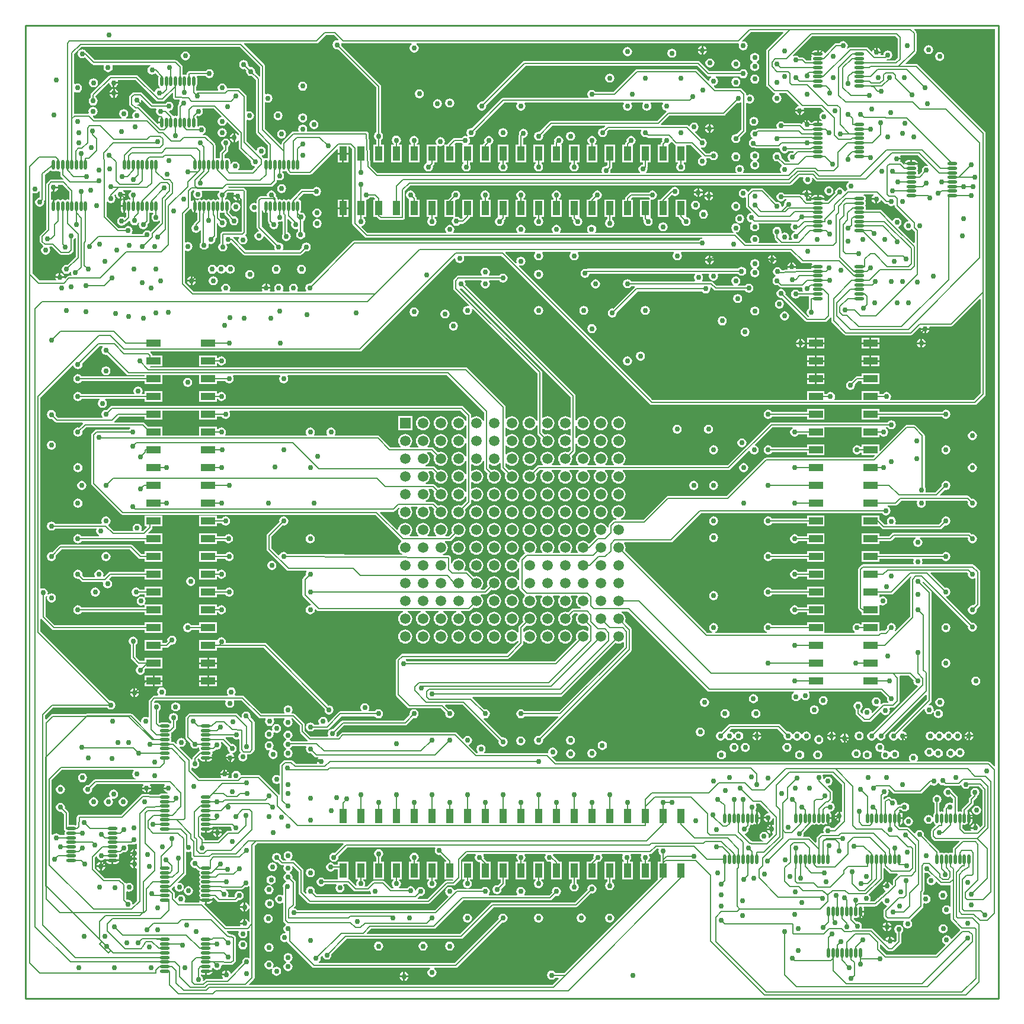
<source format=gbl>
G04 Layer_Physical_Order=4*
G04 Layer_Color=16711680*
%FSLAX25Y25*%
%MOIN*%
G70*
G01*
G75*
%ADD12O,0.05512X0.01870*%
%ADD13O,0.01870X0.05512*%
%ADD14R,0.03937X0.07874*%
%ADD15R,0.07874X0.03937*%
%ADD16C,0.00700*%
%ADD17C,0.01000*%
%ADD18C,0.05906*%
%ADD19R,0.05906X0.05906*%
%ADD20C,0.03000*%
G36*
X426415Y543362D02*
X417227Y534173D01*
X416928Y533727D01*
X416823Y533200D01*
Y514100D01*
X416928Y513573D01*
X417227Y513127D01*
X420627Y509727D01*
X420627Y509727D01*
X421073Y509428D01*
X421600Y509324D01*
X421601Y509321D01*
X421764Y508859D01*
X421762Y508823D01*
X420982Y508302D01*
X420429Y507476D01*
X420235Y506500D01*
X420429Y505524D01*
X420982Y504698D01*
X421809Y504145D01*
X422784Y503951D01*
X423760Y504145D01*
X424587Y504698D01*
X425139Y505524D01*
X425333Y506500D01*
X425139Y507476D01*
X424587Y508302D01*
X424201Y508560D01*
X424081Y509240D01*
X424142Y509324D01*
X428230D01*
X435062Y502492D01*
X434917Y502013D01*
X434624Y501955D01*
X433798Y501402D01*
X433245Y500575D01*
X433150Y500100D01*
X438050D01*
X437955Y500575D01*
X437883Y500683D01*
X438119Y501124D01*
X447430D01*
X449280Y499273D01*
X449056Y498790D01*
X448224Y498624D01*
X447398Y498072D01*
X446845Y497245D01*
X446651Y496269D01*
X446845Y495294D01*
X447398Y494467D01*
X447965Y494088D01*
X447770Y493617D01*
X447707Y493630D01*
X446386D01*
Y491657D01*
X445386D01*
Y493630D01*
X444065D01*
X443310Y493479D01*
X442670Y493052D01*
X442465Y492745D01*
X442356Y492719D01*
X441887Y492779D01*
X441432Y493459D01*
X440605Y494011D01*
X440130Y494106D01*
Y491657D01*
X439130D01*
Y494106D01*
X438654Y494011D01*
X437827Y493459D01*
X437275Y492632D01*
X437196Y492237D01*
X437006Y492124D01*
X436648Y492043D01*
X436306Y492272D01*
X435780Y492377D01*
X427187D01*
X426902Y492802D01*
X426076Y493355D01*
X425100Y493549D01*
X424124Y493355D01*
X423298Y492802D01*
X422745Y491975D01*
X422551Y491000D01*
X422745Y490025D01*
X422817Y489917D01*
X422581Y489476D01*
X412061D01*
X412061Y489476D01*
X411534Y489372D01*
X411087Y489073D01*
X410861Y488847D01*
X410358Y488947D01*
X409383Y488753D01*
X408556Y488200D01*
X408003Y487373D01*
X407809Y486398D01*
X408003Y485422D01*
X408556Y484595D01*
X409092Y484237D01*
X408986Y483707D01*
X408625Y483635D01*
X407798Y483082D01*
X407245Y482255D01*
X407051Y481280D01*
X407245Y480304D01*
X407798Y479477D01*
X408625Y478925D01*
X409600Y478731D01*
X410102Y478831D01*
X410206Y478727D01*
X410653Y478428D01*
X411180Y478324D01*
X423700D01*
X424122Y478407D01*
X424429Y478199D01*
X424560Y478050D01*
X424551Y478003D01*
X424745Y477027D01*
X425298Y476200D01*
X426124Y475648D01*
X427100Y475454D01*
X428076Y475648D01*
X428902Y476200D01*
X429187Y476626D01*
X432076D01*
X432268Y476164D01*
X431902Y475799D01*
X431400Y475899D01*
X430424Y475705D01*
X429598Y475152D01*
X429045Y474326D01*
X428851Y473350D01*
X429045Y472374D01*
X429598Y471548D01*
X430003Y471277D01*
X429852Y470777D01*
X427670D01*
X425349Y473098D01*
X425449Y473600D01*
X425255Y474576D01*
X424702Y475402D01*
X423876Y475955D01*
X422900Y476149D01*
X421924Y475955D01*
X421098Y475402D01*
X420545Y474576D01*
X420351Y473600D01*
X420545Y472624D01*
X421098Y471798D01*
X421924Y471245D01*
X422900Y471051D01*
X423402Y471151D01*
X425591Y468963D01*
X425541Y468465D01*
X425298Y468302D01*
X424745Y467476D01*
X424551Y466500D01*
X424745Y465524D01*
X425178Y464877D01*
X424947Y464376D01*
X404053D01*
X403822Y464877D01*
X404255Y465524D01*
X404449Y466500D01*
X404255Y467476D01*
X403702Y468302D01*
X402876Y468855D01*
X401900Y469049D01*
X400924Y468855D01*
X400098Y468302D01*
X399545Y467476D01*
X399351Y466500D01*
X399545Y465524D01*
X399978Y464877D01*
X399747Y464376D01*
X349384D01*
X349238Y464855D01*
X349302Y464898D01*
X349855Y465725D01*
X350049Y466700D01*
X349932Y467289D01*
X350022Y467423D01*
X350127Y467950D01*
X350127Y467950D01*
Y470417D01*
X351718D01*
Y480291D01*
X345781D01*
Y470417D01*
X347374D01*
Y469224D01*
X346525Y469055D01*
X345698Y468502D01*
X345145Y467675D01*
X344951Y466700D01*
X345145Y465725D01*
X345698Y464898D01*
X345761Y464855D01*
X345616Y464376D01*
X329219D01*
X328983Y464817D01*
X329055Y464924D01*
X329249Y465900D01*
X329149Y466402D01*
X329723Y466977D01*
X330022Y467423D01*
X330127Y467950D01*
X330127Y467950D01*
Y470417D01*
X331718D01*
Y480291D01*
X325781D01*
Y470417D01*
X327374D01*
Y468790D01*
X326921Y468405D01*
X326700Y468449D01*
X325725Y468255D01*
X324898Y467702D01*
X324345Y466876D01*
X324151Y465900D01*
X324345Y464924D01*
X324417Y464817D01*
X324181Y464376D01*
X198270D01*
X194050Y468596D01*
X193225Y486414D01*
X193168Y486644D01*
X193122Y486877D01*
X193104Y486904D01*
X193096Y486935D01*
X192955Y487126D01*
X192823Y487323D01*
X192796Y487341D01*
X192777Y487367D01*
X192574Y487490D01*
X192377Y487622D01*
X192345Y487628D01*
X192317Y487645D01*
X192083Y487680D01*
X191850Y487726D01*
X158553D01*
X158317Y488167D01*
X158355Y488225D01*
X158549Y489200D01*
X158355Y490175D01*
X157802Y491002D01*
X156975Y491555D01*
X156000Y491749D01*
X155025Y491555D01*
X154198Y491002D01*
X153645Y490175D01*
X153451Y489200D01*
X153645Y488225D01*
X153683Y488167D01*
X153447Y487726D01*
X150850D01*
X150323Y487622D01*
X149877Y487323D01*
X144606Y482053D01*
X144308Y481606D01*
X144203Y481080D01*
Y480613D01*
X143741Y480422D01*
X134876Y489286D01*
Y504083D01*
X135317Y504319D01*
X135524Y504181D01*
X136500Y503987D01*
X137476Y504181D01*
X138302Y504733D01*
X138855Y505560D01*
X139049Y506536D01*
X138855Y507511D01*
X138302Y508338D01*
X137476Y508890D01*
X136500Y509085D01*
X135524Y508890D01*
X135317Y508752D01*
X134876Y508988D01*
Y524600D01*
X134877Y524600D01*
X134772Y525127D01*
X134473Y525573D01*
X134473Y525573D01*
X123085Y536962D01*
X123276Y537424D01*
X163900D01*
X164427Y537528D01*
X164873Y537827D01*
X169120Y542073D01*
X173680D01*
X176267Y539486D01*
X176021Y539025D01*
X175400Y539149D01*
X174425Y538955D01*
X173598Y538402D01*
X173045Y537575D01*
X172851Y536600D01*
X173045Y535625D01*
X173598Y534798D01*
X174425Y534245D01*
X175400Y534051D01*
X175902Y534151D01*
X197374Y512680D01*
Y487320D01*
X196898Y487002D01*
X196345Y486175D01*
X196151Y485200D01*
X196345Y484225D01*
X196898Y483398D01*
X197374Y483080D01*
Y480291D01*
X195782D01*
Y470417D01*
X201718D01*
Y480291D01*
X200126D01*
Y483146D01*
X200502Y483398D01*
X201055Y484225D01*
X201249Y485200D01*
X201055Y486175D01*
X200502Y487002D01*
X200126Y487254D01*
Y513250D01*
X200127Y513250D01*
X200022Y513777D01*
X199723Y514223D01*
X199723Y514223D01*
X177849Y536098D01*
X177949Y536600D01*
X177809Y537304D01*
X178068Y537535D01*
X178259Y537605D01*
X178373Y537528D01*
X178900Y537424D01*
X217277D01*
X217428Y536924D01*
X216948Y536602D01*
X216395Y535776D01*
X216201Y534800D01*
X216395Y533824D01*
X216948Y532998D01*
X217775Y532445D01*
X218750Y532251D01*
X219725Y532445D01*
X220552Y532998D01*
X221105Y533824D01*
X221299Y534800D01*
X221105Y535776D01*
X220552Y536602D01*
X220072Y536924D01*
X220223Y537424D01*
X401000D01*
X401280Y537479D01*
X401581Y537029D01*
X401545Y536975D01*
X401351Y536000D01*
X401545Y535024D01*
X402098Y534198D01*
X402924Y533645D01*
X403900Y533451D01*
X404876Y533645D01*
X405702Y534198D01*
X406255Y535024D01*
X406449Y536000D01*
X406255Y536975D01*
X405702Y537802D01*
X404876Y538355D01*
X403900Y538549D01*
X403279Y538425D01*
X403033Y538886D01*
X407970Y543823D01*
X426224D01*
X426415Y543362D01*
D02*
G37*
G36*
X490624Y540180D02*
Y529171D01*
X489167Y527715D01*
X484718D01*
X484547Y528215D01*
X484797Y528436D01*
X485224Y528351D01*
X486200Y528545D01*
X487027Y529098D01*
X487579Y529924D01*
X487773Y530900D01*
X487579Y531876D01*
X487027Y532702D01*
X486200Y533255D01*
X485224Y533449D01*
X484249Y533255D01*
X483422Y532702D01*
X482869Y531876D01*
X482675Y530900D01*
X482574Y530777D01*
X481444D01*
X481209Y531217D01*
X481280Y531324D01*
X481375Y531800D01*
X478925D01*
Y532300D01*
X478425D01*
Y534750D01*
X477950Y534655D01*
X477123Y534102D01*
X476570Y533276D01*
X476508Y532962D01*
X476029Y532817D01*
X473973Y534873D01*
X473527Y535172D01*
X473000Y535277D01*
X464037D01*
X463510Y535172D01*
X463063Y534873D01*
X463063Y534873D01*
X462495Y534305D01*
X462107Y534624D01*
X462442Y535125D01*
X462636Y536100D01*
X462442Y537076D01*
X461889Y537903D01*
X461062Y538455D01*
X460087Y538649D01*
X459111Y538455D01*
X458284Y537903D01*
X458000Y537477D01*
X456250D01*
X455723Y537372D01*
X455277Y537074D01*
X455277Y537074D01*
X450051Y531848D01*
X449573Y531993D01*
X449529Y532212D01*
X449102Y532852D01*
X448462Y533280D01*
X447707Y533430D01*
X446386D01*
Y531457D01*
X445886D01*
Y530957D01*
X442191D01*
X442242Y530702D01*
X442593Y530177D01*
X442242Y529653D01*
X442092Y528898D01*
X442228Y528215D01*
X442056Y527795D01*
X442014Y527715D01*
X439331D01*
X438073Y528973D01*
X437627Y529272D01*
X437100Y529377D01*
X435513D01*
X435202Y529841D01*
X434375Y530394D01*
X433400Y530588D01*
X432424Y530394D01*
X432192Y530238D01*
X431873Y530626D01*
X442570Y541324D01*
X489480D01*
X490624Y540180D01*
D02*
G37*
G36*
X132124Y524030D02*
Y518930D01*
X131624Y518723D01*
X129249Y521098D01*
X129349Y521600D01*
X129155Y522576D01*
X128602Y523402D01*
X127776Y523955D01*
X126800Y524149D01*
X126298Y524049D01*
X125349Y524998D01*
X125449Y525500D01*
X125255Y526475D01*
X124702Y527302D01*
X123875Y527855D01*
X122900Y528049D01*
X121924Y527855D01*
X121098Y527302D01*
X120545Y526475D01*
X120351Y525500D01*
X120545Y524524D01*
X121098Y523698D01*
X121924Y523145D01*
X122900Y522951D01*
X123402Y523051D01*
X124351Y522102D01*
X124251Y521600D01*
X124445Y520624D01*
X124998Y519798D01*
X125824Y519245D01*
X126800Y519051D01*
X127302Y519151D01*
X129624Y516830D01*
Y487502D01*
X129728Y486976D01*
X130027Y486529D01*
X136526Y480030D01*
Y472987D01*
X136439Y472940D01*
X136026Y472772D01*
X135343Y472908D01*
X134588Y472758D01*
X134525Y472716D01*
X133893Y472894D01*
X133773Y473073D01*
X132955Y473892D01*
X133119Y474434D01*
X133676Y474545D01*
X134502Y475098D01*
X135055Y475924D01*
X135249Y476900D01*
X135055Y477876D01*
X134502Y478702D01*
X133676Y479255D01*
X132700Y479449D01*
X131725Y479255D01*
X130898Y478702D01*
X130345Y477876D01*
X130234Y477319D01*
X129692Y477155D01*
X124576Y482270D01*
Y494195D01*
X125017Y494431D01*
X125146Y494345D01*
X126122Y494151D01*
X127097Y494345D01*
X127924Y494898D01*
X128477Y495724D01*
X128671Y496700D01*
X128477Y497676D01*
X127924Y498502D01*
X127097Y499055D01*
X126122Y499249D01*
X125146Y499055D01*
X125017Y498969D01*
X124576Y499205D01*
Y507400D01*
X124472Y507927D01*
X124173Y508373D01*
X124173Y508373D01*
X120873Y511673D01*
X120427Y511972D01*
X119900Y512077D01*
X113800D01*
X113800Y512077D01*
X113794Y512075D01*
X113452Y512325D01*
X113330Y512493D01*
X113155Y513376D01*
X112602Y514202D01*
X111776Y514755D01*
X110800Y514949D01*
X109825Y514755D01*
X108998Y514202D01*
X108445Y513376D01*
X108251Y512400D01*
X108445Y511424D01*
X108583Y511217D01*
X108348Y510777D01*
X96700D01*
X96583Y510753D01*
X96083Y511164D01*
Y512886D01*
X96102Y512898D01*
X96529Y513538D01*
X96680Y514293D01*
Y517935D01*
X96562Y518524D01*
X96862Y519024D01*
X101470D01*
X101754Y518598D01*
X102581Y518045D01*
X103557Y517851D01*
X104532Y518045D01*
X105359Y518598D01*
X105912Y519424D01*
X106106Y520400D01*
X105912Y521376D01*
X105359Y522202D01*
X104532Y522755D01*
X103557Y522949D01*
X102581Y522755D01*
X101754Y522202D01*
X101470Y521776D01*
X92548D01*
X92548Y521776D01*
X92021Y521672D01*
X91574Y521373D01*
X91574Y521373D01*
X91174Y520973D01*
X90876Y520527D01*
X90784Y520065D01*
X90512Y519871D01*
X90271Y519772D01*
X89589Y519908D01*
X88906Y519772D01*
X88485Y519944D01*
X88406Y519986D01*
Y524000D01*
X88406Y524000D01*
X88301Y524527D01*
X88003Y524973D01*
X88003Y524973D01*
X85353Y527623D01*
X84906Y527922D01*
X84380Y528026D01*
X39120D01*
X34606Y532541D01*
X34159Y532839D01*
X34157Y532840D01*
X33802Y533370D01*
X32976Y533922D01*
X32000Y534116D01*
X31025Y533922D01*
X30198Y533370D01*
X29645Y532543D01*
X29451Y531567D01*
X29645Y530592D01*
X30198Y529765D01*
X31025Y529212D01*
X32000Y529018D01*
X32976Y529212D01*
X33614Y529639D01*
X37577Y525677D01*
X37577Y525677D01*
X38023Y525378D01*
X38550Y525274D01*
X44047D01*
X44283Y524833D01*
X44245Y524776D01*
X44051Y523800D01*
X44245Y522824D01*
X44798Y521998D01*
X45625Y521445D01*
X46600Y521251D01*
X47576Y521445D01*
X48402Y521998D01*
X48955Y522824D01*
X49149Y523800D01*
X48955Y524776D01*
X48917Y524833D01*
X49152Y525274D01*
X70369D01*
X70418Y524774D01*
X70324Y524755D01*
X69498Y524202D01*
X68945Y523376D01*
X68751Y522400D01*
X68945Y521424D01*
X69498Y520598D01*
X70324Y520045D01*
X71300Y519851D01*
X72276Y520045D01*
X73102Y520598D01*
X73151Y520602D01*
X75008Y518746D01*
X74971Y518690D01*
X74821Y517935D01*
Y514293D01*
X74971Y513538D01*
X75398Y512898D01*
X75928Y512544D01*
X75733Y512073D01*
X75352Y512149D01*
X74377Y511955D01*
X73550Y511402D01*
X72997Y510575D01*
X72947Y510323D01*
X72469Y510178D01*
X63473Y519173D01*
X63027Y519472D01*
X62500Y519577D01*
X48078D01*
X48078Y519577D01*
X47552Y519472D01*
X47105Y519173D01*
X37227Y509295D01*
X36928Y508848D01*
X36824Y508322D01*
Y507059D01*
X36398Y506775D01*
X35845Y505948D01*
X35651Y504972D01*
X35845Y503997D01*
X36398Y503170D01*
X37225Y502618D01*
X38200Y502423D01*
X39176Y502618D01*
X40002Y503170D01*
X40555Y503997D01*
X40749Y504972D01*
X40555Y505948D01*
X40002Y506775D01*
X39576Y507059D01*
Y507752D01*
X46777Y514952D01*
X47319Y514787D01*
X47417Y514296D01*
X47969Y513469D01*
X48796Y512917D01*
X49272Y512822D01*
Y515272D01*
X49772D01*
Y515772D01*
X52221D01*
X52126Y516247D01*
X52036Y516383D01*
X52272Y516823D01*
X61930D01*
X73727Y505027D01*
X73727Y505027D01*
X74173Y504728D01*
X74700Y504624D01*
X74700Y504624D01*
X77200D01*
X77727Y504728D01*
X78173Y505027D01*
X82632Y509485D01*
X83094Y509294D01*
Y507230D01*
X83137Y507014D01*
X83164Y506796D01*
X83189Y506752D01*
X83199Y506703D01*
X83321Y506520D01*
X83429Y506329D01*
X83469Y506298D01*
X83497Y506256D01*
X83680Y506134D01*
X83853Y505999D01*
X83902Y505986D01*
X83944Y505958D01*
X84159Y505915D01*
X84371Y505857D01*
X86656Y505692D01*
X86910Y505172D01*
X86645Y504775D01*
X86451Y503800D01*
X86551Y503298D01*
X86056Y502803D01*
X85758Y502356D01*
X85653Y501830D01*
Y496758D01*
X85566Y496712D01*
X85153Y496544D01*
X84470Y496680D01*
X83715Y496529D01*
X83661Y496493D01*
X83068Y496698D01*
X82885Y496973D01*
X80872Y498985D01*
X81079Y499486D01*
X81875Y499645D01*
X82702Y500198D01*
X83255Y501024D01*
X83449Y502000D01*
X83255Y502976D01*
X82702Y503802D01*
X81875Y504355D01*
X80900Y504549D01*
X79924Y504355D01*
X79098Y503802D01*
X78813Y503376D01*
X71770D01*
X65773Y509373D01*
X65327Y509672D01*
X64800Y509776D01*
X61100D01*
X61100Y509776D01*
X60573Y509672D01*
X60127Y509373D01*
X58827Y508073D01*
X58528Y507627D01*
X58424Y507100D01*
Y503200D01*
X58528Y502673D01*
X58827Y502227D01*
X61027Y500027D01*
X61473Y499728D01*
X62000Y499623D01*
X62155D01*
X62204Y499123D01*
X61725Y499028D01*
X60898Y498476D01*
X60345Y497649D01*
X60151Y496673D01*
X60345Y495698D01*
X60466Y495517D01*
X60230Y495077D01*
X56758D01*
X56697Y495160D01*
X56817Y495840D01*
X57202Y496098D01*
X57755Y496924D01*
X57949Y497900D01*
X57755Y498876D01*
X57202Y499702D01*
X56375Y500255D01*
X55400Y500449D01*
X54425Y500255D01*
X53598Y499702D01*
X53045Y498876D01*
X52851Y497900D01*
X53045Y496924D01*
X53598Y496098D01*
X53983Y495840D01*
X54103Y495160D01*
X54042Y495077D01*
X39170D01*
X38028Y496218D01*
X38249Y496705D01*
X39075Y496869D01*
X39902Y497422D01*
X40455Y498248D01*
X40649Y499224D01*
X40455Y500199D01*
X39902Y501026D01*
X39075Y501579D01*
X38100Y501773D01*
X37124Y501579D01*
X36298Y501026D01*
X35745Y500199D01*
X35551Y499224D01*
X35720Y498377D01*
X35505Y497995D01*
X35392Y497877D01*
X27680D01*
X27556Y497978D01*
Y509924D01*
X28056Y510191D01*
X28425Y509945D01*
X29400Y509751D01*
X30375Y509945D01*
X31202Y510498D01*
X31755Y511325D01*
X31949Y512300D01*
X31755Y513275D01*
X31202Y514102D01*
X30375Y514655D01*
X29400Y514849D01*
X28425Y514655D01*
X28056Y514409D01*
X27556Y514676D01*
Y531430D01*
X31650Y535524D01*
X120630D01*
X132124Y524030D01*
D02*
G37*
G36*
X110326Y496428D02*
X110180Y495949D01*
X109825Y495879D01*
X108998Y495326D01*
X108445Y494499D01*
X108251Y493524D01*
X108445Y492548D01*
X108998Y491721D01*
X109825Y491169D01*
X110800Y490975D01*
X111776Y491169D01*
X112602Y491721D01*
X113155Y492548D01*
X113226Y492904D01*
X113704Y493049D01*
X120124Y486630D01*
Y485923D01*
X119624Y485771D01*
X119402Y486102D01*
X118576Y486655D01*
X118100Y486750D01*
Y484300D01*
Y481850D01*
X118576Y481945D01*
X119402Y482498D01*
X119624Y482829D01*
X120124Y482677D01*
Y478600D01*
X120228Y478073D01*
X120527Y477627D01*
X126901Y471252D01*
X126801Y470750D01*
X126995Y469774D01*
X127548Y468948D01*
X128375Y468395D01*
X129014Y468268D01*
X129179Y467725D01*
X127430Y465976D01*
X119844D01*
X119698Y466455D01*
X119802Y466524D01*
X120355Y467351D01*
X120549Y468327D01*
X120355Y469302D01*
X119802Y470129D01*
X118975Y470682D01*
X118000Y470876D01*
X117025Y470682D01*
X116198Y470129D01*
X115830Y469578D01*
X115330Y469730D01*
Y470935D01*
X115179Y471690D01*
X114752Y472330D01*
X114112Y472758D01*
X113357Y472908D01*
X112674Y472772D01*
X112253Y472944D01*
X112174Y472986D01*
Y474800D01*
X113771Y476397D01*
X114069Y476843D01*
X114174Y477370D01*
X114174Y477370D01*
Y479283D01*
X114600Y479568D01*
X115153Y480395D01*
X115347Y481370D01*
X115153Y482346D01*
X114600Y483173D01*
X113773Y483725D01*
X112798Y483919D01*
X111822Y483725D01*
X110995Y483173D01*
X110443Y482346D01*
X110249Y481370D01*
X110443Y480395D01*
X110995Y479568D01*
X111421Y479283D01*
Y477940D01*
X109824Y476343D01*
X109526Y475897D01*
X109421Y475370D01*
Y472986D01*
X109342Y472944D01*
X108921Y472772D01*
X108239Y472908D01*
X107556Y472772D01*
X107135Y472944D01*
X107056Y472986D01*
Y480000D01*
X106951Y480527D01*
X106653Y480973D01*
X102253Y485373D01*
X101806Y485672D01*
X101280Y485777D01*
X99680D01*
X99631Y486276D01*
X99976Y486345D01*
X100802Y486898D01*
X101355Y487724D01*
X101549Y488700D01*
X101355Y489676D01*
X100802Y490502D01*
X99976Y491055D01*
X99000Y491249D01*
X98024Y491055D01*
X97198Y490502D01*
X97170Y490460D01*
X97069Y490473D01*
X96671Y491024D01*
X96680Y491065D01*
Y494707D01*
X96529Y495462D01*
X96186Y495976D01*
X96848Y496638D01*
X97350Y496538D01*
X98326Y496732D01*
X99152Y497284D01*
X99705Y498111D01*
X99899Y499087D01*
X99705Y500062D01*
X99558Y500283D01*
X99793Y500724D01*
X106030D01*
X110326Y496428D01*
D02*
G37*
G36*
X70227Y501027D02*
X70227Y501027D01*
X70673Y500728D01*
X71200Y500624D01*
X71200Y500624D01*
X73481D01*
X73717Y500183D01*
X73645Y500075D01*
X73451Y499100D01*
X73645Y498125D01*
X74198Y497298D01*
X75024Y496745D01*
X75361Y496678D01*
X75467Y496147D01*
X75398Y496102D01*
X74971Y495462D01*
X74821Y494707D01*
Y493386D01*
X76793D01*
Y492386D01*
X74821D01*
Y492279D01*
X74358Y492088D01*
X64473Y501973D01*
X64027Y502272D01*
X63500Y502377D01*
X62877D01*
X62828Y502877D01*
X63675Y503045D01*
X64502Y503598D01*
X65055Y504424D01*
X65232Y505314D01*
X65687Y505567D01*
X70227Y501027D01*
D02*
G37*
G36*
X183924Y477930D02*
Y436100D01*
X184028Y435573D01*
X184327Y435127D01*
X191027Y428427D01*
X191473Y428128D01*
X192000Y428023D01*
X380723D01*
X380772Y427524D01*
X379925Y427355D01*
X379098Y426802D01*
X378813Y426376D01*
X185100D01*
X184573Y426272D01*
X184127Y425973D01*
X160502Y402349D01*
X160000Y402449D01*
X159025Y402255D01*
X158198Y401702D01*
X157645Y400876D01*
X157451Y399900D01*
X157645Y398924D01*
X158011Y398376D01*
X157744Y397877D01*
X153196D01*
X152961Y398317D01*
X153194Y398666D01*
X153388Y399642D01*
X153194Y400617D01*
X152641Y401444D01*
X151814Y401997D01*
X150839Y402191D01*
X149863Y401997D01*
X149036Y401444D01*
X148484Y400617D01*
X148290Y399642D01*
X148484Y398666D01*
X148717Y398317D01*
X148481Y397877D01*
X144990D01*
X144722Y398376D01*
X144955Y398725D01*
X145149Y399700D01*
X144955Y400675D01*
X144402Y401502D01*
X143576Y402055D01*
X142600Y402249D01*
X141624Y402055D01*
X140798Y401502D01*
X140245Y400675D01*
X140051Y399700D01*
X140245Y398725D01*
X140478Y398376D01*
X140210Y397877D01*
X137740D01*
X137473Y398376D01*
X137839Y398924D01*
X137934Y399400D01*
X133035D01*
X133129Y398924D01*
X133495Y398376D01*
X133228Y397877D01*
X115190D01*
X114922Y398376D01*
X115155Y398725D01*
X115349Y399700D01*
X115155Y400675D01*
X114602Y401502D01*
X113776Y402055D01*
X112800Y402249D01*
X111825Y402055D01*
X110998Y401502D01*
X110445Y400675D01*
X110251Y399700D01*
X110445Y398725D01*
X110678Y398376D01*
X110410Y397877D01*
X94670D01*
X89876Y402670D01*
Y420640D01*
X90317Y420875D01*
X90509Y420747D01*
X91484Y420553D01*
X92460Y420747D01*
X93287Y421300D01*
X93839Y422127D01*
X94033Y423102D01*
X93839Y424078D01*
X93287Y424905D01*
X92460Y425457D01*
X91484Y425651D01*
X90509Y425457D01*
X90317Y425329D01*
X89876Y425565D01*
Y441330D01*
X92823Y444277D01*
X92823Y444277D01*
X92971Y444497D01*
X93471Y444345D01*
Y444065D01*
X93621Y443310D01*
X94048Y442670D01*
X94688Y442242D01*
X94943Y442191D01*
Y445886D01*
Y449580D01*
X94688Y449529D01*
X94048Y449102D01*
X93726Y448620D01*
X93226Y448772D01*
Y453769D01*
X94081Y454624D01*
X94758D01*
X95025Y454123D01*
X94645Y453554D01*
X94451Y452579D01*
X94645Y451603D01*
X95198Y450776D01*
X96025Y450224D01*
X97000Y450030D01*
X97975Y450224D01*
X98802Y450776D01*
X99355Y451603D01*
X99549Y452579D01*
X99355Y453554D01*
X99041Y454024D01*
X99309Y454524D01*
X108962D01*
X109114Y454024D01*
X108995Y453944D01*
X108443Y453117D01*
X108249Y452142D01*
X108443Y451166D01*
X108995Y450339D01*
X109203Y450201D01*
X109227Y450117D01*
X109195Y449916D01*
X108687Y449590D01*
X108239Y449680D01*
X107484Y449529D01*
X106959Y449179D01*
X106435Y449529D01*
X105680Y449680D01*
X104925Y449529D01*
X104400Y449179D01*
X103875Y449529D01*
X103120Y449680D01*
X102365Y449529D01*
X101841Y449179D01*
X101316Y449529D01*
X100561Y449680D01*
X99806Y449529D01*
X99282Y449179D01*
X98757Y449529D01*
X98002Y449680D01*
X97247Y449529D01*
X96723Y449179D01*
X96198Y449529D01*
X95943Y449580D01*
Y445886D01*
Y442191D01*
X96126Y442228D01*
X96547Y442056D01*
X96626Y442014D01*
Y437968D01*
X95029Y436371D01*
X95029Y436371D01*
X94731Y435924D01*
X94646Y435498D01*
X94200Y435200D01*
X93647Y434373D01*
X93453Y433398D01*
X93647Y432422D01*
X94200Y431595D01*
X95027Y431043D01*
X96002Y430849D01*
X96978Y431043D01*
X97805Y431595D01*
X98224Y432222D01*
X98724Y432070D01*
Y425589D01*
X98245Y424873D01*
X98051Y423898D01*
X98245Y422922D01*
X98798Y422095D01*
X99625Y421543D01*
X100600Y421349D01*
X101576Y421543D01*
X102402Y422095D01*
X102955Y422922D01*
X103149Y423898D01*
X103035Y424471D01*
X103485Y424771D01*
X103524Y424745D01*
X104500Y424551D01*
X105475Y424745D01*
X106302Y425298D01*
X106855Y426124D01*
X107049Y427100D01*
X106949Y427602D01*
X107473Y428127D01*
X107772Y428573D01*
X107877Y429100D01*
X107876Y429100D01*
Y436223D01*
X108376Y436272D01*
X108545Y435425D01*
X109098Y434598D01*
X109924Y434045D01*
X110900Y433851D01*
X111875Y434045D01*
X112702Y434598D01*
X113255Y435425D01*
X113449Y436400D01*
X113255Y437375D01*
X112702Y438202D01*
X111875Y438755D01*
X110900Y438949D01*
X110398Y438849D01*
X109615Y439632D01*
Y442014D01*
X109695Y442056D01*
X110115Y442228D01*
X110798Y442092D01*
X111480Y442228D01*
X111901Y442056D01*
X111980Y442014D01*
Y441643D01*
X112085Y441117D01*
X112383Y440670D01*
X114951Y438102D01*
X114851Y437600D01*
X115045Y436624D01*
X115598Y435798D01*
X116425Y435245D01*
X117400Y435051D01*
X118376Y435245D01*
X119202Y435798D01*
X119755Y436624D01*
X119949Y437600D01*
X119755Y438576D01*
X119202Y439402D01*
X118376Y439955D01*
X117400Y440149D01*
X116898Y440049D01*
X114756Y442191D01*
X114752Y442670D01*
X115179Y443310D01*
X115330Y444065D01*
Y447707D01*
X115179Y448462D01*
X114752Y449102D01*
X114112Y449529D01*
X113357Y449680D01*
X112908Y449590D01*
X112400Y449916D01*
X112368Y450117D01*
X112392Y450201D01*
X112600Y450339D01*
X113153Y451166D01*
X113347Y452142D01*
X113247Y452644D01*
X114048Y453445D01*
X117192D01*
X117459Y452945D01*
X117145Y452476D01*
X117051Y452000D01*
X119500D01*
Y451500D01*
X120000D01*
Y449051D01*
X120475Y449145D01*
X121302Y449698D01*
X121345Y449761D01*
X121824Y449616D01*
Y431570D01*
X121582Y431329D01*
X111107D01*
X110580Y431224D01*
X110134Y430926D01*
X109835Y430479D01*
X109730Y429953D01*
Y424987D01*
X109304Y424702D01*
X108752Y423876D01*
X108558Y422900D01*
X108752Y421924D01*
X109304Y421098D01*
X110131Y420545D01*
X111107Y420351D01*
X112082Y420545D01*
X112909Y421098D01*
X113462Y421924D01*
X113656Y422900D01*
X113462Y423876D01*
X113256Y424183D01*
X113557Y424633D01*
X113957Y424553D01*
X114932Y424747D01*
X115759Y425300D01*
X115808Y425305D01*
X122486Y418627D01*
X122486Y418627D01*
X122932Y418328D01*
X123459Y418223D01*
X154716D01*
X155243Y418328D01*
X155689Y418627D01*
X157498Y420435D01*
X158000Y420335D01*
X158976Y420529D01*
X159802Y421082D01*
X160355Y421909D01*
X160549Y422884D01*
X160355Y423860D01*
X159802Y424686D01*
X158976Y425239D01*
X158000Y425433D01*
X157025Y425239D01*
X156198Y424686D01*
X155645Y423860D01*
X155451Y422884D01*
X155551Y422382D01*
X154146Y420976D01*
X144923D01*
X144656Y421477D01*
X144955Y421924D01*
X145149Y422900D01*
X144955Y423876D01*
X144402Y424702D01*
X143576Y425255D01*
X142600Y425449D01*
X142098Y425349D01*
X132976Y434470D01*
Y443482D01*
X133476Y443531D01*
X133520Y443310D01*
X133948Y442670D01*
X134588Y442242D01*
X134843Y442191D01*
Y445886D01*
X135843D01*
Y442191D01*
X136026Y442228D01*
X136439Y442060D01*
X136526Y442014D01*
Y437398D01*
X136631Y436871D01*
X136929Y436424D01*
X137453Y435900D01*
X137353Y435398D01*
X137548Y434422D01*
X138100Y433595D01*
X138927Y433043D01*
X139902Y432849D01*
X140878Y433043D01*
X141705Y433595D01*
X142257Y434422D01*
X142451Y435398D01*
X142257Y436373D01*
X142016Y436735D01*
X142316Y437185D01*
X142990Y437051D01*
X143966Y437245D01*
X144183Y437390D01*
X144624Y437154D01*
Y429893D01*
X144545Y429775D01*
X144351Y428800D01*
X144545Y427824D01*
X145098Y426998D01*
X145924Y426445D01*
X146900Y426251D01*
X147875Y426445D01*
X148702Y426998D01*
X149255Y427824D01*
X149449Y428800D01*
X149255Y429775D01*
X148702Y430602D01*
X147875Y431155D01*
X147376Y431254D01*
Y438524D01*
X147838Y438715D01*
X149918Y436635D01*
X149745Y436376D01*
X149551Y435400D01*
X149745Y434424D01*
X150298Y433598D01*
X151125Y433045D01*
X152100Y432851D01*
X153076Y433045D01*
X153133Y433083D01*
X153574Y432847D01*
Y431844D01*
X153148Y431559D01*
X152595Y430732D01*
X152401Y429757D01*
X152595Y428781D01*
X153148Y427954D01*
X153974Y427402D01*
X154950Y427208D01*
X155926Y427402D01*
X156752Y427954D01*
X157305Y428781D01*
X157499Y429757D01*
X157305Y430732D01*
X156752Y431559D01*
X156326Y431844D01*
Y437338D01*
X157059Y437827D01*
X157612Y438654D01*
X157806Y439630D01*
X157612Y440605D01*
X157059Y441432D01*
X156232Y441985D01*
X155257Y442179D01*
X155112Y442150D01*
X154650Y442540D01*
X154652Y442670D01*
X155079Y443310D01*
X155229Y444065D01*
Y447707D01*
X155079Y448462D01*
X154652Y449102D01*
X154012Y449529D01*
X153929Y449546D01*
X153784Y450024D01*
X156470Y452710D01*
X161813D01*
X162098Y452284D01*
X162925Y451732D01*
X163900Y451538D01*
X164875Y451732D01*
X165702Y452284D01*
X166255Y453111D01*
X166449Y454087D01*
X166255Y455062D01*
X165702Y455889D01*
X164875Y456442D01*
X163900Y456636D01*
X162925Y456442D01*
X162098Y455889D01*
X161813Y455463D01*
X155900D01*
X155373Y455358D01*
X154927Y455060D01*
X154927Y455060D01*
X149724Y449858D01*
X149594Y449663D01*
X148969Y449479D01*
X148894Y449529D01*
X148139Y449680D01*
X147384Y449529D01*
X146859Y449179D01*
X146335Y449529D01*
X145580Y449680D01*
X144825Y449529D01*
X144300Y449179D01*
X143775Y449529D01*
X143020Y449680D01*
X142338Y449544D01*
X141917Y449716D01*
X141838Y449758D01*
Y450142D01*
X141838Y450142D01*
X141733Y450668D01*
X141435Y451115D01*
X140910Y451639D01*
X141010Y452142D01*
X140816Y453117D01*
X140264Y453944D01*
X139437Y454497D01*
X138461Y454691D01*
X137486Y454497D01*
X136659Y453944D01*
X136106Y453117D01*
X135912Y452142D01*
X135988Y451763D01*
X135671Y451376D01*
X132339D01*
X131812Y451272D01*
X131366Y450973D01*
X130627Y450235D01*
X130328Y449788D01*
X130224Y449261D01*
Y447656D01*
X129783Y447420D01*
X129675Y447492D01*
X128700Y447686D01*
X127725Y447492D01*
X126898Y446939D01*
X126345Y446112D01*
X126151Y445137D01*
X126345Y444162D01*
X126898Y443335D01*
X127725Y442782D01*
X128700Y442588D01*
X129675Y442782D01*
X129783Y442854D01*
X130224Y442618D01*
Y433900D01*
X130328Y433373D01*
X130627Y432927D01*
X131417Y432136D01*
X131247Y431599D01*
X130525Y431455D01*
X129698Y430902D01*
X129145Y430076D01*
X128951Y429100D01*
X129145Y428125D01*
X129698Y427298D01*
X130525Y426745D01*
X131500Y426551D01*
X132475Y426745D01*
X133302Y427298D01*
X133855Y428125D01*
X133999Y428848D01*
X134537Y429017D01*
X140151Y423402D01*
X140051Y422900D01*
X140245Y421924D01*
X140544Y421477D01*
X140277Y420976D01*
X124029D01*
X116930Y428076D01*
X116929Y428076D01*
X117081Y428576D01*
X120083D01*
X120319Y428135D01*
X120145Y427876D01*
X119951Y426900D01*
X120145Y425924D01*
X120698Y425098D01*
X121525Y424545D01*
X122500Y424351D01*
X123476Y424545D01*
X124302Y425098D01*
X124855Y425924D01*
X125049Y426900D01*
X124855Y427876D01*
X124302Y428702D01*
X123855Y429001D01*
X123792Y429645D01*
X124173Y430027D01*
X124472Y430473D01*
X124576Y431000D01*
X124576Y431000D01*
Y454261D01*
X124576Y454261D01*
X124472Y454788D01*
X124173Y455234D01*
X124173Y455234D01*
X123613Y455795D01*
X123166Y456093D01*
X122640Y456198D01*
X114426D01*
X114158Y456698D01*
X114175Y456723D01*
X138100D01*
X138627Y456828D01*
X139073Y457127D01*
X140973Y459027D01*
X140973Y459027D01*
X141073Y459127D01*
X141372Y459573D01*
X141476Y460100D01*
Y460335D01*
X141917Y460571D01*
X142045Y460486D01*
X143020Y460292D01*
X143996Y460486D01*
X144823Y461038D01*
X145375Y461865D01*
X145569Y462841D01*
X145375Y463816D01*
X144823Y464643D01*
X144593Y464797D01*
X144565Y464921D01*
X144596Y465102D01*
X145097Y465416D01*
X145580Y465320D01*
X146335Y465471D01*
X146389Y465507D01*
X146982Y465302D01*
X147165Y465027D01*
X148265Y463927D01*
X148265Y463927D01*
X148712Y463628D01*
X149239Y463523D01*
X160181D01*
X160708Y463628D01*
X161154Y463927D01*
X175320Y478092D01*
X175782Y477900D01*
Y475854D01*
X181719D01*
Y479323D01*
X182530D01*
X183924Y477930D01*
D02*
G37*
G36*
X507797Y468857D02*
X507550Y468396D01*
X506930Y468519D01*
X505954Y468325D01*
X505127Y467773D01*
X504575Y466946D01*
X504381Y465970D01*
X504481Y465468D01*
X502683Y463671D01*
X502673Y463667D01*
X502093Y463787D01*
X502044Y463906D01*
X502180Y464589D01*
X502029Y465344D01*
X501679Y465868D01*
X502029Y466393D01*
X502180Y467148D01*
X502029Y467903D01*
X501679Y468427D01*
X502029Y468952D01*
X502080Y469207D01*
X498386D01*
Y469707D01*
X497886D01*
Y471680D01*
X496565D01*
X495810Y471530D01*
X495170Y471102D01*
X494742Y470462D01*
X494592Y469707D01*
X494641Y469460D01*
X494180Y469214D01*
X492982Y470412D01*
X492536Y470710D01*
X492456Y470726D01*
X492226Y471282D01*
X492455Y471625D01*
X492550Y472100D01*
X490100D01*
Y473100D01*
X492550D01*
X492455Y473575D01*
X492222Y473923D01*
X492490Y474424D01*
X502230D01*
X507797Y468857D01*
D02*
G37*
G36*
X437833Y461833D02*
X437795Y461775D01*
X437601Y460800D01*
X437795Y459825D01*
X438348Y458998D01*
X439175Y458445D01*
X440150Y458251D01*
X441125Y458445D01*
X441952Y458998D01*
X442505Y459825D01*
X442699Y460800D01*
X442576Y461421D01*
X443036Y461667D01*
X444577Y460127D01*
X444577Y460127D01*
X445023Y459828D01*
X445550Y459724D01*
X463076D01*
X463228Y459224D01*
X462598Y458802D01*
X462045Y457975D01*
X461851Y457000D01*
X462045Y456025D01*
X462333Y455594D01*
X462156Y455068D01*
X462113Y455023D01*
X461703Y454750D01*
X461703Y454750D01*
X461092Y454138D01*
X460549Y454303D01*
X460455Y454775D01*
X459902Y455602D01*
X459075Y456155D01*
X458100Y456349D01*
X457125Y456155D01*
X456298Y455602D01*
X455745Y454775D01*
X455551Y453800D01*
X455651Y453298D01*
X451228Y448874D01*
X449758D01*
X449716Y448953D01*
X449544Y449374D01*
X449580Y449557D01*
X445886D01*
X442191D01*
X442228Y449374D01*
X442056Y448953D01*
X442014Y448874D01*
X439763D01*
X439096Y449542D01*
X439100Y449549D01*
Y452000D01*
X436694D01*
X436643Y451987D01*
X436218Y452272D01*
X435691Y452377D01*
X427187D01*
X426902Y452802D01*
X426076Y453355D01*
X425100Y453549D01*
X424124Y453355D01*
X423298Y452802D01*
X422745Y451975D01*
X422551Y451000D01*
X422745Y450025D01*
X423298Y449198D01*
X424124Y448645D01*
X425100Y448451D01*
X426076Y448645D01*
X426902Y449198D01*
X427187Y449623D01*
X428076D01*
X428228Y449123D01*
X427598Y448702D01*
X427045Y447875D01*
X426851Y446900D01*
X426951Y446398D01*
X425861Y445307D01*
X425400Y445554D01*
X425449Y445800D01*
X425255Y446775D01*
X424702Y447602D01*
X423876Y448155D01*
X422900Y448349D01*
X422398Y448249D01*
X415273Y455373D01*
X414827Y455672D01*
X414300Y455777D01*
X409150D01*
X408623Y455672D01*
X408177Y455373D01*
X406735Y453931D01*
X406182Y454085D01*
X405702Y454802D01*
X404876Y455355D01*
X403900Y455549D01*
X402924Y455355D01*
X402098Y454802D01*
X401545Y453975D01*
X401351Y453000D01*
X401545Y452025D01*
X402098Y451198D01*
X402924Y450645D01*
X403900Y450451D01*
X404876Y450645D01*
X404933Y450683D01*
X405373Y450448D01*
Y445850D01*
X405478Y445323D01*
X405777Y444877D01*
X408317Y442337D01*
X408147Y441799D01*
X407424Y441655D01*
X406598Y441102D01*
X406045Y440275D01*
X405851Y439300D01*
X406045Y438324D01*
X406598Y437498D01*
X407424Y436945D01*
X408400Y436751D01*
X408496Y436770D01*
X408615Y436664D01*
X408572Y436052D01*
X408498Y436002D01*
X407945Y435176D01*
X407751Y434200D01*
X407945Y433224D01*
X408498Y432398D01*
X409325Y431845D01*
X410300Y431651D01*
X411275Y431845D01*
X412102Y432398D01*
X412655Y433224D01*
X412849Y434200D01*
X412655Y435176D01*
X412289Y435723D01*
X412556Y436224D01*
X430947D01*
X431178Y435723D01*
X430745Y435076D01*
X430551Y434100D01*
X430745Y433124D01*
X431298Y432298D01*
X432125Y431745D01*
X432728Y431625D01*
Y431115D01*
X432424Y431055D01*
X431598Y430502D01*
X431045Y429675D01*
X430851Y428700D01*
X431045Y427725D01*
X431300Y427342D01*
X431065Y426901D01*
X429582D01*
X429346Y427342D01*
X429457Y427509D01*
X429651Y428484D01*
X429457Y429460D01*
X428905Y430287D01*
X428078Y430839D01*
X427102Y431033D01*
X426127Y430839D01*
X425759Y430593D01*
X425309Y430894D01*
X425449Y431600D01*
X425255Y432576D01*
X424702Y433402D01*
X423876Y433955D01*
X422900Y434149D01*
X421924Y433955D01*
X421098Y433402D01*
X420545Y432576D01*
X420351Y431600D01*
X420545Y430624D01*
X421098Y429798D01*
X421524Y429513D01*
Y428000D01*
X421628Y427473D01*
X421927Y427027D01*
X423415Y425538D01*
X423224Y425076D01*
X412652D01*
X412385Y425576D01*
X412713Y426068D01*
X412907Y427043D01*
X412713Y428019D01*
X412161Y428846D01*
X411334Y429398D01*
X410358Y429592D01*
X409383Y429398D01*
X408556Y428846D01*
X408003Y428019D01*
X407809Y427043D01*
X408003Y426068D01*
X408332Y425576D01*
X408064Y425076D01*
X405370D01*
X400073Y430373D01*
X399791Y430562D01*
X399894Y431090D01*
X400675Y431245D01*
X401502Y431798D01*
X402055Y432624D01*
X402249Y433600D01*
X402055Y434576D01*
X401502Y435402D01*
X400707Y435934D01*
X400904Y436365D01*
X401880Y436171D01*
X402855Y436365D01*
X403682Y436918D01*
X404235Y437745D01*
X404429Y438720D01*
X404235Y439696D01*
X403682Y440523D01*
X402855Y441075D01*
X401880Y441269D01*
X400904Y441075D01*
X400077Y440523D01*
X399525Y439696D01*
X399331Y438720D01*
X399525Y437745D01*
X400077Y436918D01*
X400872Y436387D01*
X400675Y435955D01*
X399700Y436149D01*
X398725Y435955D01*
X397898Y435402D01*
X397345Y434576D01*
X397151Y433600D01*
X397345Y432624D01*
X397898Y431798D01*
X398283Y431540D01*
X398403Y430860D01*
X398342Y430777D01*
X320746D01*
X320517Y431277D01*
X320952Y431927D01*
X321146Y432903D01*
X320952Y433878D01*
X320400Y434705D01*
X319573Y435258D01*
X318597Y435452D01*
X317622Y435258D01*
X316795Y434705D01*
X316242Y433878D01*
X316048Y432903D01*
X316242Y431927D01*
X316677Y431277D01*
X316448Y430777D01*
X301056D01*
X300789Y431277D01*
X301155Y431824D01*
X301349Y432800D01*
X301155Y433776D01*
X300602Y434602D01*
X299776Y435155D01*
X298800Y435349D01*
X297825Y435155D01*
X296998Y434602D01*
X296445Y433776D01*
X296251Y432800D01*
X296445Y431824D01*
X296811Y431277D01*
X296544Y430777D01*
X281056D01*
X280789Y431277D01*
X281155Y431824D01*
X281349Y432800D01*
X281155Y433776D01*
X280602Y434602D01*
X279776Y435155D01*
X278800Y435349D01*
X277824Y435155D01*
X276998Y434602D01*
X276445Y433776D01*
X276251Y432800D01*
X276445Y431824D01*
X276811Y431277D01*
X276544Y430777D01*
X241056D01*
X240789Y431277D01*
X241155Y431824D01*
X241349Y432800D01*
X241155Y433776D01*
X240602Y434602D01*
X239775Y435155D01*
X238800Y435349D01*
X237825Y435155D01*
X236998Y434602D01*
X236445Y433776D01*
X236251Y432800D01*
X236445Y431824D01*
X236811Y431277D01*
X236544Y430777D01*
X192570D01*
X189130Y434217D01*
X189294Y434759D01*
X189725Y434845D01*
X190552Y435398D01*
X191105Y436225D01*
X191299Y437200D01*
X191105Y438175D01*
X190552Y439002D01*
X190244Y439209D01*
X190375Y439709D01*
X191718D01*
Y449555D01*
X192675Y449745D01*
X193502Y450298D01*
X193787Y450724D01*
X196080D01*
X196759Y450044D01*
X196567Y449583D01*
X195782D01*
Y439709D01*
X197728D01*
X197777Y439635D01*
X199027Y438385D01*
X199027Y438385D01*
X199473Y438087D01*
X200000Y437982D01*
X200000Y437982D01*
X212069D01*
X212595Y438087D01*
X213042Y438385D01*
X213073Y438416D01*
X213073Y438416D01*
X213372Y438863D01*
X213476Y439390D01*
X213476Y439390D01*
Y454412D01*
X216588Y457523D01*
X430250D01*
X430777Y457628D01*
X431223Y457927D01*
X435570Y462274D01*
X437598D01*
X437833Y461833D01*
D02*
G37*
G36*
X24803Y453974D02*
Y449758D01*
X24716Y449712D01*
X24303Y449544D01*
X23620Y449680D01*
X22865Y449529D01*
X22341Y449179D01*
X21816Y449529D01*
X21061Y449680D01*
X20306Y449529D01*
X19782Y449179D01*
X19257Y449529D01*
X18502Y449680D01*
X17747Y449529D01*
X17223Y449179D01*
X16698Y449529D01*
X16443Y449580D01*
Y445886D01*
X15443D01*
Y449580D01*
X15188Y449529D01*
X14876Y449321D01*
X14376Y449588D01*
Y453884D01*
X14817Y454119D01*
X14968Y454019D01*
X15443Y453924D01*
Y456374D01*
X15943D01*
Y456874D01*
X18393D01*
X18298Y457349D01*
X18209Y457483D01*
X18445Y457924D01*
X20854D01*
X24803Y453974D01*
D02*
G37*
G36*
X59676Y454424D02*
X58959Y453944D01*
X58406Y453117D01*
X58212Y452142D01*
X58406Y451166D01*
X58959Y450339D01*
X59167Y450201D01*
X59191Y450117D01*
X59159Y449916D01*
X58651Y449590D01*
X58202Y449680D01*
X57447Y449529D01*
X56923Y449179D01*
X56398Y449529D01*
X56143Y449580D01*
Y445886D01*
Y442191D01*
X56326Y442228D01*
X56739Y442060D01*
X56826Y442014D01*
Y439968D01*
X56053Y439195D01*
X56005Y439200D01*
X55178Y439753D01*
X54202Y439947D01*
X53227Y439753D01*
X52400Y439200D01*
X51847Y438373D01*
X51653Y437398D01*
X51847Y436422D01*
X52400Y435595D01*
X53227Y435043D01*
X54202Y434849D01*
X55178Y435043D01*
X56005Y435595D01*
X56303Y436041D01*
X56729Y436126D01*
X57176Y436424D01*
X58281Y437530D01*
X58824Y437366D01*
X58965Y436654D01*
X59518Y435827D01*
X60345Y435275D01*
X61320Y435081D01*
X62296Y435275D01*
X63123Y435827D01*
X63610Y436557D01*
X64045Y436375D01*
X63851Y435400D01*
X64045Y434424D01*
X64598Y433598D01*
X65425Y433045D01*
X66400Y432851D01*
X67375Y433045D01*
X68202Y433598D01*
X68755Y434424D01*
X68949Y435400D01*
X68849Y435902D01*
X69412Y436465D01*
X69412Y436465D01*
X69710Y436912D01*
X69815Y437439D01*
X69815Y437439D01*
Y442014D01*
X69894Y442056D01*
X70315Y442228D01*
X70998Y442092D01*
X71503Y442192D01*
X71995Y441883D01*
X72026Y441689D01*
X72001Y441567D01*
X71754Y441402D01*
X71202Y440576D01*
X71008Y439600D01*
X71202Y438624D01*
X71754Y437798D01*
X72581Y437245D01*
X73557Y437051D01*
X74532Y437245D01*
X75124Y437640D01*
X75624Y437373D01*
Y436670D01*
X70767Y431814D01*
X70498Y431584D01*
X70040Y431745D01*
X69576Y432055D01*
X68600Y432249D01*
X67624Y432055D01*
X66798Y431502D01*
X66245Y430676D01*
X66136Y430126D01*
X60189D01*
X59922Y430626D01*
X60255Y431124D01*
X60449Y432100D01*
X60255Y433076D01*
X59702Y433902D01*
X58876Y434455D01*
X57900Y434649D01*
X56924Y434455D01*
X56098Y433902D01*
X55813Y433476D01*
X52570D01*
X45826Y440220D01*
Y448152D01*
X46326Y448304D01*
X46398Y448198D01*
X47225Y447645D01*
X48200Y447451D01*
X49176Y447645D01*
X50002Y448198D01*
X50555Y449024D01*
X50749Y450000D01*
X50555Y450976D01*
X50002Y451802D01*
X49998Y451851D01*
X50588Y452442D01*
X51085Y452231D01*
X51245Y451425D01*
X51798Y450598D01*
X52624Y450045D01*
X53100Y449951D01*
Y452400D01*
X53600D01*
Y452900D01*
X56050D01*
X55955Y453375D01*
X55402Y454202D01*
X55071Y454424D01*
X55223Y454923D01*
X59564D01*
X59676Y454424D01*
D02*
G37*
G36*
X14548Y465898D02*
X15188Y465471D01*
X15943Y465320D01*
X16698Y465471D01*
X17223Y465821D01*
X17747Y465471D01*
X18502Y465320D01*
X19185Y465456D01*
X19605Y465284D01*
X19685Y465242D01*
Y463439D01*
X19790Y462912D01*
X20088Y462465D01*
X21377Y461176D01*
X21170Y460676D01*
X14393D01*
X13867Y460572D01*
X13420Y460273D01*
X12027Y458880D01*
X11728Y458434D01*
X11624Y457907D01*
Y432918D01*
X8627Y429921D01*
X8328Y429474D01*
X8224Y428948D01*
Y425948D01*
X8328Y425421D01*
X8627Y424974D01*
X9937Y423664D01*
X9957Y423075D01*
X9698Y422902D01*
X9145Y422076D01*
X8951Y421100D01*
X9145Y420124D01*
X9698Y419298D01*
X10525Y418745D01*
X11500Y418551D01*
X12475Y418745D01*
X13302Y419298D01*
X13855Y420124D01*
X14049Y421100D01*
X13855Y422076D01*
X13489Y422623D01*
X13756Y423124D01*
X15030D01*
X19227Y418927D01*
X19673Y418628D01*
X20200Y418524D01*
X24600D01*
X25127Y418628D01*
X25573Y418927D01*
X26673Y420027D01*
X26673Y420027D01*
X26972Y420473D01*
X27076Y421000D01*
Y427011D01*
X27502Y427296D01*
X27824Y427776D01*
X28324Y427625D01*
Y417409D01*
X23664Y412749D01*
X23161Y412849D01*
X22186Y412655D01*
X21359Y412102D01*
X20807Y411275D01*
X20612Y410300D01*
X20807Y409325D01*
X21359Y408498D01*
X22186Y407945D01*
X23161Y407751D01*
X24137Y407945D01*
X24964Y408498D01*
X25386Y409129D01*
X25857Y408934D01*
X25731Y408300D01*
X25925Y407325D01*
X26063Y407117D01*
X25827Y406676D01*
X24500D01*
X24500Y406676D01*
X23973Y406572D01*
X23527Y406273D01*
X23527Y406273D01*
X22303Y405050D01*
X21843Y405296D01*
X21849Y405332D01*
X16951D01*
X17045Y404856D01*
X17299Y404476D01*
X17031Y403976D01*
X8170D01*
X3976Y408170D01*
Y452989D01*
X4417Y453225D01*
X4524Y453153D01*
X5500Y452959D01*
X6475Y453153D01*
X7302Y453706D01*
X7724Y454336D01*
X8224Y454185D01*
Y450750D01*
X8100Y450649D01*
X7125Y450455D01*
X6298Y449902D01*
X5745Y449076D01*
X5551Y448100D01*
X5745Y447124D01*
X6298Y446298D01*
X7125Y445745D01*
X8100Y445551D01*
X9075Y445745D01*
X9902Y446298D01*
X10455Y447124D01*
X10649Y448100D01*
X10549Y448602D01*
X10573Y448627D01*
X10872Y449073D01*
X10976Y449600D01*
Y463342D01*
X14211Y465950D01*
X14548Y465898D01*
D02*
G37*
G36*
X477159Y451900D02*
X476824Y451676D01*
X476271Y450849D01*
X476177Y450374D01*
X478626D01*
Y449874D01*
X479126D01*
Y447424D01*
X479602Y447519D01*
X480429Y448071D01*
X480981Y448898D01*
X481040Y449194D01*
X481519Y449339D01*
X483331Y447527D01*
X483331Y447527D01*
X483778Y447228D01*
X484304Y447123D01*
X484304Y447123D01*
X485113D01*
X485398Y446698D01*
X486225Y446145D01*
X487200Y445951D01*
X488175Y446145D01*
X488624Y446445D01*
X489123Y446177D01*
Y446100D01*
X489228Y445573D01*
X489527Y445127D01*
X496902Y437752D01*
X496882Y437716D01*
X496630Y437316D01*
X495698Y437131D01*
X494871Y436578D01*
X494318Y435751D01*
X494124Y434776D01*
X494318Y433800D01*
X494871Y432973D01*
X495698Y432421D01*
X496673Y432227D01*
X497649Y432421D01*
X498425Y432939D01*
X498452Y432948D01*
X498560Y432959D01*
X499018Y432884D01*
X499177Y432646D01*
X500323Y431499D01*
Y425376D01*
X499862Y425185D01*
X491220Y433826D01*
X491329Y434300D01*
X491395Y434358D01*
X492202Y434898D01*
X492755Y435724D01*
X492949Y436700D01*
X492755Y437676D01*
X492202Y438502D01*
X491375Y439055D01*
X490400Y439249D01*
X489425Y439055D01*
X488598Y438502D01*
X488058Y437695D01*
X488000Y437629D01*
X487527Y437520D01*
X481694Y443353D01*
X481247Y443651D01*
X480720Y443756D01*
X472986D01*
X472944Y443835D01*
X472772Y444256D01*
X472908Y444939D01*
X472758Y445694D01*
X472407Y446218D01*
X472758Y446743D01*
X472908Y447498D01*
X472758Y448253D01*
X472407Y448777D01*
X472758Y449302D01*
X472908Y450057D01*
X472758Y450812D01*
X472330Y451452D01*
X471690Y451879D01*
X471587Y451900D01*
X471636Y452400D01*
X477007D01*
X477159Y451900D01*
D02*
G37*
G36*
X436327Y414027D02*
X436327Y414027D01*
X436773Y413728D01*
X437300Y413624D01*
X437300Y413624D01*
X442476D01*
X442618Y413278D01*
X442651Y413124D01*
X442242Y412512D01*
X442191Y412257D01*
X445886D01*
Y411257D01*
X442191D01*
X442228Y411074D01*
X442060Y410661D01*
X442014Y410574D01*
X436698D01*
X436656Y410566D01*
X436614Y410571D01*
X433753Y410397D01*
X433475Y410880D01*
X433549Y411257D01*
X428651D01*
X428745Y410781D01*
X428910Y410535D01*
X428688Y410087D01*
X425463Y409890D01*
X425455Y409932D01*
X424902Y410759D01*
X424076Y411311D01*
X423100Y411506D01*
X422124Y411311D01*
X421298Y410759D01*
X420745Y409932D01*
X420551Y408957D01*
X420745Y407981D01*
X421298Y407154D01*
X421961Y406711D01*
X421936Y406353D01*
X421898Y406176D01*
X421098Y405641D01*
X420545Y404814D01*
X420351Y403839D01*
X420545Y402863D01*
X421098Y402036D01*
X421924Y401484D01*
X422900Y401290D01*
X423402Y401390D01*
X424165Y400627D01*
X424612Y400328D01*
X425139Y400223D01*
X425139Y400223D01*
X436711D01*
X437121Y399724D01*
X437081Y399520D01*
X437275Y398545D01*
X437492Y398220D01*
X437256Y397779D01*
X435387D01*
X435102Y398205D01*
X434275Y398757D01*
X433300Y398951D01*
X432325Y398757D01*
X431498Y398205D01*
X430945Y397378D01*
X430751Y396402D01*
X430945Y395427D01*
X431498Y394600D01*
X432325Y394047D01*
X433300Y393853D01*
X434275Y394047D01*
X435102Y394600D01*
X435387Y395026D01*
X440665D01*
X440932Y394526D01*
X440828Y394370D01*
X440724Y393843D01*
Y388287D01*
X440298Y388002D01*
X439745Y387175D01*
X439551Y386200D01*
X439745Y385225D01*
X440298Y384398D01*
X440683Y384140D01*
X440784Y383570D01*
X440306Y383540D01*
X427549Y396298D01*
X427649Y396800D01*
X427455Y397776D01*
X426902Y398602D01*
X426076Y399155D01*
X425100Y399349D01*
X424124Y399155D01*
X423298Y398602D01*
X422745Y397776D01*
X422551Y396800D01*
X422745Y395825D01*
X423298Y394998D01*
X424124Y394445D01*
X425100Y394251D01*
X425602Y394351D01*
X438927Y381027D01*
X439373Y380728D01*
X439900Y380624D01*
X449800D01*
X450327Y380728D01*
X450773Y381027D01*
X452773Y383027D01*
X452923Y383252D01*
X453424Y383100D01*
Y381300D01*
X453528Y380773D01*
X453827Y380327D01*
X460527Y373627D01*
X460973Y373328D01*
X461500Y373223D01*
X498272D01*
X498799Y373328D01*
X499245Y373627D01*
X503236Y377617D01*
X503696Y377371D01*
X503673Y377250D01*
X508571D01*
X508477Y377726D01*
X508439Y377783D01*
X508674Y378223D01*
X520900D01*
X521427Y378328D01*
X521873Y378627D01*
X536862Y393615D01*
X537324Y393424D01*
Y340570D01*
X533530Y336776D01*
X486739D01*
X486472Y337277D01*
X486805Y337774D01*
X486999Y338750D01*
X486805Y339725D01*
X486252Y340552D01*
X485426Y341105D01*
X484450Y341299D01*
X483474Y341105D01*
X482648Y340552D01*
X482363Y340126D01*
X480291D01*
Y341719D01*
X470417D01*
Y336776D01*
X455239D01*
X454972Y337277D01*
X455305Y337774D01*
X455499Y338750D01*
X455305Y339725D01*
X454752Y340552D01*
X453926Y341105D01*
X452950Y341299D01*
X451974Y341105D01*
X451148Y340552D01*
X450863Y340126D01*
X449583D01*
Y341719D01*
X439709D01*
Y336776D01*
X352870D01*
X277675Y411972D01*
X277788Y412514D01*
X277817Y412537D01*
X278750Y412351D01*
X279726Y412545D01*
X280552Y413098D01*
X281105Y413925D01*
X281299Y414900D01*
X281105Y415875D01*
X280552Y416702D01*
X279726Y417255D01*
X278750Y417449D01*
X277775Y417255D01*
X276948Y416702D01*
X276395Y415875D01*
X276201Y414900D01*
X276387Y413967D01*
X276364Y413938D01*
X275822Y413825D01*
X270085Y419562D01*
X270276Y420023D01*
X286647D01*
X286878Y419523D01*
X286445Y418876D01*
X286251Y417900D01*
X286445Y416924D01*
X286998Y416098D01*
X287825Y415545D01*
X288800Y415351D01*
X289775Y415545D01*
X290602Y416098D01*
X291155Y416924D01*
X291349Y417900D01*
X291155Y418876D01*
X290722Y419523D01*
X290953Y420023D01*
X306647D01*
X306878Y419523D01*
X306445Y418876D01*
X306251Y417900D01*
X306445Y416924D01*
X306998Y416098D01*
X307824Y415545D01*
X308800Y415351D01*
X309775Y415545D01*
X310602Y416098D01*
X311155Y416924D01*
X311349Y417900D01*
X311155Y418876D01*
X310722Y419523D01*
X310953Y420023D01*
X364647D01*
X364878Y419523D01*
X364445Y418876D01*
X364251Y417900D01*
X364445Y416924D01*
X364998Y416098D01*
X365825Y415545D01*
X366800Y415351D01*
X367776Y415545D01*
X368602Y416098D01*
X369155Y416924D01*
X369349Y417900D01*
X369155Y418876D01*
X368722Y419523D01*
X368953Y420023D01*
X430330D01*
X436327Y414027D01*
D02*
G37*
G36*
X545461Y130839D02*
X544999Y130648D01*
X542673Y132973D01*
X542227Y133272D01*
X541700Y133376D01*
X501872D01*
X501605Y133876D01*
X501971Y134424D01*
X502165Y135400D01*
X501971Y136375D01*
X501418Y137202D01*
X500591Y137755D01*
X499616Y137949D01*
X498640Y137755D01*
X497813Y137202D01*
X497261Y136375D01*
X497067Y135400D01*
X497261Y134424D01*
X497627Y133876D01*
X497360Y133376D01*
X298670D01*
X296195Y135852D01*
X296441Y136312D01*
X296750Y136251D01*
X297726Y136445D01*
X298552Y136998D01*
X299105Y137824D01*
X299299Y138800D01*
X299105Y139776D01*
X298552Y140602D01*
X297726Y141155D01*
X296750Y141349D01*
X295775Y141155D01*
X294948Y140602D01*
X294395Y139776D01*
X294201Y138800D01*
X294287Y138365D01*
X293837Y138065D01*
X293827Y138072D01*
X293300Y138176D01*
X258234D01*
X258088Y138655D01*
X258152Y138698D01*
X258705Y139524D01*
X258899Y140500D01*
X258705Y141475D01*
X258152Y142302D01*
X257326Y142855D01*
X256350Y143049D01*
X255375Y142855D01*
X254548Y142302D01*
X253995Y141475D01*
X253801Y140500D01*
X253995Y139524D01*
X254548Y138698D01*
X254611Y138655D01*
X254466Y138176D01*
X253870D01*
X249505Y142542D01*
X249650Y143020D01*
X249776Y143045D01*
X250602Y143598D01*
X251155Y144424D01*
X251349Y145400D01*
X251155Y146376D01*
X250602Y147202D01*
X249776Y147755D01*
X248800Y147949D01*
X247825Y147755D01*
X246998Y147202D01*
X246445Y146376D01*
X246420Y146250D01*
X245942Y146105D01*
X242673Y149373D01*
X242227Y149672D01*
X241700Y149776D01*
X178600D01*
X178073Y149672D01*
X177627Y149373D01*
X175830Y147576D01*
X175139D01*
X174903Y148017D01*
X175055Y148245D01*
X175249Y149220D01*
X175149Y149723D01*
X179270Y153844D01*
X213620D01*
X214147Y153949D01*
X214594Y154247D01*
X218198Y157851D01*
X218700Y157751D01*
X219675Y157945D01*
X220502Y158498D01*
X221055Y159325D01*
X221249Y160300D01*
X221055Y161275D01*
X220502Y162102D01*
X219675Y162655D01*
X218700Y162849D01*
X217724Y162655D01*
X216898Y162102D01*
X216345Y161275D01*
X216151Y160300D01*
X216251Y159798D01*
X213050Y156597D01*
X178700D01*
X178173Y156492D01*
X177727Y156194D01*
X173202Y151669D01*
X172700Y151769D01*
X171724Y151575D01*
X170898Y151023D01*
X170345Y150196D01*
X170151Y149220D01*
X170345Y148245D01*
X170497Y148017D01*
X170261Y147576D01*
X160570D01*
X157276Y150870D01*
Y154000D01*
X157276Y154000D01*
X157172Y154527D01*
X156873Y154973D01*
X151873Y159973D01*
X151427Y160272D01*
X150900Y160376D01*
X149988D01*
X149770Y160876D01*
X150213Y161540D01*
X150407Y162516D01*
X150213Y163491D01*
X149661Y164318D01*
X148834Y164871D01*
X147858Y165065D01*
X146883Y164871D01*
X146056Y164318D01*
X145503Y163491D01*
X145309Y162516D01*
X145503Y161540D01*
X145947Y160876D01*
X145729Y160376D01*
X132870D01*
X123173Y170073D01*
X122727Y170372D01*
X122200Y170476D01*
X118033D01*
X117802Y170976D01*
X118235Y171625D01*
X118429Y172600D01*
X118235Y173575D01*
X117682Y174402D01*
X116855Y174955D01*
X115880Y175149D01*
X114904Y174955D01*
X114078Y174402D01*
X113525Y173575D01*
X113331Y172600D01*
X113525Y171625D01*
X113958Y170976D01*
X113727Y170476D01*
X78853D01*
X78622Y170976D01*
X79055Y171625D01*
X79249Y172600D01*
X79055Y173575D01*
X78502Y174402D01*
X77675Y174955D01*
X76700Y175149D01*
X75725Y174955D01*
X74898Y174402D01*
X74345Y173575D01*
X74151Y172600D01*
X74345Y171625D01*
X74778Y170976D01*
X74547Y170476D01*
X72600D01*
X72600Y170476D01*
X72073Y170372D01*
X71627Y170073D01*
X71627Y170073D01*
X69727Y168173D01*
X69428Y167727D01*
X69324Y167200D01*
Y158452D01*
X68883Y158217D01*
X68676Y158355D01*
X67700Y158549D01*
X66724Y158355D01*
X65898Y157802D01*
X65345Y156975D01*
X65151Y156000D01*
X65185Y155828D01*
X64724Y155581D01*
X60333Y159973D01*
X59886Y160272D01*
X59359Y160376D01*
X34500D01*
X33997Y160276D01*
X15400D01*
X14873Y160172D01*
X14427Y159873D01*
X11738Y157185D01*
X11276Y157376D01*
Y159330D01*
X15770Y163824D01*
X46013D01*
X46298Y163398D01*
X47124Y162845D01*
X48100Y162651D01*
X49075Y162845D01*
X49902Y163398D01*
X50455Y164225D01*
X50649Y165200D01*
X50455Y166175D01*
X49902Y167002D01*
X49075Y167555D01*
X48100Y167749D01*
X47598Y167649D01*
X8576Y206670D01*
Y213600D01*
X9076Y213752D01*
X9127Y213677D01*
X15027Y207777D01*
X15473Y207478D01*
X16000Y207373D01*
X67209D01*
Y205782D01*
X77083D01*
Y211719D01*
X67209D01*
Y210126D01*
X16570D01*
X11476Y215220D01*
Y226279D01*
X11875Y226557D01*
X12040Y226504D01*
X12314Y226317D01*
X12151Y225500D01*
X12345Y224524D01*
X12898Y223698D01*
X13724Y223145D01*
X14700Y222951D01*
X15676Y223145D01*
X16502Y223698D01*
X17055Y224524D01*
X17249Y225500D01*
X17055Y226476D01*
X16502Y227302D01*
X15676Y227855D01*
X14700Y228049D01*
X13724Y227855D01*
X12947Y227335D01*
X12760Y227396D01*
X12487Y227583D01*
X12649Y228400D01*
X12455Y229376D01*
X11902Y230202D01*
X11075Y230755D01*
X10100Y230949D01*
X9125Y230755D01*
X9017Y230683D01*
X8576Y230919D01*
Y338230D01*
X26684Y356337D01*
X27162Y356192D01*
X27245Y355774D01*
X27798Y354948D01*
X28624Y354395D01*
X29600Y354201D01*
X30575Y354395D01*
X31402Y354948D01*
X31955Y355774D01*
X32149Y356750D01*
X32049Y357252D01*
X41779Y366982D01*
X43427D01*
X43568Y366482D01*
X43062Y365725D01*
X42868Y364750D01*
X43062Y363774D01*
X43615Y362948D01*
X44442Y362395D01*
X45417Y362201D01*
X45920Y362301D01*
X57094Y351127D01*
X57541Y350828D01*
X58067Y350724D01*
X67209D01*
Y350127D01*
X31687D01*
X31402Y350552D01*
X30575Y351105D01*
X29600Y351299D01*
X28624Y351105D01*
X27798Y350552D01*
X27245Y349726D01*
X27051Y348750D01*
X27245Y347775D01*
X27798Y346948D01*
X28624Y346395D01*
X29600Y346201D01*
X30575Y346395D01*
X31402Y346948D01*
X31687Y347374D01*
X67209D01*
Y345781D01*
X77083D01*
Y350724D01*
X97917D01*
Y345781D01*
X107791D01*
Y347374D01*
X112613D01*
X112898Y346948D01*
X113725Y346395D01*
X114700Y346201D01*
X115675Y346395D01*
X116502Y346948D01*
X117055Y347775D01*
X117249Y348750D01*
X117055Y349726D01*
X116722Y350223D01*
X116989Y350724D01*
X143144D01*
X143411Y350223D01*
X143045Y349675D01*
X142851Y348700D01*
X143045Y347725D01*
X143598Y346898D01*
X144424Y346345D01*
X145400Y346151D01*
X146376Y346345D01*
X147202Y346898D01*
X147755Y347725D01*
X147949Y348700D01*
X147755Y349675D01*
X147389Y350223D01*
X147656Y350724D01*
X237230D01*
X258024Y329930D01*
Y325068D01*
X257523Y324969D01*
X257203Y325743D01*
X256569Y326569D01*
X255743Y327203D01*
X254782Y327601D01*
X253750Y327737D01*
X252718Y327601D01*
X251757Y327203D01*
X251276Y326834D01*
X250777Y327081D01*
Y328047D01*
X250672Y328574D01*
X250373Y329021D01*
X250373Y329021D01*
X246321Y333073D01*
X245874Y333372D01*
X245347Y333476D01*
X48767D01*
X48767Y333476D01*
X48241Y333372D01*
X47794Y333073D01*
X47794Y333073D01*
X45920Y331199D01*
X45417Y331299D01*
X44442Y331105D01*
X43615Y330552D01*
X43062Y329726D01*
X42868Y328750D01*
X43062Y327775D01*
X43395Y327276D01*
X43128Y326777D01*
X18470D01*
X17149Y328098D01*
X17249Y328600D01*
X17055Y329575D01*
X16502Y330402D01*
X15676Y330955D01*
X14700Y331149D01*
X13724Y330955D01*
X12898Y330402D01*
X12345Y329575D01*
X12151Y328600D01*
X12345Y327625D01*
X12898Y326798D01*
X13724Y326245D01*
X14700Y326051D01*
X15202Y326151D01*
X16927Y324427D01*
X16927Y324427D01*
X17373Y324128D01*
X17900Y324024D01*
X32220D01*
X32427Y323523D01*
X30102Y321199D01*
X29600Y321299D01*
X28624Y321105D01*
X27798Y320552D01*
X27245Y319725D01*
X27051Y318750D01*
X27245Y317775D01*
X27798Y316948D01*
X28624Y316395D01*
X29600Y316201D01*
X30575Y316395D01*
X31402Y316948D01*
X31955Y317775D01*
X32149Y318750D01*
X32049Y319252D01*
X34220Y321424D01*
X58893D01*
X59044Y320923D01*
X58489Y320552D01*
X58204Y320127D01*
X40000D01*
X39473Y320022D01*
X39027Y319723D01*
X37527Y318223D01*
X37228Y317777D01*
X37124Y317250D01*
Y289900D01*
X37228Y289373D01*
X37527Y288927D01*
X53827Y272627D01*
X54273Y272328D01*
X54800Y272223D01*
X196930D01*
X211327Y257827D01*
X211568Y257666D01*
X211606Y257572D01*
X211610Y257100D01*
X211604Y257086D01*
X210931Y256569D01*
X210297Y255743D01*
X209899Y254782D01*
X209763Y253750D01*
X209899Y252718D01*
X210297Y251757D01*
X210931Y250931D01*
X211757Y250297D01*
X212175Y250124D01*
X212073Y249625D01*
X147515Y250111D01*
X147220Y250552D01*
X146393Y251105D01*
X145417Y251299D01*
X144442Y251105D01*
X143615Y250552D01*
X143062Y249726D01*
X143043Y249627D01*
X142564Y249482D01*
X138576Y253470D01*
Y259963D01*
X144915Y266301D01*
X145417Y266201D01*
X146393Y266395D01*
X147220Y266948D01*
X147772Y267775D01*
X147966Y268750D01*
X147772Y269725D01*
X147220Y270552D01*
X146393Y271105D01*
X145417Y271299D01*
X144442Y271105D01*
X143615Y270552D01*
X143062Y269725D01*
X142868Y268750D01*
X142968Y268248D01*
X136227Y261506D01*
X135928Y261059D01*
X135824Y260533D01*
Y252900D01*
X135928Y252373D01*
X136227Y251927D01*
X147027Y241127D01*
X147027Y241127D01*
X147473Y240828D01*
X148000Y240723D01*
X148000Y240723D01*
X157977D01*
X158245Y240224D01*
X157945Y239775D01*
X157751Y238800D01*
X157851Y238298D01*
X156327Y236773D01*
X156028Y236327D01*
X155924Y235800D01*
Y227100D01*
X156028Y226573D01*
X156327Y226127D01*
X160668Y221786D01*
X160422Y221325D01*
X160300Y221349D01*
X159325Y221155D01*
X158498Y220602D01*
X157945Y219776D01*
X157751Y218800D01*
X157945Y217825D01*
X158498Y216998D01*
X159325Y216445D01*
X160300Y216251D01*
X161275Y216445D01*
X162102Y216998D01*
X162655Y217825D01*
X162849Y218800D01*
X162825Y218921D01*
X163286Y219168D01*
X164027Y218427D01*
X164027Y218427D01*
X164473Y218128D01*
X165000Y218023D01*
X212432D01*
X212531Y217524D01*
X211757Y217203D01*
X210931Y216569D01*
X210297Y215743D01*
X209899Y214782D01*
X209763Y213750D01*
X209899Y212718D01*
X210297Y211757D01*
X210931Y210931D01*
X211757Y210297D01*
X212718Y209899D01*
X213750Y209763D01*
X214782Y209899D01*
X215743Y210297D01*
X216569Y210931D01*
X217203Y211757D01*
X217601Y212718D01*
X217737Y213750D01*
X217601Y214782D01*
X217203Y215743D01*
X216569Y216569D01*
X215743Y217203D01*
X214969Y217524D01*
X215068Y218023D01*
X222432D01*
X222531Y217524D01*
X221757Y217203D01*
X220931Y216569D01*
X220297Y215743D01*
X219899Y214782D01*
X219763Y213750D01*
X219899Y212718D01*
X220297Y211757D01*
X220931Y210931D01*
X221757Y210297D01*
X222718Y209899D01*
X223750Y209763D01*
X224782Y209899D01*
X225743Y210297D01*
X226569Y210931D01*
X227203Y211757D01*
X227601Y212718D01*
X227737Y213750D01*
X227601Y214782D01*
X227203Y215743D01*
X226569Y216569D01*
X225743Y217203D01*
X224969Y217524D01*
X225068Y218023D01*
X232432D01*
X232531Y217524D01*
X231757Y217203D01*
X230931Y216569D01*
X230297Y215743D01*
X229899Y214782D01*
X229763Y213750D01*
X229899Y212718D01*
X230297Y211757D01*
X230931Y210931D01*
X231757Y210297D01*
X232718Y209899D01*
X233750Y209763D01*
X234782Y209899D01*
X235743Y210297D01*
X236569Y210931D01*
X237203Y211757D01*
X237601Y212718D01*
X237737Y213750D01*
X237601Y214782D01*
X237203Y215743D01*
X236569Y216569D01*
X235743Y217203D01*
X234969Y217524D01*
X235068Y218023D01*
X242432D01*
X242531Y217524D01*
X241757Y217203D01*
X240931Y216569D01*
X240297Y215743D01*
X239899Y214782D01*
X239763Y213750D01*
X239899Y212718D01*
X240297Y211757D01*
X240931Y210931D01*
X241757Y210297D01*
X242718Y209899D01*
X243750Y209763D01*
X244782Y209899D01*
X245743Y210297D01*
X246569Y210931D01*
X247203Y211757D01*
X247601Y212718D01*
X247737Y213750D01*
X247601Y214782D01*
X247203Y215743D01*
X246569Y216569D01*
X245743Y217203D01*
X244969Y217524D01*
X245068Y218023D01*
X249400D01*
X249927Y218128D01*
X250373Y218427D01*
X252101Y220155D01*
X252718Y219899D01*
X253750Y219763D01*
X254782Y219899D01*
X255743Y220297D01*
X256569Y220931D01*
X257203Y221757D01*
X257601Y222718D01*
X257737Y223750D01*
X257601Y224782D01*
X257203Y225743D01*
X256569Y226569D01*
X256172Y226873D01*
X256342Y227374D01*
X258750D01*
X259277Y227478D01*
X259723Y227777D01*
X262101Y230155D01*
X262718Y229899D01*
X263750Y229763D01*
X264782Y229899D01*
X265743Y230297D01*
X266569Y230931D01*
X267203Y231757D01*
X267601Y232718D01*
X267737Y233750D01*
X267601Y234782D01*
X267203Y235743D01*
X266569Y236569D01*
X265743Y237203D01*
X264782Y237601D01*
X263750Y237737D01*
X262718Y237601D01*
X261757Y237203D01*
X260931Y236569D01*
X260297Y235743D01*
X259899Y234782D01*
X259763Y233750D01*
X259899Y232718D01*
X260155Y232101D01*
X258180Y230127D01*
X256342D01*
X256172Y230627D01*
X256569Y230931D01*
X257203Y231757D01*
X257601Y232718D01*
X257737Y233750D01*
X257601Y234782D01*
X257203Y235743D01*
X256569Y236569D01*
X255743Y237203D01*
X254782Y237601D01*
X253750Y237737D01*
X252718Y237601D01*
X252101Y237345D01*
X249026Y240421D01*
X248580Y240719D01*
X248053Y240824D01*
X247117D01*
X246870Y241324D01*
X247203Y241757D01*
X247601Y242718D01*
X247737Y243750D01*
X247601Y244782D01*
X247203Y245743D01*
X246569Y246569D01*
X245743Y247203D01*
X244782Y247601D01*
X243750Y247737D01*
X242718Y247601D01*
X241757Y247203D01*
X240931Y246569D01*
X240297Y245743D01*
X239899Y244782D01*
X239429Y244892D01*
Y248053D01*
X239378Y248312D01*
X239328Y248570D01*
X239325Y248574D01*
X239324Y248580D01*
X239178Y248799D01*
X239033Y249019D01*
X239029Y249022D01*
X239026Y249026D01*
X238807Y249173D01*
X238589Y249321D01*
X238584Y249322D01*
X238580Y249324D01*
X238321Y249376D01*
X238063Y249429D01*
X235010Y249452D01*
X234912Y249953D01*
X235743Y250297D01*
X236569Y250931D01*
X237203Y251757D01*
X237601Y252718D01*
X237737Y253750D01*
X237601Y254782D01*
X237203Y255743D01*
X236569Y256569D01*
X236107Y256924D01*
X236277Y257423D01*
X238800D01*
X239327Y257528D01*
X239773Y257827D01*
X242101Y260155D01*
X242718Y259899D01*
X243750Y259763D01*
X244782Y259899D01*
X245743Y260297D01*
X246569Y260931D01*
X247203Y261757D01*
X247601Y262718D01*
X247737Y263750D01*
X247601Y264782D01*
X247203Y265743D01*
X246569Y266569D01*
X245743Y267203D01*
X244782Y267601D01*
X243750Y267737D01*
X242718Y267601D01*
X241757Y267203D01*
X240931Y266569D01*
X240297Y265743D01*
X239899Y264782D01*
X239763Y263750D01*
X239899Y262718D01*
X240155Y262101D01*
X238230Y260176D01*
X236407D01*
X236238Y260677D01*
X236569Y260931D01*
X237203Y261757D01*
X237601Y262718D01*
X237737Y263750D01*
X237601Y264782D01*
X237203Y265743D01*
X236569Y266569D01*
X235743Y267203D01*
X234782Y267601D01*
X233750Y267737D01*
X232718Y267601D01*
X231757Y267203D01*
X230931Y266569D01*
X230297Y265743D01*
X229899Y264782D01*
X229763Y263750D01*
X229899Y262718D01*
X230297Y261757D01*
X230931Y260931D01*
X231262Y260677D01*
X231093Y260176D01*
X226407D01*
X226238Y260677D01*
X226569Y260931D01*
X227203Y261757D01*
X227601Y262718D01*
X227737Y263750D01*
X227601Y264782D01*
X227203Y265743D01*
X226569Y266569D01*
X225743Y267203D01*
X224782Y267601D01*
X223750Y267737D01*
X222718Y267601D01*
X221757Y267203D01*
X220931Y266569D01*
X220297Y265743D01*
X219899Y264782D01*
X219763Y263750D01*
X219899Y262718D01*
X220297Y261757D01*
X220931Y260931D01*
X221262Y260677D01*
X221093Y260176D01*
X216407D01*
X216238Y260677D01*
X216569Y260931D01*
X217203Y261757D01*
X217601Y262718D01*
X217737Y263750D01*
X217601Y264782D01*
X217203Y265743D01*
X216569Y266569D01*
X215743Y267203D01*
X214782Y267601D01*
X213750Y267737D01*
X212718Y267601D01*
X211757Y267203D01*
X210931Y266569D01*
X210297Y265743D01*
X209899Y264782D01*
X209791Y263963D01*
X209281Y263766D01*
X199585Y273462D01*
X199776Y273923D01*
X207000D01*
X207527Y274028D01*
X207973Y274327D01*
X210114Y276467D01*
X210210Y276451D01*
X210425Y275909D01*
X210297Y275743D01*
X209899Y274782D01*
X209763Y273750D01*
X209899Y272718D01*
X210297Y271757D01*
X210931Y270931D01*
X211757Y270297D01*
X212718Y269899D01*
X213750Y269763D01*
X214782Y269899D01*
X215743Y270297D01*
X216569Y270931D01*
X217203Y271757D01*
X217601Y272718D01*
X217737Y273750D01*
X217601Y274782D01*
X217203Y275743D01*
X216758Y276324D01*
X217004Y276823D01*
X220496D01*
X220742Y276324D01*
X220297Y275743D01*
X219899Y274782D01*
X219763Y273750D01*
X219899Y272718D01*
X220297Y271757D01*
X220931Y270931D01*
X221757Y270297D01*
X222718Y269899D01*
X223750Y269763D01*
X224782Y269899D01*
X225743Y270297D01*
X226569Y270931D01*
X227203Y271757D01*
X227601Y272718D01*
X227737Y273750D01*
X227601Y274782D01*
X227203Y275743D01*
X226758Y276324D01*
X227004Y276823D01*
X228730D01*
X230155Y275399D01*
X229899Y274782D01*
X229763Y273750D01*
X229899Y272718D01*
X230297Y271757D01*
X230931Y270931D01*
X231757Y270297D01*
X232718Y269899D01*
X233750Y269763D01*
X234782Y269899D01*
X235743Y270297D01*
X236569Y270931D01*
X237203Y271757D01*
X237601Y272718D01*
X237737Y273750D01*
X237601Y274782D01*
X237203Y275743D01*
X236569Y276569D01*
X235743Y277203D01*
X234782Y277601D01*
X233750Y277737D01*
X232718Y277601D01*
X232101Y277345D01*
X230273Y279173D01*
X229827Y279472D01*
X229300Y279576D01*
X225310D01*
X225210Y280077D01*
X225743Y280297D01*
X226569Y280931D01*
X227203Y281757D01*
X227601Y282718D01*
X227737Y283750D01*
X227601Y284782D01*
X227203Y285743D01*
X226758Y286323D01*
X227004Y286824D01*
X228730D01*
X230155Y285399D01*
X229899Y284782D01*
X229763Y283750D01*
X229899Y282718D01*
X230297Y281757D01*
X230931Y280931D01*
X231757Y280297D01*
X232718Y279899D01*
X233750Y279763D01*
X234782Y279899D01*
X235743Y280297D01*
X236569Y280931D01*
X237203Y281757D01*
X237601Y282718D01*
X237737Y283750D01*
X237601Y284782D01*
X237203Y285743D01*
X236569Y286569D01*
X235743Y287203D01*
X234782Y287601D01*
X233750Y287737D01*
X232718Y287601D01*
X232101Y287345D01*
X230273Y289173D01*
X229827Y289472D01*
X229300Y289577D01*
X225310D01*
X225210Y290076D01*
X225743Y290297D01*
X226569Y290931D01*
X227203Y291757D01*
X227601Y292718D01*
X227737Y293750D01*
X227601Y294782D01*
X227203Y295743D01*
X226834Y296223D01*
X227081Y296724D01*
X228830D01*
X230155Y295399D01*
X229899Y294782D01*
X229763Y293750D01*
X229899Y292718D01*
X230297Y291757D01*
X230931Y290931D01*
X231757Y290297D01*
X232718Y289899D01*
X233750Y289763D01*
X234782Y289899D01*
X235743Y290297D01*
X236569Y290931D01*
X237203Y291757D01*
X237601Y292718D01*
X237737Y293750D01*
X237601Y294782D01*
X237203Y295743D01*
X236569Y296569D01*
X235743Y297203D01*
X234782Y297601D01*
X233750Y297737D01*
X232718Y297601D01*
X232101Y297345D01*
X230373Y299073D01*
X229927Y299372D01*
X229400Y299477D01*
X225068D01*
X224969Y299976D01*
X225743Y300297D01*
X226569Y300931D01*
X227203Y301757D01*
X227601Y302718D01*
X227737Y303750D01*
X227601Y304782D01*
X227203Y305743D01*
X226569Y306569D01*
X226107Y306924D01*
X226277Y307423D01*
X228130D01*
X230155Y305399D01*
X229899Y304782D01*
X229763Y303750D01*
X229899Y302718D01*
X230297Y301757D01*
X230931Y300931D01*
X231757Y300297D01*
X232718Y299899D01*
X233750Y299763D01*
X234782Y299899D01*
X235743Y300297D01*
X236569Y300931D01*
X237203Y301757D01*
X237601Y302718D01*
X237737Y303750D01*
X237601Y304782D01*
X237203Y305743D01*
X236569Y306569D01*
X235743Y307203D01*
X234782Y307601D01*
X233750Y307737D01*
X232718Y307601D01*
X232101Y307345D01*
X229673Y309773D01*
X229227Y310072D01*
X228700Y310176D01*
X226407D01*
X226238Y310677D01*
X226569Y310931D01*
X227203Y311757D01*
X227601Y312718D01*
X227737Y313750D01*
X227601Y314782D01*
X227203Y315743D01*
X226569Y316569D01*
X225743Y317203D01*
X224782Y317601D01*
X223750Y317737D01*
X222718Y317601D01*
X221757Y317203D01*
X220931Y316569D01*
X220297Y315743D01*
X219899Y314782D01*
X219763Y313750D01*
X219899Y312718D01*
X220297Y311757D01*
X220931Y310931D01*
X221262Y310677D01*
X221093Y310176D01*
X216407D01*
X216238Y310677D01*
X216569Y310931D01*
X217203Y311757D01*
X217601Y312718D01*
X217737Y313750D01*
X217601Y314782D01*
X217203Y315743D01*
X216569Y316569D01*
X215743Y317203D01*
X214782Y317601D01*
X213750Y317737D01*
X212718Y317601D01*
X211757Y317203D01*
X210931Y316569D01*
X210297Y315743D01*
X209899Y314782D01*
X209763Y313750D01*
X209899Y312718D01*
X210297Y311757D01*
X210931Y310931D01*
X211262Y310677D01*
X211093Y310176D01*
X205470D01*
X199273Y316373D01*
X198827Y316672D01*
X198300Y316776D01*
X174248D01*
X173981Y317277D01*
X174314Y317775D01*
X174508Y318750D01*
X174314Y319725D01*
X173761Y320552D01*
X172934Y321105D01*
X171959Y321299D01*
X170984Y321105D01*
X170157Y320552D01*
X169604Y319725D01*
X169410Y318750D01*
X169604Y317775D01*
X169937Y317277D01*
X169670Y316776D01*
X162556D01*
X162289Y317277D01*
X162655Y317825D01*
X162849Y318800D01*
X162655Y319776D01*
X162102Y320602D01*
X161275Y321155D01*
X160300Y321349D01*
X159325Y321155D01*
X158498Y320602D01*
X157945Y319776D01*
X157751Y318800D01*
X157945Y317825D01*
X158311Y317277D01*
X158044Y316776D01*
X112556D01*
X112289Y317277D01*
X112655Y317825D01*
X112849Y318800D01*
X112655Y319776D01*
X112102Y320602D01*
X111275Y321155D01*
X110300Y321349D01*
X109325Y321155D01*
X108498Y320602D01*
X108291Y320294D01*
X107791Y320445D01*
Y321719D01*
X97917D01*
Y316776D01*
X77083D01*
Y321719D01*
X69178D01*
X67123Y323773D01*
X66677Y324072D01*
X66150Y324177D01*
X50230D01*
X50023Y324676D01*
X52720Y327374D01*
X67209D01*
Y325781D01*
X77083D01*
Y330724D01*
X97917D01*
Y325781D01*
X107791D01*
Y327374D01*
X110613D01*
X110898Y326948D01*
X111724Y326395D01*
X112700Y326201D01*
X113675Y326395D01*
X114502Y326948D01*
X115055Y327775D01*
X115249Y328750D01*
X115055Y329726D01*
X114722Y330223D01*
X114989Y330724D01*
X244777D01*
X248024Y327477D01*
Y325068D01*
X247523Y324969D01*
X247203Y325743D01*
X246569Y326569D01*
X245743Y327203D01*
X244782Y327601D01*
X243750Y327737D01*
X242718Y327601D01*
X241757Y327203D01*
X240931Y326569D01*
X240297Y325743D01*
X239899Y324782D01*
X239763Y323750D01*
X239899Y322718D01*
X240297Y321757D01*
X240931Y320931D01*
X241757Y320297D01*
X242718Y319899D01*
X243750Y319763D01*
X244782Y319899D01*
X245743Y320297D01*
X246569Y320931D01*
X247203Y321757D01*
X247523Y322531D01*
X248024Y322432D01*
Y315068D01*
X247523Y314969D01*
X247203Y315743D01*
X246569Y316569D01*
X245743Y317203D01*
X244782Y317601D01*
X243750Y317737D01*
X242718Y317601D01*
X241757Y317203D01*
X240931Y316569D01*
X240297Y315743D01*
X239899Y314782D01*
X239763Y313750D01*
X239899Y312718D01*
X240297Y311757D01*
X240931Y310931D01*
X241757Y310297D01*
X242718Y309899D01*
X243750Y309763D01*
X244782Y309899D01*
X245743Y310297D01*
X246569Y310931D01*
X247203Y311757D01*
X247523Y312531D01*
X248024Y312432D01*
Y305068D01*
X247523Y304969D01*
X247203Y305743D01*
X246569Y306569D01*
X245743Y307203D01*
X244782Y307601D01*
X243750Y307737D01*
X242718Y307601D01*
X241757Y307203D01*
X240931Y306569D01*
X240297Y305743D01*
X239899Y304782D01*
X239763Y303750D01*
X239899Y302718D01*
X240297Y301757D01*
X240931Y300931D01*
X241757Y300297D01*
X242718Y299899D01*
X243750Y299763D01*
X244782Y299899D01*
X245743Y300297D01*
X246569Y300931D01*
X247203Y301757D01*
X247523Y302531D01*
X248024Y302432D01*
Y295068D01*
X247523Y294969D01*
X247203Y295743D01*
X246569Y296569D01*
X245743Y297203D01*
X244782Y297601D01*
X243750Y297737D01*
X242718Y297601D01*
X241757Y297203D01*
X240931Y296569D01*
X240297Y295743D01*
X239899Y294782D01*
X239763Y293750D01*
X239899Y292718D01*
X240297Y291757D01*
X240931Y290931D01*
X241757Y290297D01*
X242718Y289899D01*
X243750Y289763D01*
X244782Y289899D01*
X245743Y290297D01*
X246569Y290931D01*
X247203Y291757D01*
X247523Y292531D01*
X248024Y292432D01*
Y285068D01*
X247523Y284969D01*
X247203Y285743D01*
X246569Y286569D01*
X245743Y287203D01*
X244782Y287601D01*
X243750Y287737D01*
X242718Y287601D01*
X241757Y287203D01*
X240931Y286569D01*
X240297Y285743D01*
X239899Y284782D01*
X239763Y283750D01*
X239899Y282718D01*
X240297Y281757D01*
X240931Y280931D01*
X241757Y280297D01*
X242718Y279899D01*
X243750Y279763D01*
X244782Y279899D01*
X245743Y280297D01*
X246569Y280931D01*
X247203Y281757D01*
X247523Y282531D01*
X248024Y282432D01*
Y279970D01*
X245399Y277345D01*
X244782Y277601D01*
X243750Y277737D01*
X242718Y277601D01*
X241757Y277203D01*
X240931Y276569D01*
X240297Y275743D01*
X239899Y274782D01*
X239763Y273750D01*
X239899Y272718D01*
X240297Y271757D01*
X240931Y270931D01*
X241757Y270297D01*
X242718Y269899D01*
X243750Y269763D01*
X244782Y269899D01*
X245743Y270297D01*
X246569Y270931D01*
X247203Y271757D01*
X247601Y272718D01*
X247737Y273750D01*
X247601Y274782D01*
X247345Y275399D01*
X250373Y278427D01*
X250373Y278427D01*
X250672Y278873D01*
X250777Y279400D01*
X250777Y279400D01*
Y280419D01*
X251276Y280666D01*
X251757Y280297D01*
X252718Y279899D01*
X253750Y279763D01*
X254782Y279899D01*
X255743Y280297D01*
X256569Y280931D01*
X257203Y281757D01*
X257601Y282718D01*
X257737Y283750D01*
X257601Y284782D01*
X257203Y285743D01*
X256569Y286569D01*
X255743Y287203D01*
X254782Y287601D01*
X253750Y287737D01*
X252718Y287601D01*
X251757Y287203D01*
X251276Y286834D01*
X250777Y287081D01*
Y290419D01*
X251276Y290666D01*
X251757Y290297D01*
X252718Y289899D01*
X253750Y289763D01*
X254782Y289899D01*
X255743Y290297D01*
X256569Y290931D01*
X257203Y291757D01*
X257601Y292718D01*
X257737Y293750D01*
X257601Y294782D01*
X257203Y295743D01*
X256569Y296569D01*
X255743Y297203D01*
X254782Y297601D01*
X253750Y297737D01*
X252718Y297601D01*
X251757Y297203D01*
X251276Y296834D01*
X250777Y297081D01*
Y300419D01*
X251276Y300666D01*
X251757Y300297D01*
X252718Y299899D01*
X253750Y299763D01*
X254782Y299899D01*
X255743Y300297D01*
X256569Y300931D01*
X257203Y301757D01*
X257523Y302531D01*
X258024Y302432D01*
Y298100D01*
X258128Y297573D01*
X258427Y297127D01*
X260155Y295399D01*
X259899Y294782D01*
X259763Y293750D01*
X259899Y292718D01*
X260297Y291757D01*
X260931Y290931D01*
X261757Y290297D01*
X262718Y289899D01*
X263750Y289763D01*
X264782Y289899D01*
X265743Y290297D01*
X266569Y290931D01*
X267203Y291757D01*
X267601Y292718D01*
X267737Y293750D01*
X267601Y294782D01*
X267203Y295743D01*
X266569Y296569D01*
X265743Y297203D01*
X264782Y297601D01*
X263750Y297737D01*
X262718Y297601D01*
X262101Y297345D01*
X260776Y298670D01*
Y300419D01*
X261277Y300666D01*
X261757Y300297D01*
X262718Y299899D01*
X263750Y299763D01*
X264782Y299899D01*
X265743Y300297D01*
X266569Y300931D01*
X266923Y301393D01*
X267424Y301223D01*
Y298700D01*
X267528Y298173D01*
X267827Y297727D01*
X270155Y295399D01*
X269899Y294782D01*
X269763Y293750D01*
X269899Y292718D01*
X270297Y291757D01*
X270931Y290931D01*
X271757Y290297D01*
X272718Y289899D01*
X273750Y289763D01*
X274782Y289899D01*
X275743Y290297D01*
X276569Y290931D01*
X277203Y291757D01*
X277601Y292718D01*
X277737Y293750D01*
X277601Y294782D01*
X277203Y295743D01*
X276569Y296569D01*
X275743Y297203D01*
X274782Y297601D01*
X273750Y297737D01*
X272718Y297601D01*
X272101Y297345D01*
X270177Y299270D01*
Y301093D01*
X270676Y301262D01*
X270931Y300931D01*
X271757Y300297D01*
X272718Y299899D01*
X273750Y299763D01*
X274782Y299899D01*
X275743Y300297D01*
X276569Y300931D01*
X277203Y301757D01*
X277601Y302718D01*
X277737Y303750D01*
X277601Y304782D01*
X277203Y305743D01*
X276569Y306569D01*
X275743Y307203D01*
X274782Y307601D01*
X273750Y307737D01*
X272718Y307601D01*
X271757Y307203D01*
X270931Y306569D01*
X270676Y306238D01*
X270177Y306407D01*
Y311093D01*
X270676Y311262D01*
X270931Y310931D01*
X271757Y310297D01*
X272718Y309899D01*
X273750Y309763D01*
X274782Y309899D01*
X275743Y310297D01*
X276569Y310931D01*
X277203Y311757D01*
X277601Y312718D01*
X277737Y313750D01*
X277601Y314782D01*
X277203Y315743D01*
X276569Y316569D01*
X275743Y317203D01*
X274782Y317601D01*
X273750Y317737D01*
X272718Y317601D01*
X271757Y317203D01*
X270931Y316569D01*
X270676Y316238D01*
X270177Y316407D01*
Y321093D01*
X270676Y321262D01*
X270931Y320931D01*
X271757Y320297D01*
X272718Y319899D01*
X273750Y319763D01*
X274782Y319899D01*
X275743Y320297D01*
X276569Y320931D01*
X277203Y321757D01*
X277601Y322718D01*
X277737Y323750D01*
X277601Y324782D01*
X277203Y325743D01*
X276569Y326569D01*
X275743Y327203D01*
X274782Y327601D01*
X273750Y327737D01*
X272718Y327601D01*
X271757Y327203D01*
X270931Y326569D01*
X270676Y326238D01*
X270177Y326407D01*
Y332741D01*
X270072Y333267D01*
X269773Y333714D01*
X248714Y354773D01*
X248267Y355072D01*
X247741Y355176D01*
X70150D01*
X70080Y355281D01*
X70347Y355782D01*
X77083D01*
Y361719D01*
X71573D01*
X71472Y362227D01*
X71173Y362673D01*
X71173Y362673D01*
X70323Y363524D01*
X70530Y364023D01*
X188200D01*
X188727Y364128D01*
X189173Y364427D01*
X241429Y416683D01*
X241870Y416447D01*
X241851Y416350D01*
X242045Y415375D01*
X242598Y414548D01*
X243425Y413995D01*
X244400Y413801D01*
X245375Y413995D01*
X246202Y414548D01*
X246755Y415375D01*
X246949Y416350D01*
X246755Y417325D01*
X246650Y417483D01*
X246886Y417923D01*
X267830D01*
X351327Y334427D01*
X351773Y334128D01*
X352300Y334023D01*
X352300Y334023D01*
X534100D01*
X534627Y334128D01*
X535073Y334427D01*
X539673Y339027D01*
X539972Y339473D01*
X540076Y340000D01*
Y397400D01*
Y486700D01*
X539972Y487227D01*
X539673Y487673D01*
X501973Y525373D01*
X501527Y525672D01*
X501000Y525776D01*
X495225D01*
X495034Y526238D01*
X500973Y532178D01*
X500973Y532178D01*
X501272Y532624D01*
X501376Y533151D01*
X501376Y533151D01*
Y543000D01*
X501272Y543527D01*
X500973Y543973D01*
X499948Y544999D01*
X500139Y545461D01*
X545461D01*
Y130839D01*
D02*
G37*
G36*
X131327Y158027D02*
X131327Y158027D01*
X131773Y157728D01*
X132300Y157624D01*
X132300Y157624D01*
X135020D01*
X135256Y157183D01*
X135088Y156932D01*
X134894Y155957D01*
X135088Y154981D01*
X135641Y154154D01*
X136468Y153602D01*
X137443Y153408D01*
X138419Y153602D01*
X139246Y154154D01*
X139798Y154981D01*
X139992Y155957D01*
X139798Y156932D01*
X139631Y157183D01*
X139867Y157624D01*
X145796D01*
X145945Y157124D01*
X145445Y156376D01*
X145251Y155400D01*
X145445Y154425D01*
X145998Y153598D01*
X146825Y153045D01*
X147800Y152851D01*
X148775Y153045D01*
X149602Y153598D01*
X150155Y154425D01*
X150349Y155400D01*
X150155Y156376D01*
X149655Y157124D01*
X149804Y157624D01*
X150330D01*
X154524Y153430D01*
Y150300D01*
X154628Y149773D01*
X154927Y149327D01*
X158877Y145376D01*
X158670Y144876D01*
X149687D01*
X149602Y145002D01*
X148915Y145462D01*
X148892Y145536D01*
Y145943D01*
X148915Y146018D01*
X149602Y146477D01*
X150155Y147304D01*
X150349Y148280D01*
X150155Y149255D01*
X149602Y150082D01*
X148775Y150635D01*
X147800Y150829D01*
X146825Y150635D01*
X145998Y150082D01*
X145445Y149255D01*
X145251Y148280D01*
X145445Y147304D01*
X145998Y146477D01*
X146686Y146018D01*
X146708Y145943D01*
Y145536D01*
X146686Y145462D01*
X145998Y145002D01*
X145445Y144176D01*
X145251Y143200D01*
X145445Y142225D01*
X145998Y141398D01*
X146772Y140880D01*
X146816Y140689D01*
X146797Y140341D01*
X146056Y139846D01*
X145503Y139019D01*
X145309Y138043D01*
X145503Y137068D01*
X146056Y136241D01*
X146883Y135688D01*
X147858Y135494D01*
X148834Y135688D01*
X149661Y136241D01*
X150213Y137068D01*
X150407Y138043D01*
X150213Y139019D01*
X149661Y139846D01*
X148886Y140363D01*
X148842Y140554D01*
X148862Y140903D01*
X149602Y141398D01*
X150087Y142124D01*
X157881D01*
X158117Y141683D01*
X158045Y141576D01*
X157851Y140600D01*
X158045Y139625D01*
X158598Y138798D01*
X159424Y138245D01*
X160400Y138051D01*
X160902Y138151D01*
X162827Y136227D01*
X162827Y136227D01*
X163273Y135928D01*
X163800Y135824D01*
X163800Y135824D01*
X164716D01*
X164862Y135345D01*
X164798Y135302D01*
X164245Y134476D01*
X164151Y134000D01*
X166600D01*
Y133000D01*
X164151D01*
X164245Y132525D01*
X164283Y132467D01*
X164048Y132026D01*
X152320D01*
X150573Y133773D01*
X150127Y134072D01*
X149600Y134176D01*
X146050D01*
X145523Y134072D01*
X145077Y133773D01*
X143527Y132223D01*
X143228Y131777D01*
X143124Y131250D01*
Y125785D01*
X142683Y125550D01*
X142376Y125755D01*
X141400Y125949D01*
X140425Y125755D01*
X139598Y125202D01*
X139045Y124375D01*
X138851Y123400D01*
X139045Y122424D01*
X139598Y121598D01*
X140425Y121045D01*
X141400Y120851D01*
X142376Y121045D01*
X142683Y121250D01*
X143124Y121015D01*
Y115130D01*
X142624Y114923D01*
X132173Y125373D01*
X131727Y125672D01*
X131200Y125776D01*
X121600D01*
X121132Y125683D01*
X120955Y126576D01*
X120402Y127402D01*
X119576Y127955D01*
X118600Y128149D01*
X117624Y127955D01*
X116798Y127402D01*
X116245Y126576D01*
X116051Y125600D01*
X116245Y124625D01*
X116283Y124567D01*
X116048Y124126D01*
X114178D01*
X113988Y124626D01*
X114455Y125324D01*
X114550Y125800D01*
X109651D01*
X109745Y125324D01*
X110212Y124626D01*
X110022Y124126D01*
X98020D01*
X93576Y128570D01*
Y129756D01*
X94017Y129992D01*
X94383Y129747D01*
X95358Y129553D01*
X96334Y129747D01*
X97161Y130300D01*
X97713Y131127D01*
X97907Y132102D01*
X97713Y133078D01*
X97161Y133905D01*
X96974Y134029D01*
X96927Y134622D01*
X97450Y135145D01*
X97929Y135000D01*
X97971Y134788D01*
X98398Y134148D01*
X99038Y133721D01*
X99793Y133571D01*
X101114D01*
Y135543D01*
X101614D01*
Y136043D01*
X105309D01*
X105258Y136298D01*
X104907Y136823D01*
X105258Y137347D01*
X105408Y138102D01*
X105272Y138785D01*
X105444Y139206D01*
X105486Y139285D01*
X105870D01*
X106397Y139390D01*
X106843Y139688D01*
X107368Y140212D01*
X107870Y140112D01*
X108846Y140306D01*
X109672Y140859D01*
X110225Y141686D01*
X110419Y142661D01*
X110225Y143637D01*
X110008Y143962D01*
X110243Y144403D01*
X110809D01*
X113931Y141282D01*
X113831Y140780D01*
X114025Y139804D01*
X114577Y138977D01*
X115195Y138565D01*
X115194Y138542D01*
X115044Y138064D01*
X114213Y137898D01*
X113386Y137346D01*
X112833Y136519D01*
X112739Y136043D01*
X117638D01*
X117543Y136519D01*
X116990Y137346D01*
X116373Y137758D01*
X116373Y137781D01*
X116523Y138259D01*
X117355Y138425D01*
X118182Y138977D01*
X118735Y139804D01*
X118929Y140780D01*
X118735Y141755D01*
X118182Y142582D01*
X117355Y143134D01*
X116380Y143329D01*
X115877Y143229D01*
X112644Y146462D01*
X112851Y146962D01*
X116763D01*
X117048Y146536D01*
X117875Y145984D01*
X118850Y145790D01*
X119825Y145984D01*
X119883Y146022D01*
X120324Y145786D01*
Y140000D01*
X120428Y139473D01*
X120727Y139027D01*
X121104Y138649D01*
X121055Y138152D01*
X120598Y137846D01*
X120045Y137019D01*
X119851Y136043D01*
X120045Y135068D01*
X120598Y134241D01*
X121424Y133688D01*
X122400Y133494D01*
X123375Y133688D01*
X124202Y134241D01*
X124755Y135068D01*
X124949Y136043D01*
X124755Y137019D01*
X124712Y137083D01*
X124948Y137524D01*
X126400D01*
X126927Y137628D01*
X127373Y137927D01*
X128573Y139127D01*
X128573Y139127D01*
X128872Y139573D01*
X128977Y140100D01*
X128976Y140100D01*
Y155600D01*
X128977Y155600D01*
X128872Y156127D01*
X128573Y156573D01*
X128573Y156573D01*
X126649Y158498D01*
X126749Y159000D01*
X126555Y159976D01*
X126002Y160802D01*
X125175Y161355D01*
X124200Y161549D01*
X123224Y161355D01*
X122398Y160802D01*
X121845Y159976D01*
X121651Y159000D01*
X121750Y158504D01*
X121289Y158258D01*
X119473Y160073D01*
X119027Y160372D01*
X118500Y160476D01*
X92600D01*
X92600Y160477D01*
X92073Y160372D01*
X91627Y160073D01*
X91627Y160073D01*
X90427Y158873D01*
X90128Y158427D01*
X90024Y157900D01*
Y147179D01*
X90128Y146652D01*
X90427Y146205D01*
X92909Y143723D01*
X92809Y143220D01*
X93003Y142245D01*
X93556Y141418D01*
X94383Y140866D01*
X95358Y140671D01*
X96334Y140866D01*
X97161Y141418D01*
X97299Y141625D01*
X97383Y141649D01*
X97584Y141618D01*
X97909Y141110D01*
X97820Y140661D01*
X97971Y139906D01*
X98002Y139859D01*
X97789Y139278D01*
X97487Y139076D01*
X97487Y139076D01*
X94385Y135973D01*
X94086Y135527D01*
X93982Y135000D01*
Y134625D01*
X93482Y134575D01*
X93472Y134626D01*
X93173Y135073D01*
X93173Y135073D01*
X86932Y141314D01*
X87178Y141775D01*
X87800Y141651D01*
X88775Y141845D01*
X89602Y142398D01*
X90155Y143225D01*
X90349Y144200D01*
X90155Y145176D01*
X89602Y146002D01*
X88775Y146555D01*
X87800Y146749D01*
X86825Y146555D01*
X85998Y146002D01*
X85445Y145176D01*
X85251Y144200D01*
X85375Y143578D01*
X84914Y143332D01*
X84052Y144194D01*
X83606Y144492D01*
X83079Y144597D01*
X82258D01*
X82212Y144684D01*
X82044Y145097D01*
X82180Y145780D01*
X82029Y146535D01*
X81679Y147059D01*
X82029Y147584D01*
X82180Y148339D01*
X82029Y149094D01*
X81993Y149149D01*
X82198Y149742D01*
X82471Y149924D01*
X84321Y151775D01*
X84620Y152221D01*
X84724Y152748D01*
Y156113D01*
X85150Y156398D01*
X85703Y157225D01*
X85897Y158200D01*
X85703Y159176D01*
X85150Y160002D01*
X84324Y160555D01*
X83348Y160749D01*
X82373Y160555D01*
X81546Y160002D01*
X80993Y159176D01*
X80799Y158200D01*
X80993Y157225D01*
X81546Y156398D01*
X81972Y156113D01*
Y155130D01*
X81472Y154939D01*
X80962Y155279D01*
X80207Y155429D01*
X76565D01*
X75810Y155279D01*
X75460Y155045D01*
X75076Y155354D01*
Y161913D01*
X75502Y162198D01*
X76055Y163024D01*
X76249Y164000D01*
X76055Y164976D01*
X75502Y165802D01*
X74676Y166355D01*
X73700Y166549D01*
X72904Y166391D01*
X72441Y166626D01*
X72355Y166709D01*
X72330Y166884D01*
X73170Y167724D01*
X112481D01*
X112717Y167283D01*
X112677Y167223D01*
X112483Y166248D01*
X112677Y165272D01*
X113229Y164445D01*
X114056Y163893D01*
X115032Y163699D01*
X116007Y163893D01*
X116834Y164445D01*
X117387Y165272D01*
X117581Y166248D01*
X117387Y167223D01*
X117347Y167283D01*
X117583Y167724D01*
X121630D01*
X131327Y158027D01*
D02*
G37*
G36*
X61102Y128224D02*
X60921Y128102D01*
X60369Y127276D01*
X60175Y126300D01*
X60369Y125324D01*
X60921Y124498D01*
X61748Y123945D01*
X62093Y123876D01*
X62044Y123376D01*
X39400D01*
X39400Y123377D01*
X38873Y123272D01*
X38427Y122973D01*
X35602Y120149D01*
X35100Y120249D01*
X34124Y120055D01*
X33298Y119502D01*
X32745Y118675D01*
X32551Y117700D01*
X32745Y116725D01*
X33298Y115898D01*
X34124Y115345D01*
X35100Y115151D01*
X36075Y115345D01*
X36902Y115898D01*
X37455Y116725D01*
X37649Y117700D01*
X37549Y118202D01*
X39970Y120624D01*
X66242D01*
X66409Y120124D01*
X65925Y119398D01*
X65830Y118923D01*
X70729D01*
X70635Y119398D01*
X70150Y120124D01*
X70318Y120624D01*
X78285D01*
X78452Y120124D01*
X77968Y119398D01*
X77873Y118923D01*
X80323D01*
Y117923D01*
X77873D01*
X77968Y117447D01*
X78520Y116620D01*
X79347Y116068D01*
X80043Y115929D01*
X79993Y115429D01*
X76565D01*
X75810Y115279D01*
X75170Y114852D01*
X75157Y114833D01*
X73695D01*
X66044Y115076D01*
X66022Y115072D01*
X66000Y115076D01*
X65758Y115028D01*
X65514Y114988D01*
X65495Y114976D01*
X65473Y114972D01*
X65268Y114834D01*
X65058Y114704D01*
X65045Y114686D01*
X65027Y114673D01*
X53730Y103376D01*
X30300D01*
X30062Y103329D01*
X29823Y103291D01*
X29800Y103277D01*
X29773Y103272D01*
X29572Y103137D01*
X29365Y103010D01*
X29349Y102988D01*
X29327Y102973D01*
X29192Y102772D01*
X29050Y102575D01*
X29043Y102549D01*
X29028Y102527D01*
X28981Y102289D01*
X28925Y102053D01*
X28766Y97928D01*
X28704Y97846D01*
X28252Y97571D01*
X27707Y97680D01*
X24376D01*
Y104500D01*
X24272Y105027D01*
X23973Y105473D01*
X23973Y105473D01*
X22249Y107198D01*
X22349Y107700D01*
X22155Y108676D01*
X21602Y109502D01*
X20775Y110055D01*
X19800Y110249D01*
X18824Y110055D01*
X17998Y109502D01*
X17445Y108676D01*
X17251Y107700D01*
X17445Y106725D01*
X17998Y105898D01*
X18824Y105345D01*
X19800Y105151D01*
X20302Y105251D01*
X21624Y103930D01*
Y95707D01*
X21728Y95180D01*
X22027Y94733D01*
X22144Y94655D01*
X22305Y93997D01*
X22242Y93903D01*
X22092Y93148D01*
X22228Y92465D01*
X22056Y92045D01*
X22014Y91965D01*
X19373D01*
X19088Y92391D01*
X18261Y92944D01*
X17286Y93138D01*
X16311Y92944D01*
X15484Y92391D01*
X15370Y92221D01*
X14870Y92372D01*
Y123023D01*
X20570Y128724D01*
X60951D01*
X61102Y128224D01*
D02*
G37*
G36*
X514359Y120836D02*
X515186Y120284D01*
X516161Y120090D01*
X516664Y120190D01*
X516727Y120127D01*
X517173Y119828D01*
X517700Y119724D01*
X525000D01*
X525527Y119828D01*
X525973Y120127D01*
X526025Y120178D01*
X526568Y120014D01*
X526645Y119624D01*
X527198Y118798D01*
X528024Y118245D01*
X529000Y118051D01*
X529976Y118245D01*
X530802Y118798D01*
X531154Y119324D01*
X536480D01*
X538423Y117380D01*
Y97570D01*
X537284Y96431D01*
X536742Y96596D01*
X536655Y97032D01*
X536102Y97859D01*
X535276Y98412D01*
X534800Y98506D01*
Y96057D01*
X534300D01*
Y95557D01*
X531850D01*
X531945Y95081D01*
X532055Y94917D01*
X531819Y94476D01*
X528670D01*
X527015Y96132D01*
Y97742D01*
X527095Y97785D01*
X527515Y97956D01*
X528198Y97820D01*
X528953Y97971D01*
X529477Y98321D01*
X530002Y97971D01*
X530257Y97920D01*
Y101614D01*
Y105309D01*
X530074Y105272D01*
X530021Y105294D01*
X529827Y105780D01*
X533173Y109127D01*
X533472Y109573D01*
X533576Y110100D01*
X533576Y110100D01*
Y111530D01*
X535173Y113127D01*
X535472Y113573D01*
X535557Y114000D01*
X536002Y114298D01*
X536555Y115124D01*
X536749Y116100D01*
X536555Y117076D01*
X536002Y117902D01*
X535176Y118455D01*
X534200Y118649D01*
X533224Y118455D01*
X532398Y117902D01*
X531845Y117076D01*
X531651Y116100D01*
X531845Y115124D01*
X532398Y114298D01*
X532402Y114249D01*
X531227Y113073D01*
X530928Y112627D01*
X530824Y112100D01*
Y110670D01*
X527224Y107071D01*
X526926Y106624D01*
X526821Y106098D01*
Y105486D01*
X526742Y105444D01*
X526321Y105272D01*
X525639Y105408D01*
X524956Y105272D01*
X524536Y105444D01*
X524456Y105486D01*
Y113023D01*
X524351Y113549D01*
X524053Y113996D01*
X521550Y116499D01*
X521435Y117078D01*
X520882Y117905D01*
X520055Y118457D01*
X519080Y118651D01*
X518104Y118457D01*
X517277Y117905D01*
X516725Y117078D01*
X516531Y116102D01*
X516725Y115127D01*
X517277Y114300D01*
X518104Y113747D01*
X519080Y113553D01*
X520055Y113747D01*
X520267Y113889D01*
X521703Y112452D01*
Y110243D01*
X521262Y110008D01*
X520937Y110225D01*
X519961Y110419D01*
X518986Y110225D01*
X518159Y109672D01*
X517606Y108846D01*
X517502Y108318D01*
X516988Y107805D01*
X516690Y107358D01*
X516585Y106832D01*
Y105486D01*
X516505Y105444D01*
X516085Y105272D01*
X515402Y105408D01*
X514720Y105272D01*
X514611Y105294D01*
X514578Y105309D01*
X514220Y105573D01*
Y110015D01*
X514646Y110300D01*
X515198Y111127D01*
X515392Y112102D01*
X515198Y113078D01*
X514646Y113905D01*
X513819Y114457D01*
X512843Y114651D01*
X511868Y114457D01*
X511041Y113905D01*
X510489Y113078D01*
X510294Y112102D01*
X510489Y111127D01*
X511041Y110300D01*
X511467Y110015D01*
Y104843D01*
X511448Y104830D01*
X511021Y104190D01*
X510870Y103435D01*
Y102154D01*
X510370Y102002D01*
X509902Y102702D01*
X509075Y103255D01*
X508100Y103449D01*
X507125Y103255D01*
X506298Y102702D01*
X505745Y101875D01*
X505551Y100900D01*
X505745Y99924D01*
X506298Y99098D01*
X507125Y98545D01*
X508100Y98351D01*
X509075Y98545D01*
X509902Y99098D01*
X510370Y99798D01*
X510633Y99796D01*
X510885Y99720D01*
X511021Y99038D01*
X511448Y98398D01*
X511926Y98079D01*
X512059Y97505D01*
X509927Y95373D01*
X509628Y94927D01*
X509523Y94400D01*
Y91300D01*
X509628Y90773D01*
X509927Y90327D01*
X511027Y89227D01*
X511027Y89227D01*
X511473Y88928D01*
X512000Y88824D01*
X525303D01*
X525495Y88362D01*
X522106Y84973D01*
X521808Y84527D01*
X521703Y84000D01*
Y82258D01*
X521616Y82212D01*
X521203Y82044D01*
X520520Y82180D01*
X519765Y82029D01*
X519241Y81679D01*
X518716Y82029D01*
X517961Y82180D01*
X517206Y82029D01*
X516682Y81679D01*
X516157Y82029D01*
X515402Y82180D01*
X514720Y82044D01*
X514299Y82215D01*
X514220Y82258D01*
Y82557D01*
X514115Y83083D01*
X513817Y83530D01*
X505449Y91898D01*
X505549Y92400D01*
X505355Y93375D01*
X504802Y94202D01*
X503975Y94755D01*
X503000Y94949D01*
X502025Y94755D01*
X501198Y94202D01*
X500645Y93375D01*
X500610Y93198D01*
X500131Y93053D01*
X497211Y95973D01*
X496764Y96272D01*
X496237Y96376D01*
X492068D01*
X491029Y97416D01*
X491057Y97468D01*
Y101614D01*
X491557D01*
Y102114D01*
X493530D01*
Y103435D01*
X493379Y104190D01*
X492952Y104830D01*
X492312Y105258D01*
X491557Y105408D01*
X491535Y105404D01*
X491289Y105865D01*
X491948Y106524D01*
X492522D01*
X492807Y106098D01*
X493634Y105545D01*
X494609Y105351D01*
X495585Y105545D01*
X496412Y106098D01*
X496964Y106924D01*
X497158Y107900D01*
X496964Y108876D01*
X496412Y109702D01*
X495585Y110255D01*
X494609Y110449D01*
X493634Y110255D01*
X492807Y109702D01*
X492522Y109276D01*
X491377D01*
X491377Y109276D01*
X490851Y109172D01*
X490738Y109097D01*
X490288Y109397D01*
X490429Y110102D01*
X490235Y111078D01*
X489682Y111905D01*
X488855Y112457D01*
X487880Y112651D01*
X487377Y112551D01*
X486853Y113076D01*
X486789Y113119D01*
X486739Y113177D01*
X486567Y113266D01*
X486406Y113374D01*
X486331Y113389D01*
X486262Y113425D01*
X486069Y113441D01*
X485880Y113479D01*
X485804Y113464D01*
X485727Y113470D01*
X485543Y113412D01*
X485353Y113374D01*
X485289Y113331D01*
X485215Y113308D01*
X483215Y112206D01*
X483197Y112190D01*
X482805Y112331D01*
X482697Y112435D01*
Y113441D01*
X483197Y113852D01*
X483200Y113851D01*
X484175Y114045D01*
X485002Y114598D01*
X485555Y115425D01*
X485749Y116400D01*
X485555Y117376D01*
X485447Y117537D01*
X485687Y118078D01*
X485851Y118102D01*
X488127Y115827D01*
X488573Y115528D01*
X489100Y115424D01*
X503446D01*
X503972Y115528D01*
X504419Y115827D01*
X509192Y120600D01*
X509241Y120595D01*
X510068Y120043D01*
X511043Y119849D01*
X512019Y120043D01*
X512846Y120595D01*
X513398Y121422D01*
X513922Y121491D01*
X514359Y120836D01*
D02*
G37*
G36*
X459324Y120530D02*
Y105219D01*
X458883Y104983D01*
X458776Y105055D01*
X458300Y105149D01*
Y102700D01*
Y100250D01*
X458421Y100275D01*
X458667Y99814D01*
X454830Y95976D01*
X453487D01*
X453202Y96402D01*
X452376Y96955D01*
X451400Y97149D01*
X450424Y96955D01*
X449598Y96402D01*
X449045Y95575D01*
X448851Y94600D01*
X449045Y93625D01*
X449117Y93517D01*
X448881Y93076D01*
X448000D01*
X447473Y92972D01*
X447027Y92673D01*
X447027Y92673D01*
X445365Y91012D01*
X445067Y90565D01*
X444962Y90039D01*
Y87976D01*
X444500Y87785D01*
X441612Y90673D01*
X441165Y90972D01*
X440639Y91076D01*
X437769D01*
X437533Y91517D01*
X437705Y91774D01*
X437899Y92750D01*
X437799Y93252D01*
X442194Y97647D01*
X442322Y97839D01*
X442949Y98021D01*
X443025Y97971D01*
X443780Y97820D01*
X444535Y97971D01*
X445059Y98321D01*
X445584Y97971D01*
X446339Y97820D01*
X447094Y97971D01*
X447618Y98321D01*
X448143Y97971D01*
X448898Y97820D01*
X449653Y97971D01*
X450177Y98321D01*
X450702Y97971D01*
X450957Y97920D01*
Y101614D01*
X451457D01*
Y102114D01*
X453430D01*
Y103435D01*
X453280Y104190D01*
X452852Y104830D01*
X452839Y104839D01*
X452864Y105046D01*
X452990Y105339D01*
X453873Y105515D01*
X454700Y106068D01*
X455253Y106895D01*
X455447Y107870D01*
X455253Y108846D01*
X454700Y109672D01*
X453873Y110225D01*
X453558Y110288D01*
X453413Y110766D01*
X453673Y111027D01*
X453673Y111027D01*
X453972Y111473D01*
X454076Y112000D01*
X454076Y112000D01*
Y116000D01*
X454076Y116000D01*
X453972Y116527D01*
X453673Y116973D01*
X453673Y116973D01*
X451229Y119418D01*
X451464Y119859D01*
X451516Y119849D01*
X452491Y120043D01*
X453318Y120595D01*
X453871Y121422D01*
X454065Y122398D01*
X453871Y123373D01*
X453318Y124200D01*
X452491Y124753D01*
X451516Y124947D01*
X450540Y124753D01*
X449713Y124200D01*
X449323Y123615D01*
X448852Y123810D01*
X448949Y124300D01*
X448755Y125276D01*
X448550Y125583D01*
X448785Y126024D01*
X453830D01*
X459324Y120530D01*
D02*
G37*
G36*
X418004Y104799D02*
X417773Y104324D01*
X416924Y104155D01*
X416098Y103602D01*
X415545Y102776D01*
X415450Y102300D01*
X417900D01*
Y101800D01*
X418400D01*
Y99351D01*
X418876Y99445D01*
X419702Y99998D01*
X420255Y100824D01*
X420397Y101539D01*
X420881Y101742D01*
X421173Y101517D01*
Y97953D01*
X420733Y97717D01*
X420676Y97755D01*
X420200Y97850D01*
Y95400D01*
Y92950D01*
X420321Y92975D01*
X420567Y92514D01*
X418486Y90433D01*
X418025Y90679D01*
X418149Y91300D01*
X417955Y92276D01*
X417402Y93102D01*
X416575Y93655D01*
X415600Y93849D01*
X414625Y93655D01*
X413798Y93102D01*
X413245Y92276D01*
X413051Y91300D01*
X413245Y90324D01*
X413798Y89498D01*
X414625Y88945D01*
X414969Y88876D01*
X414920Y88376D01*
X409140D01*
X409051Y88465D01*
X408605Y88763D01*
X408203Y88843D01*
X404721Y92325D01*
X404886Y92868D01*
X405275Y92945D01*
X406102Y93498D01*
X406655Y94324D01*
X406849Y95300D01*
X406749Y95802D01*
X407312Y96365D01*
X407312Y96365D01*
X407610Y96812D01*
X407715Y97339D01*
X407715Y97339D01*
Y97742D01*
X407795Y97785D01*
X408215Y97956D01*
X408898Y97820D01*
X409653Y97971D01*
X410177Y98321D01*
X410702Y97971D01*
X410957Y97920D01*
Y101614D01*
Y105352D01*
X410500Y105645D01*
X410468Y105845D01*
X410493Y105929D01*
X410700Y106068D01*
X411252Y106895D01*
X411447Y107870D01*
X411252Y108846D01*
X411021Y109192D01*
X411257Y109633D01*
X413171D01*
X418004Y104799D01*
D02*
G37*
G36*
X114459Y96667D02*
X114459Y96667D01*
X115535D01*
X115939Y96188D01*
X115910Y96043D01*
X116104Y95068D01*
X116205Y94917D01*
X115969Y94476D01*
X114100D01*
X113573Y94372D01*
X113127Y94073D01*
X113127Y94073D01*
X108130Y89076D01*
X101163D01*
X100790Y89350D01*
X100685Y89877D01*
X100387Y90323D01*
X98790Y91920D01*
Y93331D01*
X99290Y93670D01*
X99793Y93570D01*
X101114D01*
Y95543D01*
X101614D01*
Y96043D01*
X105309D01*
X105272Y96226D01*
X105440Y96639D01*
X105487Y96726D01*
X114162D01*
X114459Y96667D01*
D02*
G37*
G36*
X62924Y87015D02*
Y84329D01*
X62483Y84094D01*
X62401Y84148D01*
X61925Y84243D01*
Y81793D01*
Y79344D01*
X62401Y79439D01*
X62483Y79493D01*
X62924Y79258D01*
Y78319D01*
X62483Y78083D01*
X62375Y78155D01*
X61900Y78250D01*
Y75800D01*
Y73351D01*
X62375Y73445D01*
X62483Y73517D01*
X62924Y73281D01*
Y55220D01*
X60676Y52972D01*
X60658Y52982D01*
X60240Y53244D01*
X60055Y54176D01*
X59502Y55002D01*
X58675Y55555D01*
X57700Y55749D01*
X57198Y55649D01*
X56676Y56170D01*
Y60248D01*
X57117Y60483D01*
X57324Y60345D01*
X58300Y60151D01*
X59276Y60345D01*
X60102Y60898D01*
X60655Y61725D01*
X60849Y62700D01*
X60655Y63675D01*
X60102Y64502D01*
X59276Y65055D01*
X58300Y65249D01*
X57324Y65055D01*
X57000Y64838D01*
X56328Y64991D01*
X56273Y65073D01*
X53873Y67473D01*
X53427Y67772D01*
X52900Y67876D01*
X44570D01*
X39054Y73393D01*
Y79207D01*
X39825Y79979D01*
X40368Y79814D01*
X40445Y79425D01*
X40998Y78598D01*
X41824Y78045D01*
X42800Y77851D01*
X43775Y78045D01*
X44602Y78598D01*
X44788Y78875D01*
X45081Y78888D01*
X45167Y78874D01*
X45444Y78413D01*
X45420Y78293D01*
X49114D01*
X52809D01*
X52758Y78548D01*
X52407Y79073D01*
X52758Y79597D01*
X52908Y80352D01*
X52772Y81035D01*
X52944Y81455D01*
X52986Y81535D01*
X53411D01*
X53938Y81640D01*
X54385Y81938D01*
X54898Y82451D01*
X55400Y82351D01*
X56375Y82545D01*
X57202Y83098D01*
X57755Y83925D01*
X57949Y84900D01*
X57755Y85875D01*
X57530Y86212D01*
X57766Y86653D01*
X59830D01*
X60356Y86758D01*
X60657Y86959D01*
X61200Y86851D01*
X62176Y87045D01*
X62483Y87250D01*
X62924Y87015D01*
D02*
G37*
G36*
X179015Y86962D02*
X174102Y82049D01*
X173600Y82149D01*
X172625Y81955D01*
X171798Y81402D01*
X171245Y80576D01*
X171051Y79600D01*
X171245Y78624D01*
X171798Y77798D01*
X172625Y77245D01*
X173600Y77051D01*
X174575Y77245D01*
X175402Y77798D01*
X175955Y78624D01*
X176149Y79600D01*
X176049Y80102D01*
X181070Y85124D01*
X230398D01*
X230633Y84683D01*
X230495Y84475D01*
X230301Y83500D01*
X230495Y82525D01*
X231048Y81698D01*
X231874Y81145D01*
X232850Y80951D01*
X233352Y81051D01*
X236859Y77545D01*
X236667Y77083D01*
X235782D01*
Y67209D01*
X240509D01*
X240700Y66747D01*
X240330Y66376D01*
X237000D01*
X237000Y66377D01*
X236473Y66272D01*
X236027Y65973D01*
X236027Y65973D01*
X226330Y56276D01*
X220930D01*
X220723Y56776D01*
X221798Y57851D01*
X222300Y57751D01*
X223275Y57945D01*
X224102Y58498D01*
X224655Y59325D01*
X224849Y60300D01*
X224655Y61276D01*
X224102Y62102D01*
X223275Y62655D01*
X222300Y62849D01*
X221324Y62655D01*
X220498Y62102D01*
X219945Y61276D01*
X219835Y60723D01*
X219349Y60800D01*
X219155Y61775D01*
X218602Y62602D01*
X217776Y63155D01*
X216800Y63349D01*
X215825Y63155D01*
X214998Y62602D01*
X214713Y62176D01*
X210373D01*
X210221Y62676D01*
X210552Y62898D01*
X211105Y63724D01*
X211299Y64700D01*
X211105Y65675D01*
X210552Y66502D01*
X210244Y66709D01*
X210375Y67209D01*
X211719D01*
Y77083D01*
X205782D01*
Y67209D01*
X207125D01*
X207256Y66709D01*
X206948Y66502D01*
X206395Y65675D01*
X206201Y64700D01*
X206395Y63724D01*
X206948Y62898D01*
X207279Y62676D01*
X207127Y62176D01*
X205970D01*
X202173Y65973D01*
X201727Y66272D01*
X201200Y66376D01*
X196000D01*
X195473Y66272D01*
X195027Y65973D01*
X195027Y65973D01*
X192130Y63076D01*
X191152D01*
X190917Y63517D01*
X191055Y63724D01*
X191249Y64700D01*
X191055Y65675D01*
X190502Y66502D01*
X190194Y66709D01*
X190207Y67209D01*
X191718D01*
Y77083D01*
X185782D01*
Y67209D01*
X187055D01*
X187206Y66709D01*
X186898Y66502D01*
X186345Y65675D01*
X186151Y64700D01*
X186339Y63754D01*
X186318Y63723D01*
X185854Y63532D01*
X182692Y66694D01*
X182246Y66992D01*
X182138Y67014D01*
X181719Y67208D01*
X181719Y67561D01*
Y77083D01*
X175782D01*
Y75476D01*
X173887D01*
X173602Y75902D01*
X172775Y76455D01*
X171800Y76649D01*
X170825Y76455D01*
X169998Y75902D01*
X169445Y75076D01*
X169251Y74100D01*
X169445Y73124D01*
X169998Y72298D01*
X170825Y71745D01*
X171800Y71551D01*
X172775Y71745D01*
X173602Y72298D01*
X173887Y72724D01*
X175782D01*
X175782Y67209D01*
X175328Y67097D01*
X168549D01*
X168265Y67523D01*
X167438Y68075D01*
X166462Y68269D01*
X165487Y68075D01*
X164660Y67523D01*
X164107Y66696D01*
X163913Y65720D01*
X164107Y64745D01*
X164660Y63918D01*
X165487Y63365D01*
X166462Y63171D01*
X167438Y63365D01*
X168265Y63918D01*
X168549Y64344D01*
X174733D01*
X175000Y63844D01*
X174620Y63275D01*
X174426Y62300D01*
X174620Y61325D01*
X175173Y60498D01*
X175999Y59945D01*
X176975Y59751D01*
X177951Y59945D01*
X178777Y60498D01*
X179330Y61325D01*
X179524Y62300D01*
X179330Y63275D01*
X178950Y63844D01*
X179217Y64344D01*
X181149D01*
X184766Y60727D01*
X184766Y60727D01*
X185213Y60428D01*
X185739Y60324D01*
X192700D01*
X193227Y60428D01*
X193673Y60727D01*
X193804Y60857D01*
X194265Y60611D01*
X194201Y60291D01*
X194395Y59316D01*
X194461Y59217D01*
X194225Y58776D01*
X164173D01*
X162849Y60100D01*
X162949Y60602D01*
X162755Y61578D01*
X162202Y62405D01*
X161375Y62957D01*
X160400Y63151D01*
X159424Y62957D01*
X158598Y62405D01*
X158045Y61578D01*
X157851Y60602D01*
X158045Y59627D01*
X158283Y59271D01*
X157895Y58952D01*
X156576Y60270D01*
Y72000D01*
X156472Y72527D01*
X156173Y72973D01*
X151773Y77373D01*
X151327Y77672D01*
X150800Y77776D01*
X149224D01*
X149072Y78276D01*
X149702Y78698D01*
X150255Y79524D01*
X150449Y80500D01*
X150255Y81476D01*
X149702Y82302D01*
X148875Y82855D01*
X147900Y83049D01*
X146924Y82855D01*
X146098Y82302D01*
X145545Y81476D01*
X145351Y80500D01*
X145545Y79524D01*
X146098Y78698D01*
X146728Y78276D01*
X146576Y77776D01*
X145070D01*
X143849Y78998D01*
X143949Y79500D01*
X143755Y80475D01*
X143202Y81302D01*
X142376Y81855D01*
X141400Y82049D01*
X140425Y81855D01*
X139598Y81302D01*
X139045Y80475D01*
X138851Y79500D01*
X139045Y78525D01*
X139598Y77698D01*
X140425Y77145D01*
X141400Y76951D01*
X141902Y77051D01*
X143527Y75427D01*
X143973Y75128D01*
X144500Y75024D01*
X145350D01*
X145586Y74583D01*
X145448Y74375D01*
X145253Y73400D01*
X145448Y72425D01*
X146000Y71598D01*
X146712Y71122D01*
X146739Y71026D01*
X146745Y70705D01*
X146712Y70566D01*
X146018Y70102D01*
X145466Y69275D01*
X145271Y68300D01*
X145466Y67325D01*
X146018Y66498D01*
X146677Y66057D01*
X146576Y65528D01*
X146519Y65516D01*
X145692Y64964D01*
X145140Y64137D01*
X144946Y63161D01*
X145094Y62419D01*
X145024Y62067D01*
Y58366D01*
X144524Y58099D01*
X144076Y58398D01*
X143100Y58592D01*
X142124Y58398D01*
X141298Y57846D01*
X140745Y57019D01*
X140551Y56043D01*
X140745Y55068D01*
X141298Y54241D01*
X142124Y53689D01*
X143100Y53494D01*
X144076Y53689D01*
X144524Y53988D01*
X145024Y53721D01*
Y44050D01*
X145128Y43523D01*
X145427Y43077D01*
X146418Y42085D01*
X146355Y41441D01*
X145998Y41202D01*
X145445Y40376D01*
X145251Y39400D01*
X145445Y38425D01*
X145998Y37598D01*
X146335Y37372D01*
X146140Y36901D01*
X145900Y36949D01*
X144924Y36755D01*
X144098Y36202D01*
X143545Y35375D01*
X143351Y34400D01*
X143545Y33424D01*
X144098Y32598D01*
X144924Y32045D01*
X145900Y31851D01*
X146876Y32045D01*
X146972Y32109D01*
X147527Y31879D01*
X147528Y31873D01*
X147827Y31427D01*
X161427Y17827D01*
X161427Y17827D01*
X161873Y17528D01*
X162400Y17424D01*
X227476D01*
X227628Y16924D01*
X226998Y16502D01*
X226445Y15676D01*
X226251Y14700D01*
X226445Y13724D01*
X226998Y12898D01*
X227824Y12345D01*
X228800Y12151D01*
X229776Y12345D01*
X230602Y12898D01*
X231155Y13724D01*
X231349Y14700D01*
X231155Y15676D01*
X230602Y16502D01*
X229972Y16924D01*
X230124Y17424D01*
X242150D01*
X242677Y17528D01*
X243123Y17827D01*
X268248Y42951D01*
X268750Y42851D01*
X269725Y43045D01*
X270552Y43598D01*
X271105Y44425D01*
X271299Y45400D01*
X271105Y46376D01*
X270552Y47202D01*
X269725Y47755D01*
X268750Y47949D01*
X267775Y47755D01*
X266948Y47202D01*
X266395Y46376D01*
X266201Y45400D01*
X266301Y44898D01*
X241580Y20176D01*
X165223D01*
X165071Y20676D01*
X165402Y20898D01*
X165955Y21724D01*
X166149Y22700D01*
X166049Y23202D01*
X166825Y23979D01*
X167304Y23834D01*
X167345Y23627D01*
X167898Y22800D01*
X168725Y22248D01*
X169700Y22053D01*
X170676Y22248D01*
X171502Y22800D01*
X172055Y23627D01*
X172249Y24602D01*
X172149Y25105D01*
X180768Y33724D01*
X245100D01*
X245627Y33828D01*
X246073Y34127D01*
X263470Y51524D01*
X309850D01*
X310377Y51628D01*
X310823Y51927D01*
X318248Y59351D01*
X318750Y59251D01*
X319725Y59445D01*
X320552Y59998D01*
X321105Y60825D01*
X321299Y61800D01*
X321105Y62775D01*
X320552Y63602D01*
X319725Y64155D01*
X318750Y64349D01*
X317775Y64155D01*
X316948Y63602D01*
X316395Y62775D01*
X316201Y61800D01*
X316301Y61298D01*
X309280Y54276D01*
X262900D01*
X262373Y54172D01*
X261927Y53873D01*
X244530Y36476D01*
X192226D01*
X192035Y36938D01*
X194520Y39424D01*
X229800D01*
X230327Y39528D01*
X230773Y39827D01*
X246370Y55424D01*
X295259D01*
X295785Y55528D01*
X296232Y55827D01*
X298248Y57842D01*
X298750Y57742D01*
X299726Y57937D01*
X300552Y58489D01*
X301105Y59316D01*
X301299Y60291D01*
X301105Y61267D01*
X300552Y62094D01*
X299726Y62646D01*
X298750Y62840D01*
X297775Y62646D01*
X296948Y62094D01*
X296395Y61267D01*
X296201Y60291D01*
X296301Y59789D01*
X294688Y58176D01*
X280916D01*
X280678Y58676D01*
X281105Y59316D01*
X281299Y60291D01*
X281105Y61267D01*
X280552Y62094D01*
X279726Y62646D01*
X278750Y62840D01*
X277775Y62646D01*
X276948Y62094D01*
X276395Y61267D01*
X276201Y60291D01*
X276395Y59316D01*
X276822Y58676D01*
X276584Y58176D01*
X260916D01*
X260678Y58676D01*
X261105Y59316D01*
X261299Y60291D01*
X261105Y61267D01*
X260552Y62094D01*
X259725Y62646D01*
X258750Y62840D01*
X257774Y62646D01*
X256948Y62094D01*
X256663Y61668D01*
X248834D01*
X248785Y62168D01*
X249080Y62227D01*
X249675Y62345D01*
X250502Y62898D01*
X251055Y63724D01*
X251249Y64700D01*
X251055Y65675D01*
X250502Y66502D01*
X250194Y66709D01*
X250207Y67209D01*
X251718D01*
Y77083D01*
X245781D01*
Y67209D01*
X247055D01*
X247206Y66709D01*
X246898Y66502D01*
X246345Y65675D01*
X246151Y64700D01*
X246345Y63724D01*
X246898Y62898D01*
X247725Y62345D01*
X248320Y62227D01*
X248615Y62168D01*
X248566Y61668D01*
X242891D01*
X242365Y61563D01*
X241918Y61265D01*
X241918Y61265D01*
X241615Y60962D01*
X241137Y61107D01*
X241105Y61267D01*
X240552Y62094D01*
X239725Y62646D01*
X238750Y62840D01*
X237774Y62646D01*
X236948Y62094D01*
X236395Y61267D01*
X236201Y60291D01*
X236395Y59316D01*
X236948Y58489D01*
X237774Y57937D01*
X237934Y57905D01*
X238080Y57426D01*
X230330Y49676D01*
X153087D01*
X152802Y50102D01*
X151976Y50655D01*
X151252Y50799D01*
X151083Y51336D01*
X151671Y51924D01*
X151969Y52371D01*
X152074Y52898D01*
Y65423D01*
X152074Y65423D01*
X151969Y65949D01*
X151671Y66396D01*
X151671Y66396D01*
X150269Y67798D01*
X150369Y68300D01*
X150175Y69275D01*
X149623Y70102D01*
X148911Y70578D01*
X148883Y70674D01*
X148877Y70995D01*
X148911Y71134D01*
X149605Y71598D01*
X150157Y72425D01*
X150351Y73400D01*
X150157Y74375D01*
X150130Y74416D01*
X150519Y74735D01*
X153824Y71430D01*
Y59700D01*
X153928Y59173D01*
X154227Y58727D01*
X159027Y53927D01*
X159027Y53927D01*
X159473Y53628D01*
X160000Y53523D01*
X160000Y53524D01*
X226900D01*
X227427Y53628D01*
X227873Y53927D01*
X237570Y63624D01*
X240900D01*
X241427Y63728D01*
X241873Y64027D01*
X244873Y67027D01*
X245172Y67473D01*
X245276Y68000D01*
Y78030D01*
X248570Y81324D01*
X253110D01*
X253378Y80824D01*
X253145Y80475D01*
X252951Y79500D01*
X253145Y78525D01*
X253698Y77698D01*
X254524Y77145D01*
X255500Y76951D01*
X255782Y76720D01*
Y67209D01*
X261719D01*
Y77083D01*
X259817D01*
X259723Y77223D01*
X259723Y77223D01*
X257949Y78998D01*
X258049Y79500D01*
X257855Y80475D01*
X257622Y80824D01*
X257890Y81324D01*
X276415D01*
X276650Y80883D01*
X276445Y80576D01*
X276251Y79600D01*
X276445Y78624D01*
X276998Y77798D01*
X277056Y77164D01*
X276977Y77083D01*
X275781D01*
Y67209D01*
X281718D01*
Y77083D01*
X280432D01*
X280281Y77583D01*
X280602Y77798D01*
X281155Y78624D01*
X281349Y79600D01*
X281155Y80576D01*
X280950Y80883D01*
X281185Y81324D01*
X292415D01*
X292650Y80883D01*
X292445Y80576D01*
X292251Y79600D01*
X292445Y78624D01*
X292998Y77798D01*
X293825Y77245D01*
X294800Y77051D01*
X295310Y77153D01*
X295781Y76736D01*
Y67209D01*
X301718D01*
Y77083D01*
X300070D01*
X300022Y77327D01*
X299723Y77773D01*
X297213Y80284D01*
X297155Y80576D01*
X296950Y80883D01*
X297185Y81324D01*
X319715D01*
X319950Y80883D01*
X319745Y80576D01*
X319551Y79600D01*
X319651Y79098D01*
X317777Y77223D01*
X317683Y77083D01*
X315781D01*
Y67209D01*
X321719D01*
Y76617D01*
X322100Y77051D01*
X322215Y77074D01*
X323076Y77245D01*
X323902Y77798D01*
X324455Y78624D01*
X324649Y79600D01*
X324455Y80576D01*
X324250Y80883D01*
X324485Y81324D01*
X335915D01*
X336150Y80883D01*
X335945Y80576D01*
X335751Y79600D01*
X335945Y78624D01*
X336498Y77798D01*
X336819Y77583D01*
X336668Y77083D01*
X335782D01*
Y67209D01*
X341719D01*
Y77083D01*
X340126D01*
Y77834D01*
X340655Y78624D01*
X340849Y79600D01*
X340655Y80576D01*
X340450Y80883D01*
X340685Y81324D01*
X346365D01*
X346600Y80883D01*
X346395Y80576D01*
X346201Y79600D01*
X346395Y78624D01*
X346948Y77798D01*
X347269Y77583D01*
X347169Y77083D01*
X345781D01*
Y67209D01*
X351718D01*
Y77083D01*
X350331D01*
X350231Y77583D01*
X350552Y77798D01*
X351105Y78624D01*
X351299Y79600D01*
X351105Y80576D01*
X350900Y80883D01*
X351135Y81324D01*
X351600D01*
X352127Y81428D01*
X352573Y81727D01*
X355320Y84474D01*
X356198D01*
X356433Y84033D01*
X356395Y83975D01*
X356201Y83000D01*
X356395Y82025D01*
X356948Y81198D01*
X357373Y80913D01*
Y77083D01*
X355782D01*
Y67209D01*
X355782Y67209D01*
X355782D01*
X355589Y66785D01*
X303305Y14501D01*
X298214D01*
X297832Y15073D01*
X297005Y15625D01*
X296030Y15819D01*
X295054Y15625D01*
X294227Y15073D01*
X293675Y14246D01*
X293481Y13270D01*
X293675Y12295D01*
X294227Y11468D01*
X295054Y10915D01*
X296030Y10721D01*
X297005Y10915D01*
X297832Y11468D01*
X298020Y11749D01*
X299899D01*
X300090Y11287D01*
X296580Y7776D01*
X126076D01*
X125885Y8238D01*
X128573Y10927D01*
X128872Y11373D01*
X128976Y11900D01*
Y42000D01*
Y86030D01*
X130370Y87424D01*
X178824D01*
X179015Y86962D01*
D02*
G37*
G36*
X486027Y70827D02*
X486473Y70528D01*
X487000Y70424D01*
X490596D01*
X490803Y69924D01*
X488427Y67547D01*
X488128Y67101D01*
X488024Y66574D01*
Y64270D01*
X487675Y63921D01*
X487196Y64067D01*
X487155Y64275D01*
X486602Y65102D01*
X485776Y65655D01*
X485300Y65750D01*
Y63300D01*
X484800D01*
Y62800D01*
X482350D01*
X482445Y62325D01*
X482998Y61498D01*
X483824Y60945D01*
X483940Y60922D01*
X484069Y60439D01*
X477483Y54676D01*
X475452D01*
X475217Y55117D01*
X475355Y55325D01*
X475549Y56300D01*
X475355Y57275D01*
X474802Y58102D01*
X474534Y58282D01*
X474485Y58780D01*
X482294Y66589D01*
X482294Y66589D01*
X482592Y67035D01*
X482697Y67562D01*
Y73449D01*
X483197Y73657D01*
X486027Y70827D01*
D02*
G37*
G36*
X90925Y82745D02*
X91900Y82551D01*
X92875Y82745D01*
X92933Y82783D01*
X93374Y82547D01*
Y80400D01*
X93478Y79873D01*
X93777Y79426D01*
X94077Y79127D01*
X94343Y78949D01*
X94373Y78769D01*
X94335Y78395D01*
X93598Y77902D01*
X93045Y77075D01*
X92851Y76100D01*
X93045Y75125D01*
X93598Y74298D01*
X94424Y73745D01*
X95400Y73551D01*
X95902Y73651D01*
X97070Y72483D01*
X97517Y72185D01*
X97701Y72148D01*
X97970Y71654D01*
X97963Y71614D01*
X97820Y70898D01*
X97971Y70143D01*
X98321Y69618D01*
X97971Y69094D01*
X97820Y68339D01*
X97971Y67584D01*
X98321Y67059D01*
X97971Y66535D01*
X97820Y65780D01*
X97971Y65025D01*
X98321Y64500D01*
X97971Y63975D01*
X97820Y63220D01*
X97971Y62465D01*
X98321Y61941D01*
X97971Y61416D01*
X97820Y60661D01*
X97971Y59906D01*
X98321Y59382D01*
X97971Y58857D01*
X97820Y58102D01*
X97971Y57347D01*
X98321Y56823D01*
X97971Y56298D01*
X97920Y56043D01*
X101614D01*
X105309D01*
X105272Y56226D01*
X105444Y56647D01*
X105486Y56726D01*
X106159D01*
X108058Y54827D01*
X108058Y54827D01*
X108505Y54528D01*
X109031Y54423D01*
X109031Y54424D01*
X118200D01*
X118727Y54528D01*
X119173Y54827D01*
X119898Y55551D01*
X120400Y55451D01*
X121376Y55645D01*
X122202Y56198D01*
X122755Y57025D01*
X122949Y58000D01*
X122755Y58975D01*
X122202Y59802D01*
X121376Y60355D01*
X120400Y60549D01*
X119424Y60355D01*
X118598Y59802D01*
X118045Y58975D01*
X117851Y58000D01*
X117941Y57548D01*
X117610Y57176D01*
X114415D01*
X114179Y57617D01*
X114225Y57686D01*
X114419Y58661D01*
X114225Y59637D01*
X113672Y60464D01*
X112846Y61016D01*
X112809Y61024D01*
X112859Y61524D01*
X121661D01*
X122188Y61628D01*
X122635Y61927D01*
X123459Y62751D01*
X123961Y62651D01*
X124937Y62845D01*
X125724Y63371D01*
X126224Y63254D01*
Y52280D01*
X125724Y52231D01*
X125655Y52575D01*
X125102Y53402D01*
X124276Y53955D01*
X123800Y54049D01*
Y51600D01*
Y49150D01*
X124276Y49245D01*
X125102Y49798D01*
X125655Y50625D01*
X125724Y50969D01*
X126224Y50920D01*
Y43073D01*
X125724Y43024D01*
X125655Y43369D01*
X125102Y44196D01*
X124276Y44748D01*
X123800Y44843D01*
Y42393D01*
X123300D01*
Y41893D01*
X120851D01*
X120945Y41418D01*
X121012Y41317D01*
X120776Y40876D01*
X112970D01*
X100738Y53109D01*
X100929Y53570D01*
X101114D01*
Y55043D01*
X97920D01*
X97971Y54788D01*
X98018Y54717D01*
X97782Y54276D01*
X89852D01*
X89616Y54717D01*
X89855Y55075D01*
X90049Y56050D01*
X89855Y57025D01*
X89302Y57852D01*
X88476Y58405D01*
X87500Y58599D01*
X86524Y58405D01*
X85698Y57852D01*
X85145Y57025D01*
X85080Y56697D01*
X84569Y56524D01*
X84276Y56760D01*
Y59000D01*
X84172Y59527D01*
X83873Y59973D01*
X83873Y59973D01*
X82324Y61523D01*
X82315Y61960D01*
X82370Y62131D01*
X82544Y62247D01*
X83704Y63407D01*
X84165Y63161D01*
X84073Y62700D01*
X84267Y61725D01*
X84820Y60898D01*
X85647Y60345D01*
X86622Y60151D01*
X87598Y60345D01*
X88424Y60898D01*
X88870Y61564D01*
X89341Y61369D01*
X89223Y60776D01*
X89417Y59800D01*
X89969Y58973D01*
X90796Y58421D01*
X91772Y58227D01*
X92747Y58421D01*
X93574Y58973D01*
X94126Y59800D01*
X94321Y60776D01*
X94126Y61751D01*
X93574Y62578D01*
X92747Y63131D01*
X91772Y63325D01*
X90796Y63131D01*
X89969Y62578D01*
X89524Y61912D01*
X89053Y62107D01*
X89171Y62700D01*
X88977Y63675D01*
X88424Y64502D01*
X87598Y65055D01*
X86622Y65249D01*
X86161Y65157D01*
X85915Y65618D01*
X89996Y69700D01*
X90295Y70147D01*
X90400Y70673D01*
Y82565D01*
X90841Y82801D01*
X90925Y82745D01*
D02*
G37*
G36*
X506275Y70895D02*
X507250Y70701D01*
X507752Y70801D01*
X509222Y69331D01*
X509057Y68789D01*
X508625Y68703D01*
X507798Y68150D01*
X507245Y67323D01*
X507051Y66348D01*
X507245Y65372D01*
X507798Y64545D01*
X508625Y63993D01*
X509600Y63799D01*
X510575Y63993D01*
X511402Y64545D01*
X511955Y65372D01*
X512041Y65805D01*
X512584Y65970D01*
X514227Y64327D01*
X514673Y64028D01*
X515200Y63924D01*
X515200Y63924D01*
X520252D01*
X520576Y63658D01*
Y51852D01*
X520097Y51707D01*
X520050Y51779D01*
X519223Y52331D01*
X518247Y52525D01*
X517272Y52331D01*
X516445Y51779D01*
X515892Y50952D01*
X515698Y49976D01*
X515892Y49001D01*
X516445Y48174D01*
X517272Y47621D01*
X518247Y47427D01*
X519223Y47621D01*
X520050Y48174D01*
X520097Y48246D01*
X520576Y48101D01*
Y44648D01*
X520681Y44121D01*
X520979Y43674D01*
X525650Y39004D01*
X525661Y38307D01*
X521071Y33718D01*
X520593Y33863D01*
X520555Y34054D01*
X520002Y34881D01*
X519175Y35434D01*
X518200Y35628D01*
X517225Y35434D01*
X516398Y34881D01*
X515845Y34054D01*
X515651Y33079D01*
X515845Y32103D01*
X516398Y31276D01*
X517225Y30724D01*
X517416Y30686D01*
X517561Y30207D01*
X512230Y24876D01*
X484520D01*
X480876Y28520D01*
Y30424D01*
X481338Y30615D01*
X484927Y27027D01*
X484927Y27027D01*
X485373Y26728D01*
X485900Y26623D01*
X485900Y26624D01*
X487400D01*
X487927Y26728D01*
X488373Y27027D01*
X492373Y31027D01*
X492373Y31027D01*
X492672Y31473D01*
X492776Y32000D01*
Y36913D01*
X493202Y37198D01*
X493755Y38025D01*
X493949Y39000D01*
X493755Y39976D01*
X493202Y40802D01*
X492376Y41355D01*
X491400Y41549D01*
X490424Y41355D01*
X489598Y40802D01*
X489045Y39976D01*
X488851Y39000D01*
X489045Y38025D01*
X489598Y37198D01*
X490024Y36913D01*
Y32570D01*
X489211Y31758D01*
X488758Y32000D01*
X486300D01*
Y32500D01*
X485800D01*
Y34949D01*
X485324Y34855D01*
X484498Y34302D01*
X483945Y33476D01*
X483801Y32752D01*
X483263Y32583D01*
X476823Y39023D01*
X476377Y39322D01*
X475850Y39426D01*
X470552D01*
X470317Y39867D01*
X470355Y39924D01*
X470549Y40900D01*
X470355Y41875D01*
X469802Y42702D01*
X468975Y43255D01*
X468000Y43449D01*
X467498Y43349D01*
X466059Y44787D01*
X466054Y44973D01*
X466122Y45316D01*
X466465Y45456D01*
X467148Y45320D01*
X467903Y45471D01*
X468427Y45821D01*
X468952Y45471D01*
X469207Y45420D01*
Y49114D01*
X469707D01*
Y49614D01*
X471680D01*
Y50935D01*
X471582Y51424D01*
X471929Y51924D01*
X478000D01*
X478219Y51967D01*
X478441Y51996D01*
X478481Y52019D01*
X478527Y52028D01*
X478713Y52153D01*
X478906Y52264D01*
X481801Y54797D01*
X482348Y54611D01*
X482445Y54124D01*
X482998Y53298D01*
X483824Y52745D01*
X484464Y52618D01*
X484629Y52075D01*
X483027Y50473D01*
X482728Y50027D01*
X482623Y49500D01*
Y46500D01*
X482728Y45973D01*
X483027Y45527D01*
X484227Y44327D01*
X484227Y44327D01*
X484673Y44028D01*
X485200Y43924D01*
X485200Y43924D01*
X493977D01*
X494244Y43424D01*
X493945Y42976D01*
X493751Y42000D01*
X493945Y41025D01*
X494498Y40198D01*
X495325Y39645D01*
X496300Y39451D01*
X497275Y39645D01*
X498102Y40198D01*
X498655Y41025D01*
X498849Y42000D01*
X498655Y42976D01*
X498114Y43786D01*
X498055Y43895D01*
X498101Y44405D01*
X504723Y51027D01*
X505022Y51473D01*
X505126Y52000D01*
Y53448D01*
X505567Y53683D01*
X505624Y53645D01*
X506600Y53451D01*
X507576Y53645D01*
X508402Y54198D01*
X508955Y55024D01*
X509149Y56000D01*
X508955Y56976D01*
X508402Y57802D01*
X507576Y58355D01*
X506600Y58549D01*
X505624Y58355D01*
X505567Y58317D01*
X505126Y58552D01*
Y59680D01*
X505273Y59827D01*
X505572Y60273D01*
X505677Y60800D01*
X505677Y60800D01*
Y70764D01*
X506117Y71000D01*
X506275Y70895D01*
D02*
G37*
G36*
X126224Y38026D02*
Y23152D01*
X125783Y22917D01*
X125575Y23055D01*
X124600Y23249D01*
X123625Y23055D01*
X122798Y22502D01*
X122245Y21676D01*
X122051Y20700D01*
X122151Y20198D01*
X115915Y13962D01*
X115437Y14107D01*
X115355Y14519D01*
X114802Y15346D01*
X113976Y15898D01*
X113500Y15993D01*
Y13543D01*
X113000D01*
Y13043D01*
X110550D01*
X110645Y12568D01*
X111174Y11776D01*
X111074Y11332D01*
X111057Y11276D01*
X102114D01*
X102114Y11276D01*
X101587Y11172D01*
X101140Y10873D01*
X100300Y10033D01*
X99839Y10279D01*
X99962Y10900D01*
X99768Y11875D01*
X99216Y12702D01*
X98936Y12889D01*
X98935Y13352D01*
X99338Y13661D01*
X99793Y13570D01*
X101114D01*
Y15543D01*
X101614D01*
Y16043D01*
X105309D01*
X105258Y16298D01*
X104907Y16823D01*
X105199Y17259D01*
X105562Y17329D01*
X105762Y17317D01*
X106068Y16859D01*
X106895Y16307D01*
X107870Y16112D01*
X108846Y16307D01*
X109672Y16859D01*
X110225Y17686D01*
X110419Y18661D01*
X110388Y18819D01*
X110712Y19200D01*
X115853Y19024D01*
X115877Y19028D01*
X115900Y19024D01*
X116141Y19072D01*
X116383Y19111D01*
X116403Y19124D01*
X116427Y19128D01*
X116631Y19265D01*
X116840Y19394D01*
X116853Y19413D01*
X116873Y19427D01*
X118073Y20627D01*
X118073Y20627D01*
X118372Y21073D01*
X118476Y21600D01*
X118476Y21600D01*
Y34300D01*
X118457Y34397D01*
X118463Y34495D01*
X118405Y34658D01*
X118372Y34827D01*
X118317Y34909D01*
X118284Y35002D01*
X118169Y35130D01*
X118073Y35273D01*
X117991Y35328D01*
X117926Y35401D01*
X117770Y35476D01*
X117627Y35572D01*
X117530Y35591D01*
X117441Y35634D01*
X114648Y36348D01*
X113335Y37662D01*
X113526Y38124D01*
X119937D01*
X120173Y37683D01*
X120045Y37491D01*
X119851Y36516D01*
X120045Y35540D01*
X120598Y34713D01*
X121424Y34161D01*
X122400Y33967D01*
X123375Y34161D01*
X124202Y34713D01*
X124755Y35540D01*
X124949Y36516D01*
X124755Y37491D01*
X124627Y37683D01*
X124863Y38124D01*
X125100D01*
X125627Y38228D01*
X125724Y38293D01*
X126224Y38026D01*
D02*
G37*
%LPC*%
G36*
X381400Y535965D02*
Y534016D01*
X383349D01*
X383255Y534491D01*
X382702Y535318D01*
X381875Y535871D01*
X381400Y535965D01*
D02*
G37*
G36*
X380400D02*
X379925Y535871D01*
X379098Y535318D01*
X378545Y534491D01*
X378450Y534016D01*
X380400D01*
Y535965D01*
D02*
G37*
G36*
X383349Y533016D02*
X381400D01*
Y531066D01*
X381875Y531161D01*
X382702Y531713D01*
X383255Y532540D01*
X383349Y533016D01*
D02*
G37*
G36*
X380400D02*
X378450D01*
X378545Y532540D01*
X379098Y531713D01*
X379925Y531161D01*
X380400Y531066D01*
Y533016D01*
D02*
G37*
G36*
X338750Y535349D02*
X337774Y535155D01*
X336948Y534602D01*
X336395Y533776D01*
X336201Y532800D01*
X336395Y531824D01*
X336948Y530998D01*
X337774Y530445D01*
X338750Y530251D01*
X339725Y530445D01*
X340552Y530998D01*
X341105Y531824D01*
X341299Y532800D01*
X341105Y533776D01*
X340552Y534602D01*
X339725Y535155D01*
X338750Y535349D01*
D02*
G37*
G36*
X363700Y534399D02*
X362724Y534205D01*
X361898Y533652D01*
X361345Y532826D01*
X361151Y531850D01*
X361345Y530874D01*
X361898Y530048D01*
X362724Y529495D01*
X363700Y529301D01*
X364675Y529495D01*
X365502Y530048D01*
X366055Y530874D01*
X366249Y531850D01*
X366055Y532826D01*
X365502Y533652D01*
X364675Y534205D01*
X363700Y534399D01*
D02*
G37*
G36*
X385098Y528947D02*
X384122Y528753D01*
X383295Y528200D01*
X382743Y527373D01*
X382549Y526398D01*
X382743Y525422D01*
X383295Y524595D01*
X384122Y524043D01*
X385098Y523849D01*
X386073Y524043D01*
X386900Y524595D01*
X387453Y525422D01*
X387647Y526398D01*
X387453Y527373D01*
X386900Y528200D01*
X386073Y528753D01*
X385098Y528947D01*
D02*
G37*
G36*
X399700Y528349D02*
X398725Y528155D01*
X397898Y527602D01*
X397345Y526776D01*
X397151Y525800D01*
X397345Y524824D01*
X397898Y523998D01*
X398725Y523445D01*
X399700Y523251D01*
X400675Y523445D01*
X401502Y523998D01*
X402055Y524824D01*
X402249Y525800D01*
X402055Y526776D01*
X401502Y527602D01*
X400675Y528155D01*
X399700Y528349D01*
D02*
G37*
G36*
X410300Y532049D02*
X409325Y531855D01*
X408498Y531302D01*
X407945Y530476D01*
X407751Y529500D01*
X407945Y528524D01*
X408498Y527698D01*
X409201Y527228D01*
X409231Y527111D01*
Y526789D01*
X409201Y526672D01*
X408498Y526202D01*
X407945Y525376D01*
X407751Y524400D01*
X407945Y523424D01*
X408498Y522598D01*
X409325Y522045D01*
X410300Y521851D01*
X411275Y522045D01*
X412102Y522598D01*
X412655Y523424D01*
X412849Y524400D01*
X412655Y525376D01*
X412102Y526202D01*
X411399Y526672D01*
X411369Y526789D01*
Y527111D01*
X411399Y527228D01*
X412102Y527698D01*
X412655Y528524D01*
X412849Y529500D01*
X412655Y530476D01*
X412102Y531302D01*
X411275Y531855D01*
X410300Y532049D01*
D02*
G37*
G36*
X280830Y527506D02*
X280303Y527401D01*
X279856Y527103D01*
X279856Y527103D01*
X257302Y504549D01*
X256800Y504649D01*
X255824Y504455D01*
X254998Y503902D01*
X254445Y503076D01*
X254251Y502100D01*
X254445Y501124D01*
X254998Y500298D01*
X255824Y499745D01*
X256800Y499551D01*
X257775Y499745D01*
X258602Y500298D01*
X259155Y501124D01*
X259349Y502100D01*
X259249Y502602D01*
X281400Y524753D01*
X377880D01*
X383306Y519327D01*
X383753Y519028D01*
X384280Y518924D01*
X385834D01*
X385986Y518424D01*
X385298Y517964D01*
X384745Y517137D01*
X384641Y516613D01*
X384098Y516448D01*
X378073Y522473D01*
X377627Y522772D01*
X377100Y522877D01*
X344250D01*
X343723Y522772D01*
X343277Y522473D01*
X343277Y522473D01*
X330880Y510077D01*
X320787D01*
X320502Y510502D01*
X319675Y511055D01*
X318700Y511249D01*
X317724Y511055D01*
X316898Y510502D01*
X316345Y509676D01*
X316151Y508700D01*
X316345Y507725D01*
X316645Y507276D01*
X316377Y506777D01*
X268950D01*
X268950Y506777D01*
X268423Y506672D01*
X267977Y506373D01*
X267977Y506373D01*
X251252Y489649D01*
X250750Y489749D01*
X249775Y489555D01*
X248948Y489002D01*
X248395Y488175D01*
X248201Y487200D01*
X248395Y486225D01*
X248829Y485576D01*
X248693Y485350D01*
X248498Y485170D01*
X247600Y485349D01*
X246624Y485155D01*
X245798Y484602D01*
X245513Y484176D01*
X241550D01*
X241550Y484176D01*
X241023Y484072D01*
X240577Y483773D01*
X237777Y480973D01*
X237478Y480527D01*
X237432Y480291D01*
X236239D01*
X235900Y480291D01*
X235575Y480706D01*
X235855Y481124D01*
X236049Y482100D01*
X235855Y483076D01*
X235302Y483902D01*
X234475Y484455D01*
X233500Y484649D01*
X232524Y484455D01*
X231698Y483902D01*
X231145Y483076D01*
X230951Y482100D01*
X231145Y481124D01*
X231368Y480791D01*
X231100Y480291D01*
X225781D01*
Y470417D01*
X225496Y470036D01*
X224998Y469702D01*
X224445Y468876D01*
X224251Y467900D01*
X224445Y466924D01*
X224998Y466098D01*
X225824Y465545D01*
X226800Y465351D01*
X227776Y465545D01*
X228602Y466098D01*
X229155Y466924D01*
X229349Y467900D01*
X229249Y468402D01*
X229723Y468877D01*
X229723Y468877D01*
X230022Y469323D01*
X230127Y469850D01*
X230127Y469850D01*
Y470417D01*
X231718D01*
Y479753D01*
X232159Y479989D01*
X232524Y479745D01*
X233500Y479551D01*
X234475Y479745D01*
X235275Y480279D01*
X235281Y480284D01*
X235403Y480259D01*
X235782Y480115D01*
X235782Y479840D01*
Y470417D01*
X241719D01*
Y480291D01*
X241641D01*
X241450Y480753D01*
X242120Y481424D01*
X245513D01*
X245798Y480998D01*
X246106Y480791D01*
X245954Y480291D01*
X245781D01*
Y470417D01*
X246368D01*
X246519Y469917D01*
X246198Y469702D01*
X245645Y468876D01*
X245451Y467900D01*
X245645Y466924D01*
X246198Y466098D01*
X247024Y465545D01*
X248000Y465351D01*
X248975Y465545D01*
X249802Y466098D01*
X250355Y466924D01*
X250549Y467900D01*
X250355Y468876D01*
X250127Y469217D01*
Y470417D01*
X251718D01*
Y480291D01*
X249246D01*
X249094Y480791D01*
X249402Y480998D01*
X249955Y481824D01*
X250149Y482800D01*
X249955Y483776D01*
X249521Y484424D01*
X249657Y484650D01*
X249852Y484830D01*
X250750Y484651D01*
X251726Y484845D01*
X252552Y485398D01*
X253105Y486225D01*
X253299Y487200D01*
X253199Y487702D01*
X269520Y504024D01*
X276477D01*
X276745Y503523D01*
X276445Y503076D01*
X276251Y502100D01*
X276445Y501124D01*
X276998Y500298D01*
X277824Y499745D01*
X278800Y499551D01*
X279776Y499745D01*
X280602Y500298D01*
X281155Y501124D01*
X281349Y502100D01*
X281155Y503076D01*
X280855Y503523D01*
X281123Y504024D01*
X336439D01*
X336706Y503523D01*
X336395Y503058D01*
X336201Y502083D01*
X336395Y501107D01*
X336948Y500280D01*
X337774Y499728D01*
X338750Y499534D01*
X339725Y499728D01*
X340552Y500280D01*
X341105Y501107D01*
X341299Y502083D01*
X341105Y503058D01*
X340794Y503523D01*
X341061Y504024D01*
X347306D01*
X347573Y503523D01*
X347262Y503058D01*
X347068Y502083D01*
X347262Y501107D01*
X347815Y500280D01*
X348642Y499728D01*
X349617Y499534D01*
X350593Y499728D01*
X351420Y500280D01*
X351972Y501107D01*
X352166Y502083D01*
X351972Y503058D01*
X351661Y503523D01*
X351929Y504024D01*
X358439D01*
X358706Y503523D01*
X358395Y503058D01*
X358201Y502083D01*
X358395Y501107D01*
X358948Y500280D01*
X359774Y499728D01*
X360538Y499576D01*
X360601Y499484D01*
X360708Y499054D01*
X355430Y493777D01*
X295941D01*
X295415Y493672D01*
X294968Y493373D01*
X289252Y487658D01*
X288750Y487758D01*
X287774Y487564D01*
X286948Y487011D01*
X286395Y486184D01*
X286201Y485209D01*
X286395Y484233D01*
X286948Y483406D01*
X287774Y482854D01*
X288750Y482660D01*
X289725Y482854D01*
X290552Y483406D01*
X291105Y484233D01*
X291299Y485209D01*
X291199Y485711D01*
X296512Y491023D01*
X325965D01*
X326156Y490562D01*
X325252Y489658D01*
X324750Y489758D01*
X323775Y489564D01*
X322948Y489011D01*
X322395Y488184D01*
X322201Y487209D01*
X322395Y486233D01*
X322948Y485406D01*
X323775Y484854D01*
X324750Y484660D01*
X325726Y484854D01*
X326552Y485406D01*
X327105Y486233D01*
X327299Y487209D01*
X327199Y487711D01*
X328311Y488824D01*
X346348D01*
X346583Y488383D01*
X346445Y488175D01*
X346251Y487200D01*
X346445Y486225D01*
X346998Y485398D01*
X347825Y484845D01*
X348800Y484651D01*
X349302Y484751D01*
X349377Y484677D01*
X349823Y484378D01*
X350350Y484273D01*
X358247D01*
X358483Y483833D01*
X358445Y483776D01*
X358251Y482800D01*
X358351Y482298D01*
X357777Y481723D01*
X357478Y481277D01*
X357373Y480750D01*
Y480291D01*
X355782D01*
Y470417D01*
X361719D01*
Y480291D01*
X362073Y480644D01*
X362602Y480998D01*
X363155Y481824D01*
X363172Y481908D01*
X363650Y482053D01*
X365277Y480427D01*
X365723Y480128D01*
X365781Y480117D01*
Y470417D01*
X367068D01*
X367219Y469917D01*
X366898Y469702D01*
X366345Y468876D01*
X366151Y467900D01*
X366345Y466924D01*
X366898Y466098D01*
X367724Y465545D01*
X368700Y465351D01*
X369675Y465545D01*
X370502Y466098D01*
X371055Y466924D01*
X371249Y467900D01*
X371055Y468876D01*
X370502Y469702D01*
X370444Y470336D01*
X370523Y470417D01*
X371719D01*
Y480023D01*
X374530D01*
X380525Y474028D01*
X380361Y473486D01*
X379922Y473398D01*
X379095Y472846D01*
X378543Y472019D01*
X378349Y471043D01*
X378543Y470068D01*
X379095Y469241D01*
X379922Y468688D01*
X380898Y468494D01*
X381873Y468688D01*
X382700Y469241D01*
X383253Y470068D01*
X383447Y471043D01*
X383253Y472019D01*
X383010Y472383D01*
X383245Y472823D01*
X385013D01*
X385298Y472398D01*
X386124Y471845D01*
X387100Y471651D01*
X388075Y471845D01*
X388902Y472398D01*
X389455Y473224D01*
X389649Y474200D01*
X389455Y475176D01*
X388902Y476002D01*
X388075Y476555D01*
X387100Y476749D01*
X386124Y476555D01*
X385298Y476002D01*
X385013Y475576D01*
X382870D01*
X380033Y478414D01*
X380279Y478874D01*
X380900Y478751D01*
X381875Y478945D01*
X382702Y479498D01*
X383255Y480325D01*
X383449Y481300D01*
X383255Y482275D01*
X382702Y483102D01*
X381875Y483655D01*
X380900Y483849D01*
X380398Y483749D01*
X376738Y487408D01*
X376883Y487887D01*
X377175Y487945D01*
X378002Y488498D01*
X378555Y489325D01*
X378749Y490300D01*
X378555Y491276D01*
X378002Y492102D01*
X377175Y492655D01*
X376200Y492849D01*
X375224Y492655D01*
X374398Y492102D01*
X373845Y491276D01*
X373787Y490983D01*
X373308Y490838D01*
X372973Y491173D01*
X372527Y491472D01*
X372000Y491576D01*
X357776D01*
X357585Y492038D01*
X362364Y496817D01*
X392793D01*
X393320Y496922D01*
X393767Y497220D01*
X400598Y504051D01*
X401100Y503951D01*
X402075Y504145D01*
X402283Y504283D01*
X402724Y504048D01*
Y488809D01*
X400202Y486288D01*
X399700Y486388D01*
X398725Y486194D01*
X397898Y485641D01*
X397345Y484814D01*
X397151Y483839D01*
X397345Y482863D01*
X397898Y482036D01*
X398725Y481484D01*
X399700Y481290D01*
X400675Y481484D01*
X401502Y482036D01*
X402055Y482863D01*
X402249Y483839D01*
X402149Y484341D01*
X405073Y487265D01*
X405372Y487712D01*
X405477Y488239D01*
Y503844D01*
X405976Y504111D01*
X406525Y503745D01*
X407500Y503551D01*
X408475Y503745D01*
X409302Y504298D01*
X409855Y505125D01*
X410049Y506100D01*
X409855Y507076D01*
X409302Y507902D01*
X408475Y508455D01*
X407500Y508649D01*
X406525Y508455D01*
X405976Y508089D01*
X405477Y508356D01*
Y508650D01*
X405477Y508650D01*
X405372Y509177D01*
X405073Y509623D01*
X402973Y511723D01*
X402527Y512022D01*
X402000Y512126D01*
X388420D01*
X387387Y513160D01*
X387551Y513702D01*
X388075Y513806D01*
X388902Y514359D01*
X389455Y515186D01*
X389649Y516161D01*
X389455Y517137D01*
X388902Y517964D01*
X388214Y518424D01*
X388366Y518924D01*
X401813D01*
X402098Y518498D01*
X402924Y517945D01*
X403900Y517751D01*
X404876Y517945D01*
X405702Y518498D01*
X406255Y519324D01*
X406449Y520300D01*
X406255Y521276D01*
X405702Y522102D01*
X404876Y522655D01*
X403900Y522849D01*
X402924Y522655D01*
X402098Y522102D01*
X401813Y521676D01*
X384850D01*
X379423Y527103D01*
X378977Y527401D01*
X378450Y527506D01*
X280830D01*
X280830Y527506D01*
D02*
G37*
G36*
X328800Y520449D02*
X327824Y520255D01*
X326998Y519702D01*
X326445Y518876D01*
X326251Y517900D01*
X326445Y516924D01*
X326998Y516098D01*
X327824Y515545D01*
X328800Y515351D01*
X329776Y515545D01*
X330602Y516098D01*
X331155Y516924D01*
X331349Y517900D01*
X331155Y518876D01*
X330602Y519702D01*
X329776Y520255D01*
X328800Y520449D01*
D02*
G37*
G36*
X410400Y519849D02*
X409424Y519655D01*
X408598Y519102D01*
X408045Y518275D01*
X407851Y517300D01*
X408045Y516325D01*
X408598Y515498D01*
X409424Y514945D01*
X410400Y514751D01*
X411376Y514945D01*
X412202Y515498D01*
X412755Y516325D01*
X412949Y517300D01*
X412755Y518275D01*
X412202Y519102D01*
X411376Y519655D01*
X410400Y519849D01*
D02*
G37*
G36*
X399700Y518149D02*
X398725Y517955D01*
X397898Y517402D01*
X397345Y516575D01*
X397151Y515600D01*
X397345Y514625D01*
X397898Y513798D01*
X398725Y513245D01*
X399700Y513051D01*
X400675Y513245D01*
X401502Y513798D01*
X402055Y514625D01*
X402249Y515600D01*
X402055Y516575D01*
X401502Y517402D01*
X400675Y517955D01*
X399700Y518149D01*
D02*
G37*
G36*
X156000Y515849D02*
X155025Y515655D01*
X154198Y515102D01*
X153645Y514276D01*
X153451Y513300D01*
X153645Y512324D01*
X154198Y511498D01*
X155025Y510945D01*
X156000Y510751D01*
X156975Y510945D01*
X157802Y511498D01*
X158355Y512324D01*
X158549Y513300D01*
X158355Y514276D01*
X157802Y515102D01*
X156975Y515655D01*
X156000Y515849D01*
D02*
G37*
G36*
X221700Y511549D02*
X220725Y511355D01*
X219898Y510802D01*
X219345Y509975D01*
X219151Y509000D01*
X219345Y508025D01*
X219898Y507198D01*
X220725Y506645D01*
X221700Y506451D01*
X222675Y506645D01*
X223502Y507198D01*
X224055Y508025D01*
X224249Y509000D01*
X224055Y509975D01*
X223502Y510802D01*
X222675Y511355D01*
X221700Y511549D01*
D02*
G37*
G36*
X238750Y506449D02*
X237774Y506255D01*
X236948Y505702D01*
X236395Y504876D01*
X236201Y503900D01*
X236395Y502924D01*
X236948Y502098D01*
X237774Y501545D01*
X238750Y501351D01*
X239725Y501545D01*
X240552Y502098D01*
X241105Y502924D01*
X241299Y503900D01*
X241105Y504876D01*
X240552Y505702D01*
X239725Y506255D01*
X238750Y506449D01*
D02*
G37*
G36*
X231875Y506024D02*
X230900Y505830D01*
X230073Y505277D01*
X229520Y504451D01*
X229326Y503475D01*
X229520Y502499D01*
X230073Y501673D01*
X230900Y501120D01*
X231875Y500926D01*
X232851Y501120D01*
X233677Y501673D01*
X234230Y502499D01*
X234424Y503475D01*
X234230Y504451D01*
X233677Y505277D01*
X232851Y505830D01*
X231875Y506024D01*
D02*
G37*
G36*
X438050Y499100D02*
X436100D01*
Y497151D01*
X436576Y497245D01*
X437402Y497798D01*
X437955Y498625D01*
X438050Y499100D01*
D02*
G37*
G36*
X435100D02*
X433150D01*
X433245Y498625D01*
X433798Y497798D01*
X434624Y497245D01*
X435100Y497151D01*
Y499100D01*
D02*
G37*
G36*
X142200Y499222D02*
X141225Y499028D01*
X140398Y498476D01*
X139845Y497649D01*
X139651Y496673D01*
X139845Y495698D01*
X140398Y494871D01*
X141225Y494318D01*
X142200Y494124D01*
X143175Y494318D01*
X144002Y494871D01*
X144555Y495698D01*
X144749Y496673D01*
X144555Y497649D01*
X144002Y498476D01*
X143175Y499028D01*
X142200Y499222D01*
D02*
G37*
G36*
X156000Y498049D02*
X155025Y497855D01*
X154198Y497302D01*
X153645Y496476D01*
X153451Y495500D01*
X153645Y494524D01*
X154198Y493698D01*
X155025Y493145D01*
X156000Y492951D01*
X156975Y493145D01*
X157802Y493698D01*
X158355Y494524D01*
X158549Y495500D01*
X158355Y496476D01*
X157802Y497302D01*
X156975Y497855D01*
X156000Y498049D01*
D02*
G37*
G36*
X409842Y496065D02*
X408867Y495871D01*
X408040Y495318D01*
X407487Y494491D01*
X407293Y493516D01*
X407487Y492540D01*
X408040Y491713D01*
X408867Y491161D01*
X409842Y490967D01*
X410818Y491161D01*
X411645Y491713D01*
X412197Y492540D01*
X412391Y493516D01*
X412197Y494491D01*
X411645Y495318D01*
X410818Y495871D01*
X409842Y496065D01*
D02*
G37*
G36*
X385398Y491965D02*
Y490016D01*
X387347D01*
X387253Y490491D01*
X386700Y491318D01*
X385873Y491871D01*
X385398Y491965D01*
D02*
G37*
G36*
X384398D02*
X383922Y491871D01*
X383095Y491318D01*
X382543Y490491D01*
X382448Y490016D01*
X384398D01*
Y491965D01*
D02*
G37*
G36*
X162400Y494349D02*
X161425Y494155D01*
X160598Y493602D01*
X160045Y492775D01*
X159851Y491800D01*
X160045Y490825D01*
X160598Y489998D01*
X161425Y489445D01*
X162400Y489251D01*
X163375Y489445D01*
X164202Y489998D01*
X164755Y490825D01*
X164949Y491800D01*
X164755Y492775D01*
X164202Y493602D01*
X163375Y494155D01*
X162400Y494349D01*
D02*
G37*
G36*
X387347Y489016D02*
X385398D01*
Y487066D01*
X385873Y487161D01*
X386700Y487713D01*
X387253Y488540D01*
X387347Y489016D01*
D02*
G37*
G36*
X384398D02*
X382448D01*
X382543Y488540D01*
X383095Y487713D01*
X383922Y487161D01*
X384398Y487066D01*
Y489016D01*
D02*
G37*
G36*
X268750Y489758D02*
X267775Y489564D01*
X266948Y489011D01*
X266395Y488184D01*
X266201Y487209D01*
X266395Y486233D01*
X266948Y485406D01*
X267775Y484854D01*
X268750Y484660D01*
X269725Y484854D01*
X270552Y485406D01*
X271105Y486233D01*
X271299Y487209D01*
X271105Y488184D01*
X270552Y489011D01*
X269725Y489564D01*
X268750Y489758D01*
D02*
G37*
G36*
X144200Y488949D02*
X143225Y488755D01*
X142398Y488202D01*
X141845Y487375D01*
X141651Y486400D01*
X141845Y485425D01*
X142398Y484598D01*
X143225Y484045D01*
X144200Y483851D01*
X145176Y484045D01*
X146002Y484598D01*
X146555Y485425D01*
X146749Y486400D01*
X146555Y487375D01*
X146002Y488202D01*
X145176Y488755D01*
X144200Y488949D01*
D02*
G37*
G36*
X306750Y487758D02*
X305774Y487564D01*
X304948Y487011D01*
X304395Y486184D01*
X304201Y485209D01*
X304395Y484233D01*
X304948Y483406D01*
X305774Y482854D01*
X306750Y482660D01*
X307726Y482854D01*
X308552Y483406D01*
X309105Y484233D01*
X309299Y485209D01*
X309105Y486184D01*
X308552Y487011D01*
X307726Y487564D01*
X306750Y487758D01*
D02*
G37*
G36*
X300100Y485349D02*
X299125Y485155D01*
X298298Y484602D01*
X297745Y483776D01*
X297551Y482800D01*
X297660Y482249D01*
X297478Y481977D01*
X297374Y481450D01*
Y480291D01*
X295781D01*
Y470417D01*
X301718D01*
Y480291D01*
X301718D01*
X301594Y480791D01*
X301902Y480998D01*
X302455Y481824D01*
X302649Y482800D01*
X302455Y483776D01*
X301902Y484602D01*
X301076Y485155D01*
X300100Y485349D01*
D02*
G37*
G36*
X399698Y476151D02*
X398722Y475957D01*
X397895Y475405D01*
X397343Y474578D01*
X397149Y473602D01*
X397343Y472627D01*
X397895Y471800D01*
X398722Y471247D01*
X399698Y471053D01*
X400673Y471247D01*
X401500Y471800D01*
X402053Y472627D01*
X402247Y473602D01*
X402053Y474578D01*
X401500Y475405D01*
X400673Y475957D01*
X399698Y476151D01*
D02*
G37*
G36*
X340800Y485349D02*
X339825Y485155D01*
X338998Y484602D01*
X338445Y483776D01*
X338251Y482800D01*
X338351Y482298D01*
X337777Y481723D01*
X337478Y481277D01*
X337373Y480750D01*
Y480291D01*
X335782D01*
Y470417D01*
X341719D01*
Y480291D01*
X342073Y480644D01*
X342602Y480998D01*
X343155Y481824D01*
X343349Y482800D01*
X343155Y483776D01*
X342602Y484602D01*
X341775Y485155D01*
X340800Y485349D01*
D02*
G37*
G36*
X318800D02*
X317825Y485155D01*
X316998Y484602D01*
X316445Y483776D01*
X316251Y482800D01*
X316445Y481824D01*
X316998Y480998D01*
X317306Y480791D01*
X317293Y480291D01*
X315781D01*
Y470417D01*
X321719D01*
Y480291D01*
X320445D01*
X320294Y480791D01*
X320602Y480998D01*
X321155Y481824D01*
X321349Y482800D01*
X321155Y483776D01*
X320602Y484602D01*
X319776Y485155D01*
X318800Y485349D01*
D02*
G37*
G36*
X280188Y489349D02*
X279212Y489155D01*
X278385Y488602D01*
X277833Y487776D01*
X277639Y486800D01*
X277742Y486283D01*
X277478Y485889D01*
X277374Y485362D01*
Y480291D01*
X275781D01*
Y470417D01*
X281718D01*
Y480291D01*
X280127D01*
Y484201D01*
X280188Y484251D01*
X281163Y484445D01*
X281990Y484998D01*
X282543Y485824D01*
X282737Y486800D01*
X282543Y487776D01*
X281990Y488602D01*
X281163Y489155D01*
X280188Y489349D01*
D02*
G37*
G36*
X260800Y485349D02*
X259824Y485155D01*
X258998Y484602D01*
X258445Y483776D01*
X258251Y482800D01*
X258445Y481824D01*
X258478Y481775D01*
X257777Y481073D01*
X257478Y480627D01*
X257412Y480291D01*
X255782D01*
Y470417D01*
X261719D01*
Y480291D01*
X262073Y480644D01*
X262602Y480998D01*
X263155Y481824D01*
X263349Y482800D01*
X263155Y483776D01*
X262602Y484602D01*
X261775Y485155D01*
X260800Y485349D01*
D02*
G37*
G36*
X218700D02*
X217724Y485155D01*
X216898Y484602D01*
X216345Y483776D01*
X216151Y482800D01*
X216345Y481824D01*
X216898Y480998D01*
X217206Y480791D01*
X217055Y480291D01*
X215781D01*
Y470417D01*
X221719D01*
Y480291D01*
X220207D01*
X220194Y480791D01*
X220502Y480998D01*
X221055Y481824D01*
X221249Y482800D01*
X221055Y483776D01*
X220502Y484602D01*
X219675Y485155D01*
X218700Y485349D01*
D02*
G37*
G36*
X208750Y485499D02*
X207774Y485305D01*
X206948Y484752D01*
X206395Y483925D01*
X206201Y482950D01*
X206395Y481975D01*
X206948Y481148D01*
X207373Y480863D01*
Y480291D01*
X205782D01*
Y470417D01*
X211719D01*
Y480291D01*
X210126D01*
Y480863D01*
X210552Y481148D01*
X211105Y481975D01*
X211299Y482950D01*
X211105Y483925D01*
X210552Y484752D01*
X209725Y485305D01*
X208750Y485499D01*
D02*
G37*
G36*
X410300Y476749D02*
X409325Y476555D01*
X408498Y476002D01*
X407945Y475176D01*
X407751Y474200D01*
X407945Y473224D01*
X408498Y472398D01*
X409272Y471880D01*
X409316Y471689D01*
X409297Y471341D01*
X408556Y470846D01*
X408003Y470019D01*
X407809Y469043D01*
X408003Y468068D01*
X408556Y467241D01*
X409383Y466688D01*
X410358Y466494D01*
X411334Y466688D01*
X412161Y467241D01*
X412713Y468068D01*
X412907Y469043D01*
X412713Y470019D01*
X412161Y470846D01*
X411386Y471363D01*
X411342Y471554D01*
X411362Y471903D01*
X412102Y472398D01*
X412655Y473224D01*
X412849Y474200D01*
X412655Y475176D01*
X412102Y476002D01*
X411275Y476555D01*
X410300Y476749D01*
D02*
G37*
G36*
X311719Y480291D02*
X305782D01*
Y470417D01*
X306977D01*
X307056Y470336D01*
X306998Y469702D01*
X306445Y468876D01*
X306251Y467900D01*
X306445Y466924D01*
X306998Y466098D01*
X307824Y465545D01*
X308800Y465351D01*
X309775Y465545D01*
X310602Y466098D01*
X311155Y466924D01*
X311349Y467900D01*
X311155Y468876D01*
X310602Y469702D01*
X310281Y469917D01*
X310432Y470417D01*
X311719D01*
Y480291D01*
D02*
G37*
G36*
X291719D02*
X285782D01*
Y470417D01*
X287068D01*
X287219Y469917D01*
X286898Y469702D01*
X286345Y468876D01*
X286151Y467900D01*
X286345Y466924D01*
X286898Y466098D01*
X287724Y465545D01*
X288700Y465351D01*
X289675Y465545D01*
X290502Y466098D01*
X291055Y466924D01*
X291249Y467900D01*
X291055Y468876D01*
X290502Y469702D01*
X290444Y470336D01*
X290523Y470417D01*
X291719D01*
Y480291D01*
D02*
G37*
G36*
X271719D02*
X265781D01*
Y470417D01*
X267169D01*
X267269Y469917D01*
X266948Y469702D01*
X266395Y468876D01*
X266201Y467900D01*
X266395Y466924D01*
X266948Y466098D01*
X267775Y465545D01*
X268750Y465351D01*
X269725Y465545D01*
X270552Y466098D01*
X271105Y466924D01*
X271299Y467900D01*
X271105Y468876D01*
X270552Y469702D01*
X270231Y469917D01*
X270331Y470417D01*
X271719D01*
Y480291D01*
D02*
G37*
G36*
X479425Y534750D02*
Y532800D01*
X481375D01*
X481280Y533276D01*
X480728Y534102D01*
X479901Y534655D01*
X479425Y534750D01*
D02*
G37*
G36*
X445386Y533430D02*
X444065D01*
X443310Y533280D01*
X442670Y532852D01*
X442242Y532212D01*
X442191Y531957D01*
X445386D01*
Y533430D01*
D02*
G37*
G36*
X90100Y532949D02*
X89125Y532755D01*
X88298Y532202D01*
X87745Y531376D01*
X87551Y530400D01*
X87745Y529424D01*
X88298Y528598D01*
X89125Y528045D01*
X90100Y527851D01*
X91075Y528045D01*
X91902Y528598D01*
X92455Y529424D01*
X92649Y530400D01*
X92455Y531376D01*
X91902Y532202D01*
X91075Y532755D01*
X90100Y532949D01*
D02*
G37*
G36*
X52221Y514772D02*
X50272D01*
Y512822D01*
X50747Y512917D01*
X51574Y513469D01*
X52126Y514296D01*
X52221Y514772D01*
D02*
G37*
G36*
X38356Y517749D02*
X37380Y517555D01*
X36554Y517002D01*
X36001Y516176D01*
X35807Y515200D01*
X36001Y514224D01*
X36554Y513398D01*
X37380Y512845D01*
X38356Y512651D01*
X39331Y512845D01*
X40158Y513398D01*
X40711Y514224D01*
X40905Y515200D01*
X40711Y516176D01*
X40158Y517002D01*
X39331Y517555D01*
X38356Y517749D01*
D02*
G37*
G36*
X50300Y511750D02*
Y509800D01*
X52249D01*
X52155Y510276D01*
X51602Y511102D01*
X50775Y511655D01*
X50300Y511750D01*
D02*
G37*
G36*
X49300D02*
X48825Y511655D01*
X47998Y511102D01*
X47445Y510276D01*
X47350Y509800D01*
X49300D01*
Y511750D01*
D02*
G37*
G36*
X52249Y508800D02*
X50300D01*
Y506850D01*
X50775Y506945D01*
X51602Y507498D01*
X52155Y508324D01*
X52249Y508800D01*
D02*
G37*
G36*
X49300D02*
X47350D01*
X47445Y508324D01*
X47998Y507498D01*
X48825Y506945D01*
X49300Y506850D01*
Y508800D01*
D02*
G37*
G36*
X117100Y486750D02*
X116624Y486655D01*
X115798Y486102D01*
X115245Y485276D01*
X115150Y484800D01*
X117100D01*
Y486750D01*
D02*
G37*
G36*
X110800Y489749D02*
X109825Y489555D01*
X108998Y489002D01*
X108445Y488175D01*
X108251Y487200D01*
X108445Y486225D01*
X108998Y485398D01*
X109825Y484845D01*
X110800Y484651D01*
X111776Y484845D01*
X112602Y485398D01*
X113155Y486225D01*
X113349Y487200D01*
X113155Y488175D01*
X112602Y489002D01*
X111776Y489555D01*
X110800Y489749D01*
D02*
G37*
G36*
X117100Y483800D02*
X115150D01*
X115245Y483324D01*
X115798Y482498D01*
X116624Y481945D01*
X117100Y481850D01*
Y483800D01*
D02*
G37*
G36*
X181719Y474854D02*
X179250D01*
Y470417D01*
X181719D01*
Y474854D01*
D02*
G37*
G36*
X178250D02*
X175782D01*
Y470417D01*
X178250D01*
Y474854D01*
D02*
G37*
G36*
X144200Y458249D02*
X143225Y458055D01*
X142398Y457502D01*
X141845Y456675D01*
X141651Y455700D01*
X141845Y454725D01*
X142398Y453898D01*
X143225Y453345D01*
X144200Y453151D01*
X145176Y453345D01*
X146002Y453898D01*
X146555Y454725D01*
X146749Y455700D01*
X146555Y456675D01*
X146002Y457502D01*
X145176Y458055D01*
X144200Y458249D01*
D02*
G37*
G36*
X119000Y451000D02*
X117051D01*
X117145Y450525D01*
X117698Y449698D01*
X118525Y449145D01*
X119000Y449051D01*
Y451000D01*
D02*
G37*
G36*
X181719Y449583D02*
X179250D01*
Y445146D01*
X181719D01*
Y449583D01*
D02*
G37*
G36*
X178250D02*
X175782D01*
Y445146D01*
X178250D01*
Y449583D01*
D02*
G37*
G36*
X118469Y448049D02*
X117494Y447855D01*
X116667Y447302D01*
X116114Y446476D01*
X115920Y445500D01*
X116114Y444524D01*
X116667Y443698D01*
X117494Y443145D01*
X118469Y442951D01*
X119445Y443145D01*
X120272Y443698D01*
X120824Y444524D01*
X121018Y445500D01*
X120824Y446476D01*
X120272Y447302D01*
X119445Y447855D01*
X118469Y448049D01*
D02*
G37*
G36*
X181719Y444146D02*
X179250D01*
Y439709D01*
X181719D01*
Y444146D01*
D02*
G37*
G36*
X178250D02*
X175782D01*
Y439709D01*
X178250D01*
Y444146D01*
D02*
G37*
G36*
X164100Y444549D02*
X163125Y444355D01*
X162298Y443802D01*
X161745Y442976D01*
X161551Y442000D01*
X161745Y441024D01*
X162298Y440198D01*
X163125Y439645D01*
X164100Y439451D01*
X165076Y439645D01*
X165902Y440198D01*
X166455Y441024D01*
X166649Y442000D01*
X166455Y442976D01*
X165902Y443802D01*
X165076Y444355D01*
X164100Y444549D01*
D02*
G37*
G36*
X164230Y438619D02*
X163254Y438425D01*
X162427Y437873D01*
X161875Y437046D01*
X161681Y436070D01*
X161875Y435095D01*
X162427Y434268D01*
X163254Y433715D01*
X164230Y433521D01*
X165205Y433715D01*
X166032Y434268D01*
X166585Y435095D01*
X166779Y436070D01*
X166585Y437046D01*
X166032Y437873D01*
X165205Y438425D01*
X164230Y438619D01*
D02*
G37*
G36*
X115300Y412949D02*
X114324Y412755D01*
X113498Y412202D01*
X113062Y411551D01*
X112522Y411529D01*
X112498Y411538D01*
X112082Y412161D01*
X111255Y412713D01*
X110280Y412907D01*
X109304Y412713D01*
X108477Y412161D01*
X107998Y411444D01*
X107978Y411436D01*
X107580Y411412D01*
X107443Y411444D01*
X107002Y412102D01*
X106175Y412655D01*
X105200Y412849D01*
X104225Y412655D01*
X103398Y412102D01*
X102845Y411275D01*
X102651Y410300D01*
X102845Y409325D01*
X103398Y408498D01*
X104225Y407945D01*
X105200Y407751D01*
X106175Y407945D01*
X107002Y408498D01*
X107482Y409215D01*
X107501Y409222D01*
X107900Y409246D01*
X108037Y409215D01*
X108477Y408556D01*
X109304Y408003D01*
X110280Y407809D01*
X111255Y408003D01*
X112082Y408556D01*
X112517Y409207D01*
X113057Y409229D01*
X113082Y409220D01*
X113498Y408598D01*
X114324Y408045D01*
X115300Y407851D01*
X116276Y408045D01*
X117102Y408598D01*
X117655Y409424D01*
X117849Y410400D01*
X117655Y411376D01*
X117102Y412202D01*
X116276Y412755D01*
X115300Y412949D01*
D02*
G37*
G36*
X155400Y412854D02*
X154425Y412660D01*
X153598Y412107D01*
X153045Y411280D01*
X152851Y410305D01*
X153045Y409329D01*
X153598Y408502D01*
X154425Y407950D01*
X155400Y407756D01*
X156376Y407950D01*
X157202Y408502D01*
X157755Y409329D01*
X157949Y410305D01*
X157755Y411280D01*
X157202Y412107D01*
X156376Y412660D01*
X155400Y412854D01*
D02*
G37*
G36*
X141200Y412849D02*
X140225Y412655D01*
X139398Y412102D01*
X138845Y411275D01*
X138651Y410300D01*
X138845Y409325D01*
X139398Y408498D01*
X140225Y407945D01*
X141200Y407751D01*
X142175Y407945D01*
X143002Y408498D01*
X143555Y409325D01*
X143749Y410300D01*
X143555Y411275D01*
X143002Y412102D01*
X142175Y412655D01*
X141200Y412849D01*
D02*
G37*
G36*
X126293Y409899D02*
X125318Y409705D01*
X124491Y409152D01*
X123938Y408325D01*
X123744Y407350D01*
X123938Y406375D01*
X124491Y405548D01*
X125318Y404995D01*
X126293Y404801D01*
X127269Y404995D01*
X128096Y405548D01*
X128648Y406375D01*
X128842Y407350D01*
X128648Y408325D01*
X128096Y409152D01*
X127269Y409705D01*
X126293Y409899D01*
D02*
G37*
G36*
X93984Y406323D02*
Y404374D01*
X95934D01*
X95839Y404849D01*
X95287Y405676D01*
X94460Y406229D01*
X93984Y406323D01*
D02*
G37*
G36*
X92984D02*
X92509Y406229D01*
X91682Y405676D01*
X91129Y404849D01*
X91035Y404374D01*
X92984D01*
Y406323D01*
D02*
G37*
G36*
X95934Y403374D02*
X93984D01*
Y401424D01*
X94460Y401519D01*
X95287Y402072D01*
X95839Y402899D01*
X95934Y403374D01*
D02*
G37*
G36*
X92984D02*
X91035D01*
X91129Y402899D01*
X91682Y402072D01*
X92509Y401519D01*
X92984Y401424D01*
Y403374D01*
D02*
G37*
G36*
X105791Y406449D02*
X104816Y406255D01*
X103989Y405702D01*
X103436Y404876D01*
X103242Y403900D01*
X103436Y402924D01*
X103989Y402098D01*
X104816Y401545D01*
X105791Y401351D01*
X106766Y401545D01*
X107593Y402098D01*
X108146Y402924D01*
X108340Y403900D01*
X108146Y404876D01*
X107593Y405702D01*
X106766Y406255D01*
X105791Y406449D01*
D02*
G37*
G36*
X135984Y402350D02*
Y400400D01*
X137934D01*
X137839Y400876D01*
X137287Y401702D01*
X136460Y402255D01*
X135984Y402350D01*
D02*
G37*
G36*
X134984D02*
X134509Y402255D01*
X133682Y401702D01*
X133129Y400876D01*
X133035Y400400D01*
X134984D01*
Y402350D01*
D02*
G37*
G36*
X500207Y471680D02*
X498886D01*
Y470207D01*
X502080D01*
X502029Y470462D01*
X501602Y471102D01*
X500962Y471530D01*
X500207Y471680D01*
D02*
G37*
G36*
X379100Y455949D02*
Y454000D01*
X381049D01*
X380955Y454475D01*
X380402Y455302D01*
X379575Y455855D01*
X379100Y455949D01*
D02*
G37*
G36*
X378100D02*
X377625Y455855D01*
X376798Y455302D01*
X376245Y454475D01*
X376150Y454000D01*
X378100D01*
Y455949D01*
D02*
G37*
G36*
X352800Y454649D02*
X351824Y454455D01*
X350998Y453902D01*
X350713Y453476D01*
X340850D01*
X340850Y453476D01*
X340323Y453372D01*
X339877Y453073D01*
X337777Y450973D01*
X337478Y450527D01*
X337373Y450000D01*
Y449583D01*
X335782D01*
Y439709D01*
X341719D01*
Y449583D01*
X340932D01*
X340741Y450044D01*
X341420Y450724D01*
X350713D01*
X350998Y450298D01*
X351319Y450083D01*
X351168Y449583D01*
X345781D01*
Y439709D01*
X347374D01*
Y438850D01*
X347478Y438323D01*
X347777Y437877D01*
X347951Y437702D01*
X347851Y437200D01*
X348045Y436225D01*
X348598Y435398D01*
X349425Y434845D01*
X350400Y434651D01*
X351376Y434845D01*
X352202Y435398D01*
X352755Y436225D01*
X352949Y437200D01*
X352755Y438175D01*
X352202Y439002D01*
X351854Y439235D01*
X351718Y439709D01*
X351718Y439709D01*
X351718Y439709D01*
Y449260D01*
X352181Y449674D01*
X352800Y449551D01*
X353776Y449745D01*
X354602Y450298D01*
X355155Y451124D01*
X355349Y452100D01*
X355155Y453076D01*
X354602Y453902D01*
X353776Y454455D01*
X352800Y454649D01*
D02*
G37*
G36*
X440100Y454950D02*
Y453000D01*
X442050D01*
X441955Y453476D01*
X441402Y454302D01*
X440576Y454855D01*
X440100Y454950D01*
D02*
G37*
G36*
X439100D02*
X438624Y454855D01*
X437798Y454302D01*
X437245Y453476D01*
X437150Y453000D01*
X439100D01*
Y454950D01*
D02*
G37*
G36*
X385000Y453965D02*
Y452016D01*
X386949D01*
X386855Y452491D01*
X386302Y453318D01*
X385475Y453871D01*
X385000Y453965D01*
D02*
G37*
G36*
X384000D02*
X383524Y453871D01*
X382698Y453318D01*
X382145Y452491D01*
X382050Y452016D01*
X384000D01*
Y453965D01*
D02*
G37*
G36*
X452000Y456973D02*
X451024Y456778D01*
X450198Y456226D01*
X449645Y455399D01*
X449451Y454424D01*
X449645Y453448D01*
X450198Y452621D01*
X451024Y452069D01*
X452000Y451875D01*
X452976Y452069D01*
X453802Y452621D01*
X454355Y453448D01*
X454549Y454424D01*
X454355Y455399D01*
X453802Y456226D01*
X452976Y456778D01*
X452000Y456973D01*
D02*
G37*
G36*
X365350Y456649D02*
X364374Y456455D01*
X363548Y455902D01*
X363196Y455376D01*
X363173Y455372D01*
X362727Y455073D01*
X357777Y450123D01*
X357478Y449677D01*
X357460Y449583D01*
X355782D01*
Y439709D01*
X361719D01*
Y449583D01*
X361719D01*
X361546Y449999D01*
X363725Y452179D01*
X364374Y451745D01*
X365350Y451551D01*
X366325Y451745D01*
X367152Y452298D01*
X367705Y453125D01*
X367899Y454100D01*
X367705Y455076D01*
X367152Y455902D01*
X366325Y456455D01*
X365350Y456649D01*
D02*
G37*
G36*
X381049Y453000D02*
X379100D01*
Y451051D01*
X379575Y451145D01*
X380402Y451698D01*
X380955Y452525D01*
X381049Y453000D01*
D02*
G37*
G36*
X378100D02*
X376150D01*
X376245Y452525D01*
X376798Y451698D01*
X377625Y451145D01*
X378100Y451051D01*
Y453000D01*
D02*
G37*
G36*
X447707Y452030D02*
X446386D01*
Y450557D01*
X449580D01*
X449529Y450812D01*
X449102Y451452D01*
X448462Y451879D01*
X447707Y452030D01*
D02*
G37*
G36*
X445386D02*
X444065D01*
X443310Y451879D01*
X442670Y451452D01*
X442242Y450812D01*
X442191Y450557D01*
X445386D01*
Y452030D01*
D02*
G37*
G36*
X442050Y452000D02*
X440100D01*
Y450050D01*
X440576Y450145D01*
X441402Y450698D01*
X441955Y451524D01*
X442050Y452000D01*
D02*
G37*
G36*
X386949Y451016D02*
X385000D01*
Y449066D01*
X385475Y449161D01*
X386302Y449713D01*
X386855Y450540D01*
X386949Y451016D01*
D02*
G37*
G36*
X384000D02*
X382050D01*
X382145Y450540D01*
X382698Y449713D01*
X383524Y449161D01*
X384000Y449066D01*
Y451016D01*
D02*
G37*
G36*
X377000Y448949D02*
X376025Y448755D01*
X375198Y448202D01*
X374645Y447375D01*
X374451Y446400D01*
X374645Y445425D01*
X375198Y444598D01*
X376025Y444045D01*
X377000Y443851D01*
X377976Y444045D01*
X378802Y444598D01*
X379355Y445425D01*
X379549Y446400D01*
X379355Y447375D01*
X378802Y448202D01*
X377976Y448755D01*
X377000Y448949D01*
D02*
G37*
G36*
X399700Y448349D02*
X398725Y448155D01*
X397898Y447602D01*
X397345Y446775D01*
X397151Y445800D01*
X397345Y444825D01*
X397898Y443998D01*
X398725Y443445D01*
X399700Y443251D01*
X400675Y443445D01*
X401502Y443998D01*
X402055Y444825D01*
X402249Y445800D01*
X402055Y446775D01*
X401502Y447602D01*
X400675Y448155D01*
X399700Y448349D01*
D02*
G37*
G36*
X321800Y454649D02*
X320825Y454455D01*
X319998Y453902D01*
X319445Y453076D01*
X319251Y452100D01*
X319351Y451598D01*
X317777Y450023D01*
X317482Y449583D01*
X315781D01*
Y439709D01*
X321719D01*
Y449484D01*
X321800Y449551D01*
X322776Y449745D01*
X323602Y450298D01*
X324155Y451124D01*
X324349Y452100D01*
X324155Y453076D01*
X323602Y453902D01*
X322776Y454455D01*
X321800Y454649D01*
D02*
G37*
G36*
X298800D02*
X297825Y454455D01*
X296998Y453902D01*
X296445Y453076D01*
X296251Y452100D01*
X296445Y451124D01*
X296998Y450298D01*
X297056Y449664D01*
X296977Y449583D01*
X295781D01*
Y439709D01*
X301718D01*
Y449583D01*
X300432D01*
X300281Y450083D01*
X300602Y450298D01*
X301155Y451124D01*
X301349Y452100D01*
X301155Y453076D01*
X300602Y453902D01*
X299776Y454455D01*
X298800Y454649D01*
D02*
G37*
G36*
X278800D02*
X277824Y454455D01*
X276998Y453902D01*
X276445Y453076D01*
X276251Y452100D01*
X276445Y451124D01*
X276998Y450298D01*
X277056Y449664D01*
X276977Y449583D01*
X275781D01*
Y439709D01*
X281718D01*
Y449583D01*
X280432D01*
X280281Y450083D01*
X280602Y450298D01*
X281155Y451124D01*
X281349Y452100D01*
X281155Y453076D01*
X280602Y453902D01*
X279776Y454455D01*
X278800Y454649D01*
D02*
G37*
G36*
X258700D02*
X257724Y454455D01*
X256898Y453902D01*
X256345Y453076D01*
X256151Y452100D01*
X256345Y451124D01*
X256898Y450298D01*
X257219Y450083D01*
X257068Y449583D01*
X255782D01*
Y439709D01*
X261719D01*
Y449583D01*
X260523D01*
X260444Y449664D01*
X260502Y450298D01*
X261055Y451124D01*
X261249Y452100D01*
X261055Y453076D01*
X260502Y453902D01*
X259676Y454455D01*
X258700Y454649D01*
D02*
G37*
G36*
X216750D02*
X215774Y454455D01*
X214948Y453902D01*
X214395Y453076D01*
X214201Y452100D01*
X214395Y451124D01*
X214948Y450298D01*
X215465Y449952D01*
X215781Y449583D01*
Y439709D01*
X221719D01*
Y449583D01*
X220127D01*
Y450100D01*
X220127Y450100D01*
X220022Y450627D01*
X219723Y451073D01*
X219199Y451598D01*
X219299Y452100D01*
X219105Y453076D01*
X218552Y453902D01*
X217725Y454455D01*
X216750Y454649D01*
D02*
G37*
G36*
X381580Y443829D02*
X380604Y443635D01*
X379777Y443082D01*
X379225Y442255D01*
X379031Y441280D01*
X379225Y440304D01*
X379777Y439477D01*
X380604Y438925D01*
X381580Y438731D01*
X382555Y438925D01*
X383382Y439477D01*
X383934Y440304D01*
X384129Y441280D01*
X383934Y442255D01*
X383382Y443082D01*
X382555Y443635D01*
X381580Y443829D01*
D02*
G37*
G36*
X242168Y454599D02*
X241193Y454405D01*
X240366Y453852D01*
X239813Y453025D01*
X239619Y452050D01*
X239719Y451548D01*
X237777Y449605D01*
X237762Y449583D01*
X235782D01*
Y439709D01*
X240705D01*
X240857Y439209D01*
X240698Y439102D01*
X240145Y438275D01*
X239951Y437300D01*
X240145Y436325D01*
X240698Y435498D01*
X241525Y434945D01*
X242500Y434751D01*
X243476Y434945D01*
X244302Y435498D01*
X244587Y435923D01*
X246050D01*
X246577Y436028D01*
X247023Y436327D01*
X249723Y439027D01*
X249723Y439027D01*
X250022Y439473D01*
X250068Y439709D01*
X251718D01*
Y449583D01*
X245781D01*
Y439709D01*
X245859D01*
X246050Y439247D01*
X245480Y438677D01*
X244587D01*
X244302Y439102D01*
X243476Y439655D01*
X242500Y439849D01*
X242218Y439793D01*
X241719Y440203D01*
Y449081D01*
X242168Y449501D01*
X242186Y449505D01*
X243144Y449695D01*
X243971Y450248D01*
X244523Y451075D01*
X244717Y452050D01*
X244523Y453025D01*
X243971Y453852D01*
X243144Y454405D01*
X242168Y454599D01*
D02*
G37*
G36*
X371719Y449583D02*
X365781D01*
Y439709D01*
X367461D01*
X367478Y439623D01*
X367777Y439177D01*
X369251Y437702D01*
X369151Y437200D01*
X369345Y436225D01*
X369898Y435398D01*
X370725Y434845D01*
X371700Y434651D01*
X372675Y434845D01*
X373502Y435398D01*
X374055Y436225D01*
X374249Y437200D01*
X374055Y438175D01*
X373502Y439002D01*
X372675Y439555D01*
X371719Y439745D01*
Y449583D01*
D02*
G37*
G36*
X311719D02*
X305782D01*
Y439709D01*
X307373D01*
Y439200D01*
X307478Y438673D01*
X307777Y438227D01*
X308301Y437702D01*
X308201Y437200D01*
X308395Y436225D01*
X308948Y435398D01*
X309774Y434845D01*
X310750Y434651D01*
X311725Y434845D01*
X312552Y435398D01*
X313105Y436225D01*
X313299Y437200D01*
X313105Y438175D01*
X312552Y439002D01*
X312043Y439343D01*
X311719Y439709D01*
Y449583D01*
D02*
G37*
G36*
X291719D02*
X285782D01*
Y439709D01*
X287293D01*
X287306Y439209D01*
X286998Y439002D01*
X286445Y438175D01*
X286251Y437200D01*
X286445Y436225D01*
X286998Y435398D01*
X287825Y434845D01*
X288800Y434651D01*
X289775Y434845D01*
X290602Y435398D01*
X291155Y436225D01*
X291349Y437200D01*
X291155Y438175D01*
X290602Y439002D01*
X290294Y439209D01*
X290445Y439709D01*
X291719D01*
Y449583D01*
D02*
G37*
G36*
X271719D02*
X265781D01*
Y439709D01*
X265488Y439330D01*
X264998Y439002D01*
X264445Y438175D01*
X264251Y437200D01*
X264445Y436225D01*
X264998Y435398D01*
X265825Y434845D01*
X266800Y434651D01*
X267776Y434845D01*
X268602Y435398D01*
X269155Y436225D01*
X269349Y437200D01*
X269249Y437702D01*
X269723Y438177D01*
X269723Y438177D01*
X270022Y438623D01*
X270127Y439150D01*
X270127Y439150D01*
Y439709D01*
X271719D01*
Y449583D01*
D02*
G37*
G36*
X231718D02*
X225781D01*
Y439709D01*
X227125D01*
X227256Y439209D01*
X226948Y439002D01*
X226395Y438175D01*
X226201Y437200D01*
X226395Y436225D01*
X226948Y435398D01*
X227775Y434845D01*
X228750Y434651D01*
X229726Y434845D01*
X230552Y435398D01*
X231105Y436225D01*
X231299Y437200D01*
X231105Y438175D01*
X230552Y439002D01*
X230244Y439209D01*
X230375Y439709D01*
X231718D01*
Y449583D01*
D02*
G37*
G36*
X331718D02*
X325781D01*
Y439709D01*
X327374D01*
Y438287D01*
X326948Y438002D01*
X326395Y437176D01*
X326201Y436200D01*
X326395Y435224D01*
X326948Y434398D01*
X327775Y433845D01*
X328750Y433651D01*
X329726Y433845D01*
X330552Y434398D01*
X331105Y435224D01*
X331299Y436200D01*
X331105Y437176D01*
X330552Y438002D01*
X330127Y438287D01*
Y439709D01*
X331718D01*
Y449583D01*
D02*
G37*
G36*
X358750Y436749D02*
X357774Y436555D01*
X356948Y436002D01*
X356395Y435176D01*
X356201Y434200D01*
X356395Y433224D01*
X356948Y432398D01*
X357774Y431845D01*
X358750Y431651D01*
X359725Y431845D01*
X360552Y432398D01*
X361105Y433224D01*
X361299Y434200D01*
X361105Y435176D01*
X360552Y436002D01*
X359725Y436555D01*
X358750Y436749D01*
D02*
G37*
G36*
X18393Y455874D02*
X16443D01*
Y453924D01*
X16919Y454019D01*
X17746Y454571D01*
X18298Y455398D01*
X18393Y455874D01*
D02*
G37*
G36*
X56050Y451900D02*
X54100D01*
Y449951D01*
X54576Y450045D01*
X55402Y450598D01*
X55955Y451425D01*
X56050Y451900D01*
D02*
G37*
G36*
X55143Y449580D02*
X54888Y449529D01*
X54248Y449102D01*
X53820Y448462D01*
X53670Y447707D01*
Y446386D01*
X55143D01*
Y449580D01*
D02*
G37*
G36*
Y445386D02*
X53670D01*
Y444065D01*
X53820Y443310D01*
X54248Y442670D01*
X54888Y442242D01*
X55143Y442191D01*
Y445386D01*
D02*
G37*
G36*
X19900Y408281D02*
Y406332D01*
X21849D01*
X21755Y406807D01*
X21202Y407634D01*
X20376Y408186D01*
X19900Y408281D01*
D02*
G37*
G36*
X18900D02*
X18425Y408186D01*
X17598Y407634D01*
X17045Y406807D01*
X16951Y406332D01*
X18900D01*
Y408281D01*
D02*
G37*
G36*
X478126Y449374D02*
X476177D01*
X476271Y448898D01*
X476824Y448071D01*
X477651Y447519D01*
X478126Y447424D01*
Y449374D01*
D02*
G37*
G36*
X420500Y418250D02*
Y416300D01*
X422449D01*
X422355Y416776D01*
X421802Y417602D01*
X420975Y418155D01*
X420500Y418250D01*
D02*
G37*
G36*
X419500D02*
X419025Y418155D01*
X418198Y417602D01*
X417645Y416776D01*
X417551Y416300D01*
X419500D01*
Y418250D01*
D02*
G37*
G36*
X385398Y417965D02*
Y416016D01*
X387347D01*
X387253Y416491D01*
X386700Y417318D01*
X385873Y417871D01*
X385398Y417965D01*
D02*
G37*
G36*
X384398D02*
X383922Y417871D01*
X383095Y417318D01*
X382543Y416491D01*
X382448Y416016D01*
X384398D01*
Y417965D01*
D02*
G37*
G36*
X422449Y415300D02*
X420500D01*
Y413350D01*
X420975Y413445D01*
X421802Y413998D01*
X422355Y414824D01*
X422449Y415300D01*
D02*
G37*
G36*
X419500D02*
X417551D01*
X417645Y414824D01*
X418198Y413998D01*
X419025Y413445D01*
X419500Y413350D01*
Y415300D01*
D02*
G37*
G36*
X387347Y415016D02*
X385398D01*
Y413066D01*
X385873Y413161D01*
X386700Y413713D01*
X387253Y414540D01*
X387347Y415016D01*
D02*
G37*
G36*
X384398D02*
X382448D01*
X382543Y414540D01*
X383095Y413713D01*
X383922Y413161D01*
X384398Y413066D01*
Y415016D01*
D02*
G37*
G36*
X431600Y414206D02*
Y412257D01*
X433549D01*
X433455Y412732D01*
X432902Y413559D01*
X432076Y414112D01*
X431600Y414206D01*
D02*
G37*
G36*
X430600D02*
X430125Y414112D01*
X429298Y413559D01*
X428745Y412732D01*
X428651Y412257D01*
X430600D01*
Y414206D01*
D02*
G37*
G36*
X402943Y411799D02*
X401968Y411605D01*
X401141Y411052D01*
X400856Y410627D01*
X316150D01*
X316150Y410627D01*
X315623Y410522D01*
X315489Y410432D01*
X314900Y410549D01*
X313925Y410355D01*
X313098Y409802D01*
X312545Y408976D01*
X312351Y408000D01*
X312545Y407024D01*
X313098Y406198D01*
X313925Y405645D01*
X314900Y405451D01*
X315876Y405645D01*
X316702Y406198D01*
X317255Y407024D01*
X317424Y407873D01*
X376622D01*
X376812Y407374D01*
X376345Y406675D01*
X376151Y405700D01*
X376345Y404725D01*
X376778Y404076D01*
X376547Y403577D01*
X340837D01*
X340552Y404002D01*
X339725Y404555D01*
X338750Y404749D01*
X337774Y404555D01*
X336948Y404002D01*
X336395Y403175D01*
X336201Y402200D01*
X336395Y401225D01*
X336948Y400398D01*
X337774Y399845D01*
X338750Y399651D01*
X339725Y399845D01*
X340552Y400398D01*
X340837Y400823D01*
X342700D01*
X342852Y400323D01*
X342777Y400273D01*
X342777Y400273D01*
X330702Y388199D01*
X330200Y388299D01*
X329224Y388105D01*
X328398Y387552D01*
X327845Y386725D01*
X327651Y385750D01*
X327845Y384774D01*
X328398Y383948D01*
X329224Y383395D01*
X330200Y383201D01*
X331175Y383395D01*
X332002Y383948D01*
X332555Y384774D01*
X332749Y385750D01*
X332649Y386252D01*
X344320Y397923D01*
X380813D01*
X381098Y397498D01*
X381925Y396945D01*
X382900Y396751D01*
X383875Y396945D01*
X384702Y397498D01*
X385255Y398324D01*
X385449Y399300D01*
X385301Y400046D01*
X385761Y400292D01*
X387327Y398727D01*
X387327Y398727D01*
X387773Y398428D01*
X388300Y398323D01*
X404913D01*
X405198Y397898D01*
X406025Y397345D01*
X407000Y397151D01*
X407975Y397345D01*
X408802Y397898D01*
X409355Y398725D01*
X409549Y399700D01*
X409355Y400675D01*
X408802Y401502D01*
X407975Y402055D01*
X407000Y402249D01*
X406025Y402055D01*
X405198Y401502D01*
X404913Y401077D01*
X401024D01*
X400872Y401577D01*
X401502Y401998D01*
X402055Y402824D01*
X402249Y403800D01*
X402055Y404775D01*
X401502Y405602D01*
X400675Y406155D01*
X399700Y406349D01*
X398725Y406155D01*
X397898Y405602D01*
X397345Y404775D01*
X397151Y403800D01*
X397345Y402824D01*
X397898Y401998D01*
X398528Y401577D01*
X398376Y401077D01*
X388870D01*
X386773Y403173D01*
X386327Y403472D01*
X385800Y403577D01*
X380853D01*
X380622Y404076D01*
X381055Y404725D01*
X381249Y405700D01*
X381055Y406675D01*
X380589Y407374D01*
X380778Y407873D01*
X384547D01*
X384783Y407433D01*
X384745Y407375D01*
X384551Y406400D01*
X384745Y405424D01*
X385298Y404598D01*
X386124Y404045D01*
X387100Y403851D01*
X388075Y404045D01*
X388902Y404598D01*
X389455Y405424D01*
X389649Y406400D01*
X389455Y407375D01*
X389417Y407433D01*
X389652Y407873D01*
X400856D01*
X401141Y407448D01*
X401968Y406895D01*
X402943Y406701D01*
X403919Y406895D01*
X404746Y407448D01*
X405298Y408275D01*
X405492Y409250D01*
X405298Y410225D01*
X404746Y411052D01*
X403919Y411605D01*
X402943Y411799D01*
D02*
G37*
G36*
X410400Y416049D02*
X409424Y415855D01*
X408598Y415302D01*
X408045Y414475D01*
X407851Y413500D01*
X408045Y412525D01*
X408598Y411698D01*
X409282Y411240D01*
X409318Y411065D01*
X409305Y410759D01*
X409282Y410685D01*
X408556Y410200D01*
X408003Y409373D01*
X407809Y408398D01*
X408003Y407422D01*
X408556Y406595D01*
X409383Y406043D01*
X410358Y405849D01*
X411334Y406043D01*
X412161Y406595D01*
X412713Y407422D01*
X412907Y408398D01*
X412713Y409373D01*
X412161Y410200D01*
X411477Y410657D01*
X411440Y410832D01*
X411454Y411139D01*
X411477Y411213D01*
X412202Y411698D01*
X412755Y412525D01*
X412949Y413500D01*
X412755Y414475D01*
X412202Y415302D01*
X411376Y415855D01*
X410400Y416049D01*
D02*
G37*
G36*
X288750Y410049D02*
X287774Y409855D01*
X286948Y409302D01*
X286395Y408475D01*
X286201Y407500D01*
X286395Y406525D01*
X286948Y405698D01*
X287774Y405145D01*
X288750Y404951D01*
X289725Y405145D01*
X290552Y405698D01*
X291105Y406525D01*
X291299Y407500D01*
X291105Y408475D01*
X290552Y409302D01*
X289725Y409855D01*
X288750Y410049D01*
D02*
G37*
G36*
X320800Y404649D02*
X319825Y404455D01*
X318998Y403902D01*
X318445Y403076D01*
X318251Y402100D01*
X318445Y401124D01*
X318998Y400298D01*
X319825Y399745D01*
X320800Y399551D01*
X321776Y399745D01*
X322602Y400298D01*
X323155Y401124D01*
X323349Y402100D01*
X323155Y403076D01*
X322602Y403902D01*
X321776Y404455D01*
X320800Y404649D01*
D02*
G37*
G36*
X400700Y396449D02*
X399725Y396255D01*
X398898Y395702D01*
X398345Y394876D01*
X398151Y393900D01*
X398345Y392924D01*
X398898Y392098D01*
X399725Y391545D01*
X400700Y391351D01*
X401676Y391545D01*
X402502Y392098D01*
X403055Y392924D01*
X403249Y393900D01*
X403055Y394876D01*
X402502Y395702D01*
X401676Y396255D01*
X400700Y396449D01*
D02*
G37*
G36*
X424202Y393249D02*
X423227Y393055D01*
X422400Y392502D01*
X421847Y391675D01*
X421653Y390700D01*
X421847Y389724D01*
X422400Y388898D01*
X423227Y388345D01*
X424202Y388151D01*
X425178Y388345D01*
X426005Y388898D01*
X426557Y389724D01*
X426751Y390700D01*
X426557Y391675D01*
X426005Y392502D01*
X425178Y393055D01*
X424202Y393249D01*
D02*
G37*
G36*
X348750Y389749D02*
X347775Y389555D01*
X346948Y389002D01*
X346395Y388176D01*
X346201Y387200D01*
X346395Y386225D01*
X346948Y385398D01*
X347775Y384845D01*
X348750Y384651D01*
X349726Y384845D01*
X350552Y385398D01*
X351105Y386225D01*
X351299Y387200D01*
X351105Y388176D01*
X350552Y389002D01*
X349726Y389555D01*
X348750Y389749D01*
D02*
G37*
G36*
X314250D02*
X313275Y389555D01*
X312448Y389002D01*
X311895Y388176D01*
X311701Y387200D01*
X311895Y386225D01*
X312448Y385398D01*
X313275Y384845D01*
X314250Y384651D01*
X315226Y384845D01*
X316052Y385398D01*
X316605Y386225D01*
X316799Y387200D01*
X316605Y388176D01*
X316052Y389002D01*
X315226Y389555D01*
X314250Y389749D01*
D02*
G37*
G36*
X410358Y389399D02*
X409383Y389205D01*
X408556Y388652D01*
X408003Y387825D01*
X407809Y386850D01*
X408003Y385875D01*
X408556Y385048D01*
X409383Y384495D01*
X410358Y384301D01*
X411334Y384495D01*
X412161Y385048D01*
X412713Y385875D01*
X412907Y386850D01*
X412713Y387825D01*
X412161Y388652D01*
X411334Y389205D01*
X410358Y389399D01*
D02*
G37*
G36*
X427100Y386649D02*
X426124Y386455D01*
X425298Y385902D01*
X424745Y385075D01*
X424551Y384100D01*
X424745Y383124D01*
X425298Y382298D01*
X426124Y381745D01*
X427100Y381551D01*
X428076Y381745D01*
X428902Y382298D01*
X429455Y383124D01*
X429649Y384100D01*
X429455Y385075D01*
X428902Y385902D01*
X428076Y386455D01*
X427100Y386649D01*
D02*
G37*
G36*
X392000Y383849D02*
X391024Y383655D01*
X390198Y383102D01*
X389645Y382276D01*
X389451Y381300D01*
X389645Y380325D01*
X390198Y379498D01*
X391024Y378945D01*
X392000Y378751D01*
X392975Y378945D01*
X393802Y379498D01*
X394355Y380325D01*
X394549Y381300D01*
X394355Y382276D01*
X393802Y383102D01*
X392975Y383655D01*
X392000Y383849D01*
D02*
G37*
G36*
X318750Y379499D02*
X317775Y379305D01*
X316948Y378752D01*
X316395Y377925D01*
X316201Y376950D01*
X316395Y375974D01*
X316948Y375148D01*
X317775Y374595D01*
X318750Y374401D01*
X319725Y374595D01*
X320552Y375148D01*
X321105Y375974D01*
X321299Y376950D01*
X321105Y377925D01*
X320552Y378752D01*
X319725Y379305D01*
X318750Y379499D01*
D02*
G37*
G36*
X508571Y376250D02*
X506622D01*
Y374301D01*
X507097Y374395D01*
X507924Y374948D01*
X508477Y375775D01*
X508571Y376250D01*
D02*
G37*
G36*
X505622D02*
X503673D01*
X503767Y375775D01*
X504320Y374948D01*
X505147Y374395D01*
X505622Y374301D01*
Y376250D01*
D02*
G37*
G36*
X404900Y377549D02*
X403925Y377355D01*
X403098Y376802D01*
X402545Y375975D01*
X402351Y375000D01*
X402545Y374025D01*
X403098Y373198D01*
X403925Y372645D01*
X404900Y372451D01*
X405875Y372645D01*
X406702Y373198D01*
X407255Y374025D01*
X407449Y375000D01*
X407255Y375975D01*
X406702Y376802D01*
X405875Y377355D01*
X404900Y377549D01*
D02*
G37*
G36*
X449583Y371719D02*
X445146D01*
Y369250D01*
X449583D01*
Y371719D01*
D02*
G37*
G36*
X480291D02*
X475854D01*
Y369250D01*
X480291D01*
Y371719D01*
D02*
G37*
G36*
X504550Y371199D02*
Y369250D01*
X506499D01*
X506405Y369725D01*
X505852Y370552D01*
X505025Y371105D01*
X504550Y371199D01*
D02*
G37*
G36*
X503550D02*
X503075Y371105D01*
X502248Y370552D01*
X501695Y369725D01*
X501601Y369250D01*
X503550D01*
Y371199D01*
D02*
G37*
G36*
X436550D02*
Y369250D01*
X438499D01*
X438405Y369725D01*
X437852Y370552D01*
X437025Y371105D01*
X436550Y371199D01*
D02*
G37*
G36*
X435550D02*
X435075Y371105D01*
X434248Y370552D01*
X433695Y369725D01*
X433601Y369250D01*
X435550D01*
Y371199D01*
D02*
G37*
G36*
X444146Y371719D02*
X439709D01*
Y369250D01*
X444146D01*
Y371719D01*
D02*
G37*
G36*
X474854D02*
X470417D01*
Y369250D01*
X474854D01*
Y371719D01*
D02*
G37*
G36*
X506499Y368250D02*
X504550D01*
Y366301D01*
X505025Y366395D01*
X505852Y366948D01*
X506405Y367775D01*
X506499Y368250D01*
D02*
G37*
G36*
X503550D02*
X501601D01*
X501695Y367775D01*
X502248Y366948D01*
X503075Y366395D01*
X503550Y366301D01*
Y368250D01*
D02*
G37*
G36*
X438499D02*
X436550D01*
Y366301D01*
X437025Y366395D01*
X437852Y366948D01*
X438405Y367775D01*
X438499Y368250D01*
D02*
G37*
G36*
X435550D02*
X433601D01*
X433695Y367775D01*
X434248Y366948D01*
X435075Y366395D01*
X435550Y366301D01*
Y368250D01*
D02*
G37*
G36*
X480291D02*
X475854D01*
Y365781D01*
X480291D01*
Y368250D01*
D02*
G37*
G36*
X474854D02*
X470417D01*
Y365781D01*
X474854D01*
Y368250D01*
D02*
G37*
G36*
X449583D02*
X445146D01*
Y365781D01*
X449583D01*
Y368250D01*
D02*
G37*
G36*
X444146D02*
X439709D01*
Y365781D01*
X444146D01*
Y368250D01*
D02*
G37*
G36*
X480291Y361719D02*
X475854D01*
Y359250D01*
X480291D01*
Y361719D01*
D02*
G37*
G36*
X449583D02*
X445146D01*
Y359250D01*
X449583D01*
Y361719D01*
D02*
G37*
G36*
X474854D02*
X470417D01*
Y359250D01*
X474854D01*
Y361719D01*
D02*
G37*
G36*
X444146D02*
X439709D01*
Y359250D01*
X444146D01*
Y361719D01*
D02*
G37*
G36*
X346000Y364049D02*
X345024Y363855D01*
X344198Y363302D01*
X343645Y362475D01*
X343451Y361500D01*
X343645Y360525D01*
X344198Y359698D01*
X345024Y359145D01*
X346000Y358951D01*
X346975Y359145D01*
X347802Y359698D01*
X348355Y360525D01*
X348549Y361500D01*
X348355Y362475D01*
X347802Y363302D01*
X346975Y363855D01*
X346000Y364049D01*
D02*
G37*
G36*
X338750Y361299D02*
X337774Y361105D01*
X336948Y360552D01*
X336395Y359725D01*
X336201Y358750D01*
X336395Y357774D01*
X336948Y356948D01*
X337774Y356395D01*
X338750Y356201D01*
X339725Y356395D01*
X340552Y356948D01*
X341105Y357774D01*
X341299Y358750D01*
X341105Y359725D01*
X340552Y360552D01*
X339725Y361105D01*
X338750Y361299D01*
D02*
G37*
G36*
X480291Y358250D02*
X475854D01*
Y355782D01*
X480291D01*
Y358250D01*
D02*
G37*
G36*
X474854D02*
X470417D01*
Y355782D01*
X474854D01*
Y358250D01*
D02*
G37*
G36*
X449583D02*
X445146D01*
Y355782D01*
X449583D01*
Y358250D01*
D02*
G37*
G36*
X444146D02*
X439709D01*
Y355782D01*
X444146D01*
Y358250D01*
D02*
G37*
G36*
X449583Y351718D02*
X445146D01*
Y349250D01*
X449583D01*
Y351718D01*
D02*
G37*
G36*
X444146D02*
X439709D01*
Y349250D01*
X444146D01*
Y351718D01*
D02*
G37*
G36*
X480291D02*
X470417D01*
Y350127D01*
X467950D01*
X467423Y350022D01*
X466977Y349723D01*
X464702Y347449D01*
X464200Y347549D01*
X463225Y347355D01*
X462398Y346802D01*
X461845Y345975D01*
X461651Y345000D01*
X461845Y344024D01*
X462398Y343198D01*
X463225Y342645D01*
X464200Y342451D01*
X465175Y342645D01*
X466002Y343198D01*
X466555Y344024D01*
X466749Y345000D01*
X466649Y345502D01*
X468520Y347374D01*
X470417D01*
Y345781D01*
X480291D01*
Y351718D01*
D02*
G37*
G36*
X449583Y348250D02*
X445146D01*
Y345781D01*
X449583D01*
Y348250D01*
D02*
G37*
G36*
X444146D02*
X439709D01*
Y345781D01*
X444146D01*
Y348250D01*
D02*
G37*
G36*
X508122Y536449D02*
X507147Y536255D01*
X506320Y535702D01*
X505767Y534875D01*
X505573Y533900D01*
X505767Y532925D01*
X506320Y532098D01*
X507147Y531545D01*
X508122Y531351D01*
X509097Y531545D01*
X509924Y532098D01*
X510477Y532925D01*
X510671Y533900D01*
X510477Y534875D01*
X509924Y535702D01*
X509097Y536255D01*
X508122Y536449D01*
D02*
G37*
G36*
X514400Y532549D02*
X513424Y532355D01*
X512598Y531802D01*
X512045Y530975D01*
X511851Y530000D01*
X512045Y529025D01*
X512598Y528198D01*
X513424Y527645D01*
X514400Y527451D01*
X515376Y527645D01*
X516202Y528198D01*
X516755Y529025D01*
X516949Y530000D01*
X516755Y530975D01*
X516202Y531802D01*
X515376Y532355D01*
X514400Y532549D01*
D02*
G37*
G36*
X258750Y411249D02*
X257774Y411055D01*
X256948Y410502D01*
X256395Y409676D01*
X256201Y408700D01*
X256395Y407725D01*
X256695Y407276D01*
X256427Y406777D01*
X243600D01*
X243073Y406672D01*
X242627Y406373D01*
X241127Y404873D01*
X240828Y404427D01*
X240723Y403900D01*
Y399600D01*
X240828Y399073D01*
X241127Y398627D01*
X249669Y390085D01*
X249423Y389624D01*
X248750Y389758D01*
X247775Y389563D01*
X246948Y389011D01*
X246395Y388184D01*
X246201Y387209D01*
X246395Y386233D01*
X246948Y385406D01*
X247775Y384854D01*
X248750Y384660D01*
X249726Y384854D01*
X250552Y385406D01*
X251105Y386233D01*
X251299Y387209D01*
X251165Y387881D01*
X251626Y388127D01*
X288023Y351730D01*
Y325068D01*
X287524Y324969D01*
X287203Y325743D01*
X286569Y326569D01*
X285743Y327203D01*
X284782Y327601D01*
X283750Y327737D01*
X282718Y327601D01*
X281757Y327203D01*
X280931Y326569D01*
X280297Y325743D01*
X279899Y324782D01*
X279763Y323750D01*
X279899Y322718D01*
X280297Y321757D01*
X280931Y320931D01*
X281757Y320297D01*
X282718Y319899D01*
X283750Y319763D01*
X284782Y319899D01*
X285743Y320297D01*
X286569Y320931D01*
X287203Y321757D01*
X287524Y322531D01*
X288023Y322432D01*
Y318100D01*
X288128Y317573D01*
X288427Y317127D01*
X290155Y315399D01*
X289899Y314782D01*
X289763Y313750D01*
X289899Y312718D01*
X290297Y311757D01*
X290931Y310931D01*
X291757Y310297D01*
X292718Y309899D01*
X293750Y309763D01*
X294782Y309899D01*
X295743Y310297D01*
X296569Y310931D01*
X297203Y311757D01*
X297601Y312718D01*
X297737Y313750D01*
X297601Y314782D01*
X297203Y315743D01*
X296569Y316569D01*
X295743Y317203D01*
X294782Y317601D01*
X293750Y317737D01*
X292718Y317601D01*
X292101Y317345D01*
X290776Y318670D01*
Y320419D01*
X291277Y320666D01*
X291757Y320297D01*
X292718Y319899D01*
X293750Y319763D01*
X294782Y319899D01*
X295743Y320297D01*
X296569Y320931D01*
X297203Y321757D01*
X297601Y322718D01*
X297737Y323750D01*
X297601Y324782D01*
X297203Y325743D01*
X296569Y326569D01*
X295743Y327203D01*
X294782Y327601D01*
X293750Y327737D01*
X292718Y327601D01*
X291757Y327203D01*
X291277Y326834D01*
X290776Y327081D01*
Y352300D01*
X290672Y352827D01*
X290373Y353273D01*
X244483Y399164D01*
X244729Y399625D01*
X245100Y399551D01*
X245602Y399651D01*
X306823Y338430D01*
Y327004D01*
X306324Y326758D01*
X305743Y327203D01*
X304782Y327601D01*
X303750Y327737D01*
X302718Y327601D01*
X301757Y327203D01*
X300931Y326569D01*
X300297Y325743D01*
X299899Y324782D01*
X299763Y323750D01*
X299899Y322718D01*
X300297Y321757D01*
X300931Y320931D01*
X301757Y320297D01*
X302718Y319899D01*
X303750Y319763D01*
X304782Y319899D01*
X305743Y320297D01*
X306324Y320742D01*
X306823Y320496D01*
Y317004D01*
X306324Y316758D01*
X305743Y317203D01*
X304782Y317601D01*
X303750Y317737D01*
X302718Y317601D01*
X301757Y317203D01*
X300931Y316569D01*
X300297Y315743D01*
X299899Y314782D01*
X299763Y313750D01*
X299899Y312718D01*
X300297Y311757D01*
X300931Y310931D01*
X301757Y310297D01*
X302718Y309899D01*
X303750Y309763D01*
X304782Y309899D01*
X305743Y310297D01*
X306324Y310742D01*
X306823Y310496D01*
Y308770D01*
X305399Y307345D01*
X304782Y307601D01*
X303750Y307737D01*
X302718Y307601D01*
X301757Y307203D01*
X300931Y306569D01*
X300297Y305743D01*
X299899Y304782D01*
X299763Y303750D01*
X299899Y302718D01*
X300297Y301757D01*
X300931Y300931D01*
X301262Y300676D01*
X301093Y300177D01*
X296407D01*
X296238Y300676D01*
X296569Y300931D01*
X297203Y301757D01*
X297601Y302718D01*
X297737Y303750D01*
X297601Y304782D01*
X297203Y305743D01*
X296569Y306569D01*
X295743Y307203D01*
X294782Y307601D01*
X293750Y307737D01*
X292718Y307601D01*
X291757Y307203D01*
X290931Y306569D01*
X290297Y305743D01*
X289899Y304782D01*
X289763Y303750D01*
X289899Y302718D01*
X290297Y301757D01*
X290931Y300931D01*
X291262Y300676D01*
X291093Y300177D01*
X288800D01*
X288800Y300177D01*
X288273Y300072D01*
X287827Y299773D01*
X285399Y297345D01*
X284782Y297601D01*
X283750Y297737D01*
X282718Y297601D01*
X281757Y297203D01*
X280931Y296569D01*
X280297Y295743D01*
X279899Y294782D01*
X279763Y293750D01*
X279899Y292718D01*
X280297Y291757D01*
X280931Y290931D01*
X281757Y290297D01*
X282718Y289899D01*
X283750Y289763D01*
X284782Y289899D01*
X285743Y290297D01*
X286569Y290931D01*
X287203Y291757D01*
X287601Y292718D01*
X287737Y293750D01*
X287601Y294782D01*
X287345Y295399D01*
X289370Y297424D01*
X291223D01*
X291393Y296923D01*
X290931Y296569D01*
X290297Y295743D01*
X289899Y294782D01*
X289763Y293750D01*
X289899Y292718D01*
X290297Y291757D01*
X290931Y290931D01*
X291757Y290297D01*
X292718Y289899D01*
X293750Y289763D01*
X294782Y289899D01*
X295743Y290297D01*
X296569Y290931D01*
X297203Y291757D01*
X297601Y292718D01*
X297737Y293750D01*
X297601Y294782D01*
X297203Y295743D01*
X296569Y296569D01*
X296107Y296923D01*
X296277Y297424D01*
X301223D01*
X301393Y296923D01*
X300931Y296569D01*
X300297Y295743D01*
X299899Y294782D01*
X299763Y293750D01*
X299899Y292718D01*
X300297Y291757D01*
X300931Y290931D01*
X301757Y290297D01*
X302718Y289899D01*
X303750Y289763D01*
X304782Y289899D01*
X305743Y290297D01*
X306569Y290931D01*
X307203Y291757D01*
X307601Y292718D01*
X307737Y293750D01*
X307601Y294782D01*
X307203Y295743D01*
X306569Y296569D01*
X306107Y296923D01*
X306277Y297424D01*
X311223D01*
X311393Y296923D01*
X310931Y296569D01*
X310297Y295743D01*
X309899Y294782D01*
X309763Y293750D01*
X309899Y292718D01*
X310297Y291757D01*
X310931Y290931D01*
X311757Y290297D01*
X312718Y289899D01*
X313750Y289763D01*
X314782Y289899D01*
X315743Y290297D01*
X316569Y290931D01*
X317203Y291757D01*
X317601Y292718D01*
X317737Y293750D01*
X317601Y294782D01*
X317203Y295743D01*
X316569Y296569D01*
X316107Y296923D01*
X316277Y297424D01*
X321223D01*
X321393Y296923D01*
X320931Y296569D01*
X320297Y295743D01*
X319899Y294782D01*
X319763Y293750D01*
X319899Y292718D01*
X320297Y291757D01*
X320931Y290931D01*
X321757Y290297D01*
X322718Y289899D01*
X323750Y289763D01*
X324782Y289899D01*
X325743Y290297D01*
X326569Y290931D01*
X327203Y291757D01*
X327601Y292718D01*
X327737Y293750D01*
X327601Y294782D01*
X327203Y295743D01*
X326569Y296569D01*
X326107Y296923D01*
X326277Y297424D01*
X331223D01*
X331393Y296923D01*
X330931Y296569D01*
X330297Y295743D01*
X329899Y294782D01*
X329763Y293750D01*
X329899Y292718D01*
X330297Y291757D01*
X330931Y290931D01*
X331757Y290297D01*
X332718Y289899D01*
X333750Y289763D01*
X334782Y289899D01*
X335743Y290297D01*
X336569Y290931D01*
X337203Y291757D01*
X337601Y292718D01*
X337737Y293750D01*
X337601Y294782D01*
X337203Y295743D01*
X336569Y296569D01*
X336107Y296923D01*
X336277Y297424D01*
X395600D01*
X396127Y297528D01*
X396573Y297827D01*
X407084Y308337D01*
X407562Y308192D01*
X407645Y307774D01*
X408198Y306948D01*
X409024Y306395D01*
X410000Y306201D01*
X410976Y306395D01*
X411802Y306948D01*
X412355Y307774D01*
X412549Y308750D01*
X412355Y309725D01*
X411802Y310552D01*
X410976Y311105D01*
X410558Y311188D01*
X410413Y311666D01*
X420270Y321523D01*
X431476D01*
X431628Y321024D01*
X430998Y320602D01*
X430445Y319776D01*
X430251Y318800D01*
X430445Y317825D01*
X430998Y316998D01*
X431824Y316445D01*
X432800Y316251D01*
X433776Y316445D01*
X434602Y316998D01*
X434854Y317373D01*
X439709D01*
Y315781D01*
X449583D01*
Y321523D01*
X470417D01*
Y315781D01*
X480291D01*
Y317373D01*
X480763D01*
X481048Y316948D01*
X481875Y316395D01*
X482850Y316201D01*
X483825Y316395D01*
X484652Y316948D01*
X485205Y317775D01*
X485399Y318750D01*
X485205Y319725D01*
X484652Y320552D01*
X483947Y321024D01*
X484089Y321523D01*
X485113D01*
X485398Y321098D01*
X486225Y320545D01*
X487200Y320351D01*
X488175Y320545D01*
X489002Y321098D01*
X489555Y321924D01*
X489749Y322900D01*
X489555Y323875D01*
X489002Y324702D01*
X488175Y325255D01*
X487200Y325449D01*
X486225Y325255D01*
X485398Y324702D01*
X485113Y324276D01*
X419700D01*
X419700Y324276D01*
X419173Y324172D01*
X418727Y323873D01*
X418727Y323873D01*
X395030Y300177D01*
X336407D01*
X336238Y300676D01*
X336569Y300931D01*
X337203Y301757D01*
X337601Y302718D01*
X337737Y303750D01*
X337601Y304782D01*
X337203Y305743D01*
X336569Y306569D01*
X335743Y307203D01*
X334782Y307601D01*
X333750Y307737D01*
X332718Y307601D01*
X331757Y307203D01*
X330931Y306569D01*
X330297Y305743D01*
X329899Y304782D01*
X329763Y303750D01*
X329899Y302718D01*
X330297Y301757D01*
X330931Y300931D01*
X331262Y300676D01*
X331093Y300177D01*
X326407D01*
X326238Y300676D01*
X326569Y300931D01*
X327203Y301757D01*
X327601Y302718D01*
X327737Y303750D01*
X327601Y304782D01*
X327203Y305743D01*
X326569Y306569D01*
X325743Y307203D01*
X324782Y307601D01*
X323750Y307737D01*
X322718Y307601D01*
X321757Y307203D01*
X320931Y306569D01*
X320297Y305743D01*
X319899Y304782D01*
X319763Y303750D01*
X319899Y302718D01*
X320297Y301757D01*
X320931Y300931D01*
X321262Y300676D01*
X321093Y300177D01*
X316407D01*
X316238Y300676D01*
X316569Y300931D01*
X317203Y301757D01*
X317601Y302718D01*
X317737Y303750D01*
X317601Y304782D01*
X317203Y305743D01*
X316569Y306569D01*
X315743Y307203D01*
X314782Y307601D01*
X313750Y307737D01*
X312718Y307601D01*
X311757Y307203D01*
X310931Y306569D01*
X310297Y305743D01*
X309899Y304782D01*
X309763Y303750D01*
X309899Y302718D01*
X310297Y301757D01*
X310931Y300931D01*
X311262Y300676D01*
X311093Y300177D01*
X306407D01*
X306238Y300676D01*
X306569Y300931D01*
X307203Y301757D01*
X307601Y302718D01*
X307737Y303750D01*
X307601Y304782D01*
X307345Y305399D01*
X309173Y307227D01*
X309472Y307673D01*
X309577Y308200D01*
Y312190D01*
X310076Y312290D01*
X310297Y311757D01*
X310931Y310931D01*
X311757Y310297D01*
X312718Y309899D01*
X313750Y309763D01*
X314782Y309899D01*
X315743Y310297D01*
X316569Y310931D01*
X317203Y311757D01*
X317601Y312718D01*
X317737Y313750D01*
X317601Y314782D01*
X317203Y315743D01*
X316569Y316569D01*
X315743Y317203D01*
X314782Y317601D01*
X313750Y317737D01*
X312718Y317601D01*
X311757Y317203D01*
X310931Y316569D01*
X310297Y315743D01*
X310076Y315210D01*
X309577Y315310D01*
Y322190D01*
X310076Y322290D01*
X310297Y321757D01*
X310931Y320931D01*
X311757Y320297D01*
X312718Y319899D01*
X313750Y319763D01*
X314782Y319899D01*
X315743Y320297D01*
X316569Y320931D01*
X317203Y321757D01*
X317601Y322718D01*
X317737Y323750D01*
X317601Y324782D01*
X317203Y325743D01*
X316569Y326569D01*
X315743Y327203D01*
X314782Y327601D01*
X313750Y327737D01*
X312718Y327601D01*
X311757Y327203D01*
X310931Y326569D01*
X310297Y325743D01*
X310076Y325210D01*
X309577Y325310D01*
Y339000D01*
X309577Y339000D01*
X309472Y339527D01*
X309173Y339973D01*
X309173Y339973D01*
X247549Y401598D01*
X247649Y402100D01*
X247455Y403076D01*
X247155Y403523D01*
X247423Y404024D01*
X256427D01*
X256695Y403523D01*
X256395Y403076D01*
X256201Y402100D01*
X256395Y401124D01*
X256948Y400298D01*
X257774Y399745D01*
X258750Y399551D01*
X259725Y399745D01*
X260552Y400298D01*
X261105Y401124D01*
X261299Y402100D01*
X261105Y403076D01*
X260806Y403523D01*
X261073Y404024D01*
X266663D01*
X266948Y403598D01*
X267775Y403045D01*
X268750Y402851D01*
X269725Y403045D01*
X270552Y403598D01*
X271105Y404424D01*
X271299Y405400D01*
X271105Y406376D01*
X270552Y407202D01*
X269725Y407755D01*
X268750Y407949D01*
X267775Y407755D01*
X266948Y407202D01*
X266663Y406777D01*
X261073D01*
X260806Y407276D01*
X261105Y407725D01*
X261299Y408700D01*
X261105Y409676D01*
X260552Y410502D01*
X259725Y411055D01*
X258750Y411249D01*
D02*
G37*
G36*
X288800Y389749D02*
X287825Y389555D01*
X286998Y389002D01*
X286445Y388176D01*
X286251Y387200D01*
X286445Y386225D01*
X286998Y385398D01*
X287825Y384845D01*
X288800Y384651D01*
X289775Y384845D01*
X290602Y385398D01*
X291155Y386225D01*
X291349Y387200D01*
X291155Y388176D01*
X290602Y389002D01*
X289775Y389555D01*
X288800Y389749D01*
D02*
G37*
G36*
X218750Y388849D02*
X217775Y388655D01*
X216948Y388102D01*
X216395Y387276D01*
X216201Y386300D01*
X216395Y385325D01*
X216948Y384498D01*
X217775Y383945D01*
X218750Y383751D01*
X219725Y383945D01*
X220552Y384498D01*
X221105Y385325D01*
X221299Y386300D01*
X221105Y387276D01*
X220552Y388102D01*
X219725Y388655D01*
X218750Y388849D01*
D02*
G37*
G36*
X236100Y387749D02*
X235124Y387555D01*
X234298Y387002D01*
X233745Y386175D01*
X233551Y385200D01*
X233745Y384225D01*
X234298Y383398D01*
X235124Y382845D01*
X236100Y382651D01*
X237075Y382845D01*
X237902Y383398D01*
X238455Y384225D01*
X238649Y385200D01*
X238455Y386175D01*
X237902Y387002D01*
X237075Y387555D01*
X236100Y387749D01*
D02*
G37*
G36*
X240900Y380949D02*
X239925Y380755D01*
X239098Y380202D01*
X238545Y379376D01*
X238351Y378400D01*
X238545Y377425D01*
X239098Y376598D01*
X239925Y376045D01*
X240900Y375851D01*
X241876Y376045D01*
X242702Y376598D01*
X243255Y377425D01*
X243449Y378400D01*
X243255Y379376D01*
X242702Y380202D01*
X241876Y380755D01*
X240900Y380949D01*
D02*
G37*
G36*
X107791Y361719D02*
X97917D01*
Y355782D01*
X107791D01*
Y357293D01*
X108291Y357306D01*
X108498Y356998D01*
X109325Y356445D01*
X110300Y356251D01*
X111275Y356445D01*
X112102Y356998D01*
X112655Y357824D01*
X112849Y358800D01*
X112655Y359775D01*
X112102Y360602D01*
X111275Y361155D01*
X110300Y361349D01*
X109325Y361155D01*
X108498Y360602D01*
X108291Y360294D01*
X107791Y360445D01*
Y361719D01*
D02*
G37*
G36*
X45400Y355749D02*
X44425Y355555D01*
X43598Y355002D01*
X43045Y354175D01*
X42851Y353200D01*
X43045Y352224D01*
X43598Y351398D01*
X44425Y350845D01*
X45400Y350651D01*
X46376Y350845D01*
X47202Y351398D01*
X47755Y352224D01*
X47949Y353200D01*
X47755Y354175D01*
X47202Y355002D01*
X46376Y355555D01*
X45400Y355749D01*
D02*
G37*
G36*
X91400Y349249D02*
X90425Y349055D01*
X89598Y348502D01*
X89045Y347675D01*
X88851Y346700D01*
X89045Y345725D01*
X89598Y344898D01*
X90425Y344345D01*
X91400Y344151D01*
X92375Y344345D01*
X93202Y344898D01*
X93755Y345725D01*
X93949Y346700D01*
X93755Y347675D01*
X93202Y348502D01*
X92375Y349055D01*
X91400Y349249D01*
D02*
G37*
G36*
X63441Y344449D02*
X62466Y344255D01*
X61639Y343702D01*
X61086Y342876D01*
X60892Y341900D01*
X61086Y340925D01*
X61325Y340567D01*
X61089Y340126D01*
X31687D01*
X31402Y340552D01*
X30575Y341105D01*
X29600Y341299D01*
X28624Y341105D01*
X27798Y340552D01*
X27245Y339725D01*
X27051Y338750D01*
X27245Y337774D01*
X27798Y336948D01*
X28624Y336395D01*
X29600Y336201D01*
X30575Y336395D01*
X31402Y336948D01*
X31687Y337373D01*
X41702D01*
X41854Y336874D01*
X41598Y336702D01*
X41045Y335876D01*
X40851Y334900D01*
X41045Y333925D01*
X41598Y333098D01*
X42424Y332545D01*
X43400Y332351D01*
X44376Y332545D01*
X45202Y333098D01*
X45755Y333925D01*
X45949Y334900D01*
X45755Y335876D01*
X45202Y336702D01*
X44946Y336874D01*
X45098Y337373D01*
X67209D01*
Y335782D01*
X77083D01*
Y341719D01*
X67209D01*
Y340126D01*
X65793D01*
X65558Y340567D01*
X65796Y340925D01*
X65990Y341900D01*
X65796Y342876D01*
X65244Y343702D01*
X64417Y344255D01*
X63441Y344449D01*
D02*
G37*
G36*
X107791Y341719D02*
X97917D01*
Y335782D01*
X107791D01*
Y337293D01*
X108291Y337306D01*
X108498Y336998D01*
X109325Y336445D01*
X110300Y336251D01*
X111275Y336445D01*
X112102Y336998D01*
X112655Y337825D01*
X112849Y338800D01*
X112655Y339775D01*
X112102Y340602D01*
X111275Y341155D01*
X110300Y341349D01*
X109325Y341155D01*
X108498Y340602D01*
X108291Y340294D01*
X107791Y340445D01*
Y341719D01*
D02*
G37*
G36*
X449583Y331718D02*
X439709D01*
Y330127D01*
X419987D01*
X419702Y330552D01*
X418876Y331105D01*
X417900Y331299D01*
X416924Y331105D01*
X416098Y330552D01*
X415545Y329726D01*
X415351Y328750D01*
X415545Y327775D01*
X416098Y326948D01*
X416924Y326395D01*
X417900Y326201D01*
X418876Y326395D01*
X419702Y326948D01*
X419987Y327374D01*
X439709D01*
Y325781D01*
X449583D01*
Y331718D01*
D02*
G37*
G36*
X480291D02*
X470417D01*
Y325781D01*
X480291D01*
Y327374D01*
X515846D01*
X516098Y326998D01*
X516924Y326445D01*
X517900Y326251D01*
X518876Y326445D01*
X519702Y326998D01*
X520255Y327824D01*
X520449Y328800D01*
X520255Y329776D01*
X519702Y330602D01*
X518876Y331155D01*
X517900Y331349D01*
X516924Y331155D01*
X516098Y330602D01*
X515780Y330127D01*
X480291D01*
Y331718D01*
D02*
G37*
G36*
X217703Y327703D02*
X209797D01*
Y319797D01*
X217703D01*
Y327703D01*
D02*
G37*
G36*
X333750Y327737D02*
X332718Y327601D01*
X331757Y327203D01*
X330931Y326569D01*
X330297Y325743D01*
X329899Y324782D01*
X329763Y323750D01*
X329899Y322718D01*
X330297Y321757D01*
X330931Y320931D01*
X331757Y320297D01*
X332718Y319899D01*
X333750Y319763D01*
X334782Y319899D01*
X335743Y320297D01*
X336569Y320931D01*
X337203Y321757D01*
X337601Y322718D01*
X337737Y323750D01*
X337601Y324782D01*
X337203Y325743D01*
X336569Y326569D01*
X335743Y327203D01*
X334782Y327601D01*
X333750Y327737D01*
D02*
G37*
G36*
X323750D02*
X322718Y327601D01*
X321757Y327203D01*
X320931Y326569D01*
X320297Y325743D01*
X319899Y324782D01*
X319763Y323750D01*
X319899Y322718D01*
X320297Y321757D01*
X320931Y320931D01*
X321757Y320297D01*
X322718Y319899D01*
X323750Y319763D01*
X324782Y319899D01*
X325743Y320297D01*
X326569Y320931D01*
X327203Y321757D01*
X327601Y322718D01*
X327737Y323750D01*
X327601Y324782D01*
X327203Y325743D01*
X326569Y326569D01*
X325743Y327203D01*
X324782Y327601D01*
X323750Y327737D01*
D02*
G37*
G36*
X233750D02*
X232718Y327601D01*
X231757Y327203D01*
X230931Y326569D01*
X230297Y325743D01*
X229899Y324782D01*
X229763Y323750D01*
X229899Y322718D01*
X230297Y321757D01*
X230931Y320931D01*
X231757Y320297D01*
X232718Y319899D01*
X233750Y319763D01*
X234782Y319899D01*
X235743Y320297D01*
X236569Y320931D01*
X237203Y321757D01*
X237601Y322718D01*
X237737Y323750D01*
X237601Y324782D01*
X237203Y325743D01*
X236569Y326569D01*
X235743Y327203D01*
X234782Y327601D01*
X233750Y327737D01*
D02*
G37*
G36*
X223750D02*
X222718Y327601D01*
X221757Y327203D01*
X220931Y326569D01*
X220297Y325743D01*
X219899Y324782D01*
X219763Y323750D01*
X219899Y322718D01*
X220297Y321757D01*
X220931Y320931D01*
X221757Y320297D01*
X222718Y319899D01*
X223750Y319763D01*
X224782Y319899D01*
X225743Y320297D01*
X226569Y320931D01*
X227203Y321757D01*
X227601Y322718D01*
X227737Y323750D01*
X227601Y324782D01*
X227203Y325743D01*
X226569Y326569D01*
X225743Y327203D01*
X224782Y327601D01*
X223750Y327737D01*
D02*
G37*
G36*
X366700Y322949D02*
X365724Y322755D01*
X364898Y322202D01*
X364345Y321375D01*
X364151Y320400D01*
X364345Y319425D01*
X364898Y318598D01*
X365724Y318045D01*
X366700Y317851D01*
X367675Y318045D01*
X368502Y318598D01*
X369055Y319425D01*
X369249Y320400D01*
X369055Y321375D01*
X368502Y322202D01*
X367675Y322755D01*
X366700Y322949D01*
D02*
G37*
G36*
X384300Y322899D02*
X383325Y322705D01*
X382498Y322152D01*
X381945Y321325D01*
X381751Y320350D01*
X381945Y319374D01*
X382498Y318548D01*
X383325Y317995D01*
X384300Y317801D01*
X385276Y317995D01*
X386102Y318548D01*
X386655Y319374D01*
X386849Y320350D01*
X386655Y321325D01*
X386102Y322152D01*
X385276Y322705D01*
X384300Y322899D01*
D02*
G37*
G36*
X532800Y319349D02*
X531824Y319155D01*
X530998Y318602D01*
X530445Y317776D01*
X530251Y316800D01*
X530445Y315825D01*
X530998Y314998D01*
X531824Y314445D01*
X532800Y314251D01*
X533776Y314445D01*
X534602Y314998D01*
X535155Y315825D01*
X535349Y316800D01*
X535155Y317776D01*
X534602Y318602D01*
X533776Y319155D01*
X532800Y319349D01*
D02*
G37*
G36*
X403100Y315249D02*
X402125Y315055D01*
X401298Y314502D01*
X400745Y313675D01*
X400551Y312700D01*
X400745Y311724D01*
X401298Y310898D01*
X402125Y310345D01*
X403100Y310151D01*
X404075Y310345D01*
X404902Y310898D01*
X405455Y311724D01*
X405649Y312700D01*
X405455Y313675D01*
X404902Y314502D01*
X404075Y315055D01*
X403100Y315249D01*
D02*
G37*
G36*
X449583Y311719D02*
X439709D01*
Y310126D01*
X419987D01*
X419702Y310552D01*
X418876Y311105D01*
X417900Y311299D01*
X416924Y311105D01*
X416098Y310552D01*
X415545Y309725D01*
X415351Y308750D01*
X415545Y307774D01*
X416098Y306948D01*
X416924Y306395D01*
X417900Y306201D01*
X418876Y306395D01*
X419702Y306948D01*
X419987Y307373D01*
X439709D01*
Y305782D01*
X449583D01*
Y311719D01*
D02*
G37*
G36*
X333750Y317737D02*
X332718Y317601D01*
X331757Y317203D01*
X330931Y316569D01*
X330297Y315743D01*
X329899Y314782D01*
X329763Y313750D01*
X329899Y312718D01*
X330297Y311757D01*
X330931Y310931D01*
X331757Y310297D01*
X332718Y309899D01*
X333750Y309763D01*
X334782Y309899D01*
X335743Y310297D01*
X336569Y310931D01*
X337203Y311757D01*
X337601Y312718D01*
X337737Y313750D01*
X337601Y314782D01*
X337203Y315743D01*
X336569Y316569D01*
X335743Y317203D01*
X334782Y317601D01*
X333750Y317737D01*
D02*
G37*
G36*
X323750D02*
X322718Y317601D01*
X321757Y317203D01*
X320931Y316569D01*
X320297Y315743D01*
X319899Y314782D01*
X319763Y313750D01*
X319899Y312718D01*
X320297Y311757D01*
X320931Y310931D01*
X321757Y310297D01*
X322718Y309899D01*
X323750Y309763D01*
X324782Y309899D01*
X325743Y310297D01*
X326569Y310931D01*
X327203Y311757D01*
X327601Y312718D01*
X327737Y313750D01*
X327601Y314782D01*
X327203Y315743D01*
X326569Y316569D01*
X325743Y317203D01*
X324782Y317601D01*
X323750Y317737D01*
D02*
G37*
G36*
X283750D02*
X282718Y317601D01*
X281757Y317203D01*
X280931Y316569D01*
X280297Y315743D01*
X279899Y314782D01*
X279763Y313750D01*
X279899Y312718D01*
X280297Y311757D01*
X280931Y310931D01*
X281757Y310297D01*
X282718Y309899D01*
X283750Y309763D01*
X284782Y309899D01*
X285743Y310297D01*
X286569Y310931D01*
X287203Y311757D01*
X287601Y312718D01*
X287737Y313750D01*
X287601Y314782D01*
X287203Y315743D01*
X286569Y316569D01*
X285743Y317203D01*
X284782Y317601D01*
X283750Y317737D01*
D02*
G37*
G36*
X233750D02*
X232718Y317601D01*
X231757Y317203D01*
X230931Y316569D01*
X230297Y315743D01*
X229899Y314782D01*
X229763Y313750D01*
X229899Y312718D01*
X230297Y311757D01*
X230931Y310931D01*
X231757Y310297D01*
X232718Y309899D01*
X233750Y309763D01*
X234782Y309899D01*
X235743Y310297D01*
X236569Y310931D01*
X237203Y311757D01*
X237601Y312718D01*
X237737Y313750D01*
X237601Y314782D01*
X237203Y315743D01*
X236569Y316569D01*
X235743Y317203D01*
X234782Y317601D01*
X233750Y317737D01*
D02*
G37*
G36*
X14700Y313949D02*
X13724Y313755D01*
X12898Y313202D01*
X12345Y312375D01*
X12151Y311400D01*
X12345Y310424D01*
X12898Y309598D01*
X13724Y309045D01*
X14700Y308851D01*
X15676Y309045D01*
X16502Y309598D01*
X17055Y310424D01*
X17249Y311400D01*
X17055Y312375D01*
X16502Y313202D01*
X15676Y313755D01*
X14700Y313949D01*
D02*
G37*
G36*
X495800Y322676D02*
X495273Y322572D01*
X494827Y322273D01*
X480753Y308200D01*
X480291Y308391D01*
Y311719D01*
X470417D01*
Y310432D01*
X469917Y310281D01*
X469702Y310602D01*
X468876Y311155D01*
X467900Y311349D01*
X466924Y311155D01*
X466098Y310602D01*
X465545Y309775D01*
X465351Y308800D01*
X465545Y307824D01*
X466098Y306998D01*
X466924Y306445D01*
X467900Y306251D01*
X468876Y306445D01*
X469702Y306998D01*
X470336Y307056D01*
X470417Y306977D01*
Y305782D01*
X477682D01*
X477873Y305320D01*
X476930Y304377D01*
X416900D01*
X416373Y304272D01*
X415927Y303973D01*
X415927Y303973D01*
X394630Y282677D01*
X361400D01*
X360873Y282572D01*
X360427Y282273D01*
X347630Y269477D01*
X335068D01*
X334969Y269976D01*
X335743Y270297D01*
X336569Y270931D01*
X337203Y271757D01*
X337601Y272718D01*
X337737Y273750D01*
X337601Y274782D01*
X337203Y275743D01*
X336569Y276569D01*
X335743Y277203D01*
X334782Y277601D01*
X333750Y277737D01*
X332718Y277601D01*
X331757Y277203D01*
X330931Y276569D01*
X330297Y275743D01*
X329899Y274782D01*
X329763Y273750D01*
X329899Y272718D01*
X330297Y271757D01*
X330931Y270931D01*
X331757Y270297D01*
X332531Y269976D01*
X332432Y269477D01*
X331547D01*
X331020Y269372D01*
X330574Y269073D01*
X328427Y266926D01*
X328128Y266480D01*
X328024Y265953D01*
Y265068D01*
X327523Y264969D01*
X327203Y265743D01*
X326569Y266569D01*
X325743Y267203D01*
X324782Y267601D01*
X323750Y267737D01*
X322718Y267601D01*
X321757Y267203D01*
X320931Y266569D01*
X320297Y265743D01*
X319899Y264782D01*
X319763Y263750D01*
X319899Y262718D01*
X320297Y261757D01*
X320931Y260931D01*
X321465Y260521D01*
X321473Y260496D01*
X321413Y259931D01*
X321177Y259773D01*
X317447Y256043D01*
X316948Y256076D01*
X316569Y256569D01*
X315743Y257203D01*
X314782Y257601D01*
X313750Y257737D01*
X312718Y257601D01*
X311757Y257203D01*
X310931Y256569D01*
X310297Y255743D01*
X309899Y254782D01*
X309763Y253750D01*
X309899Y252718D01*
X310297Y251757D01*
X310666Y251276D01*
X310419Y250777D01*
X307081D01*
X306834Y251276D01*
X307203Y251757D01*
X307601Y252718D01*
X307737Y253750D01*
X307601Y254782D01*
X307203Y255743D01*
X306569Y256569D01*
X305743Y257203D01*
X304782Y257601D01*
X303750Y257737D01*
X302718Y257601D01*
X301757Y257203D01*
X300931Y256569D01*
X300297Y255743D01*
X299899Y254782D01*
X299763Y253750D01*
X299899Y252718D01*
X300297Y251757D01*
X300666Y251276D01*
X300419Y250777D01*
X297081D01*
X296834Y251276D01*
X297203Y251757D01*
X297601Y252718D01*
X297737Y253750D01*
X297601Y254782D01*
X297203Y255743D01*
X296569Y256569D01*
X295743Y257203D01*
X294782Y257601D01*
X293750Y257737D01*
X292718Y257601D01*
X291757Y257203D01*
X290931Y256569D01*
X290297Y255743D01*
X289899Y254782D01*
X289763Y253750D01*
X289899Y252718D01*
X290297Y251757D01*
X290666Y251276D01*
X290419Y250777D01*
X287081D01*
X286834Y251276D01*
X287203Y251757D01*
X287601Y252718D01*
X287737Y253750D01*
X287601Y254782D01*
X287203Y255743D01*
X286569Y256569D01*
X285743Y257203D01*
X284782Y257601D01*
X283750Y257737D01*
X282718Y257601D01*
X281757Y257203D01*
X280931Y256569D01*
X280297Y255743D01*
X279899Y254782D01*
X279763Y253750D01*
X279899Y252718D01*
X280297Y251757D01*
X280931Y250931D01*
X281013Y250868D01*
X280944Y250291D01*
X278327Y247673D01*
X278028Y247227D01*
X277923Y246700D01*
Y245310D01*
X277424Y245210D01*
X277203Y245743D01*
X276569Y246569D01*
X275743Y247203D01*
X274782Y247601D01*
X273750Y247737D01*
X272718Y247601D01*
X271757Y247203D01*
X270931Y246569D01*
X270297Y245743D01*
X269899Y244782D01*
X269763Y243750D01*
X269899Y242718D01*
X270297Y241757D01*
X270931Y240931D01*
X271757Y240297D01*
X272718Y239899D01*
X273750Y239763D01*
X274782Y239899D01*
X275743Y240297D01*
X276569Y240931D01*
X277203Y241757D01*
X277424Y242290D01*
X277923Y242190D01*
Y235310D01*
X277424Y235210D01*
X277203Y235743D01*
X276569Y236569D01*
X275743Y237203D01*
X274782Y237601D01*
X273750Y237737D01*
X272718Y237601D01*
X271757Y237203D01*
X270931Y236569D01*
X270297Y235743D01*
X269899Y234782D01*
X269763Y233750D01*
X269899Y232718D01*
X270297Y231757D01*
X270931Y230931D01*
X271757Y230297D01*
X272718Y229899D01*
X273750Y229763D01*
X274782Y229899D01*
X275743Y230297D01*
X276569Y230931D01*
X277203Y231757D01*
X277424Y232290D01*
X277923Y232190D01*
Y230753D01*
X278028Y230226D01*
X278327Y229780D01*
X280917Y227189D01*
X280994Y226843D01*
X281000Y226669D01*
X280925Y226562D01*
X280297Y225743D01*
X279899Y224782D01*
X279763Y223750D01*
X279899Y222718D01*
X280297Y221757D01*
X280931Y220931D01*
X281757Y220297D01*
X282718Y219899D01*
X283750Y219763D01*
X284782Y219899D01*
X285743Y220297D01*
X286569Y220931D01*
X287203Y221757D01*
X287601Y222718D01*
X287737Y223750D01*
X287601Y224782D01*
X287203Y225743D01*
X286834Y226223D01*
X287081Y226724D01*
X290419D01*
X290666Y226223D01*
X290297Y225743D01*
X289899Y224782D01*
X289763Y223750D01*
X289899Y222718D01*
X290297Y221757D01*
X290931Y220931D01*
X291757Y220297D01*
X292718Y219899D01*
X293750Y219763D01*
X294782Y219899D01*
X295743Y220297D01*
X296569Y220931D01*
X297203Y221757D01*
X297601Y222718D01*
X297737Y223750D01*
X297601Y224782D01*
X297203Y225743D01*
X296834Y226223D01*
X297081Y226724D01*
X300419D01*
X300666Y226223D01*
X300297Y225743D01*
X299899Y224782D01*
X299763Y223750D01*
X299899Y222718D01*
X300297Y221757D01*
X300931Y220931D01*
X301757Y220297D01*
X302718Y219899D01*
X303750Y219763D01*
X304782Y219899D01*
X305743Y220297D01*
X306569Y220931D01*
X307203Y221757D01*
X307601Y222718D01*
X307737Y223750D01*
X307601Y224782D01*
X307203Y225743D01*
X306834Y226223D01*
X307081Y226724D01*
X310419D01*
X310666Y226223D01*
X310297Y225743D01*
X309899Y224782D01*
X309763Y223750D01*
X309899Y222718D01*
X310297Y221757D01*
X310931Y220931D01*
X311757Y220297D01*
X312531Y219976D01*
X312432Y219477D01*
X308100D01*
X307573Y219372D01*
X307127Y219073D01*
X305399Y217345D01*
X304782Y217601D01*
X303750Y217737D01*
X302718Y217601D01*
X301757Y217203D01*
X300931Y216569D01*
X300297Y215743D01*
X299899Y214782D01*
X299763Y213750D01*
X299899Y212718D01*
X300297Y211757D01*
X300931Y210931D01*
X301757Y210297D01*
X302718Y209899D01*
X303750Y209763D01*
X304782Y209899D01*
X305743Y210297D01*
X306569Y210931D01*
X307203Y211757D01*
X307601Y212718D01*
X307737Y213750D01*
X307601Y214782D01*
X307345Y215399D01*
X308670Y216723D01*
X310419D01*
X310666Y216224D01*
X310297Y215743D01*
X309899Y214782D01*
X309763Y213750D01*
X309899Y212718D01*
X310297Y211757D01*
X310931Y210931D01*
X311757Y210297D01*
X312718Y209899D01*
X313750Y209763D01*
X314782Y209899D01*
X315399Y210155D01*
X316723Y208830D01*
Y207081D01*
X316224Y206834D01*
X315743Y207203D01*
X314782Y207601D01*
X313750Y207737D01*
X312718Y207601D01*
X311757Y207203D01*
X310931Y206569D01*
X310297Y205743D01*
X309899Y204782D01*
X309763Y203750D01*
X309899Y202718D01*
X310155Y202101D01*
X297830Y189776D01*
X214787D01*
X214502Y190202D01*
X214117Y190460D01*
X213997Y191140D01*
X214058Y191224D01*
X271400D01*
X271927Y191328D01*
X272373Y191627D01*
X279773Y199027D01*
X280072Y199473D01*
X280176Y200000D01*
Y201093D01*
X280677Y201262D01*
X280931Y200931D01*
X281757Y200297D01*
X282718Y199899D01*
X283750Y199763D01*
X284782Y199899D01*
X285743Y200297D01*
X286569Y200931D01*
X287203Y201757D01*
X287601Y202718D01*
X287737Y203750D01*
X287601Y204782D01*
X287203Y205743D01*
X286569Y206569D01*
X285743Y207203D01*
X284782Y207601D01*
X283750Y207737D01*
X282718Y207601D01*
X281757Y207203D01*
X280931Y206569D01*
X280677Y206238D01*
X280176Y206407D01*
Y208230D01*
X282101Y210155D01*
X282718Y209899D01*
X283750Y209763D01*
X284782Y209899D01*
X285743Y210297D01*
X286569Y210931D01*
X287203Y211757D01*
X287601Y212718D01*
X287737Y213750D01*
X287601Y214782D01*
X287203Y215743D01*
X286569Y216569D01*
X285743Y217203D01*
X284782Y217601D01*
X283750Y217737D01*
X282718Y217601D01*
X281757Y217203D01*
X280931Y216569D01*
X280297Y215743D01*
X279899Y214782D01*
X279763Y213750D01*
X279899Y212718D01*
X280155Y212101D01*
X277827Y209773D01*
X277528Y209327D01*
X277424Y208800D01*
Y206277D01*
X276923Y206107D01*
X276569Y206569D01*
X275743Y207203D01*
X274782Y207601D01*
X273750Y207737D01*
X272718Y207601D01*
X271757Y207203D01*
X270931Y206569D01*
X270297Y205743D01*
X269899Y204782D01*
X269763Y203750D01*
X269899Y202718D01*
X270297Y201757D01*
X270931Y200931D01*
X271757Y200297D01*
X272718Y199899D01*
X273750Y199763D01*
X274782Y199899D01*
X275743Y200297D01*
X276569Y200931D01*
X276923Y201393D01*
X277424Y201223D01*
Y200570D01*
X270830Y193976D01*
X212000D01*
X211473Y193872D01*
X211027Y193573D01*
X208727Y191273D01*
X208428Y190827D01*
X208324Y190300D01*
Y171150D01*
X208428Y170623D01*
X208727Y170177D01*
X215077Y163827D01*
X215077Y163827D01*
X215523Y163528D01*
X216050Y163424D01*
X216050Y163424D01*
X233730D01*
X236301Y160852D01*
X236201Y160350D01*
X236395Y159374D01*
X236948Y158548D01*
X237774Y157995D01*
X238750Y157801D01*
X239725Y157995D01*
X240552Y158548D01*
X241105Y159374D01*
X241299Y160350D01*
X241105Y161326D01*
X240552Y162152D01*
X239725Y162705D01*
X238750Y162899D01*
X238248Y162799D01*
X236135Y164912D01*
X236326Y165374D01*
X245930D01*
X266301Y145002D01*
X266201Y144500D01*
X266395Y143525D01*
X266948Y142698D01*
X267775Y142145D01*
X268750Y141951D01*
X269725Y142145D01*
X270552Y142698D01*
X271105Y143525D01*
X271299Y144500D01*
X271105Y145475D01*
X270552Y146302D01*
X269725Y146855D01*
X268750Y147049D01*
X268248Y146949D01*
X
... [195396 chars truncated]
</source>
